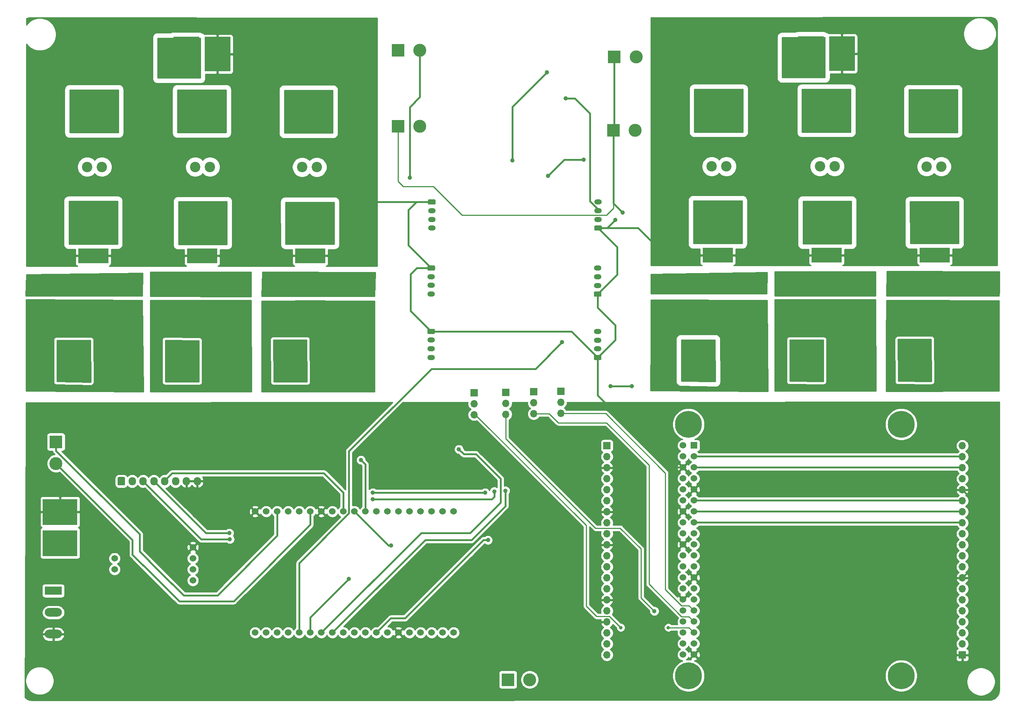
<source format=gbr>
G04 #@! TF.GenerationSoftware,KiCad,Pcbnew,(5.1.10)-1*
G04 #@! TF.CreationDate,2022-12-17T23:06:12+05:30*
G04 #@! TF.ProjectId,2023 control pcb,32303233-2063-46f6-9e74-726f6c207063,rev?*
G04 #@! TF.SameCoordinates,Original*
G04 #@! TF.FileFunction,Copper,L2,Bot*
G04 #@! TF.FilePolarity,Positive*
%FSLAX46Y46*%
G04 Gerber Fmt 4.6, Leading zero omitted, Abs format (unit mm)*
G04 Created by KiCad (PCBNEW (5.1.10)-1) date 2022-12-17 23:06:12*
%MOMM*%
%LPD*%
G01*
G04 APERTURE LIST*
G04 #@! TA.AperFunction,ComponentPad*
%ADD10C,3.000000*%
G04 #@! TD*
G04 #@! TA.AperFunction,ComponentPad*
%ADD11R,3.000000X3.000000*%
G04 #@! TD*
G04 #@! TA.AperFunction,ComponentPad*
%ADD12O,3.960000X1.980000*%
G04 #@! TD*
G04 #@! TA.AperFunction,ComponentPad*
%ADD13R,3.960000X1.980000*%
G04 #@! TD*
G04 #@! TA.AperFunction,ComponentPad*
%ADD14C,1.524000*%
G04 #@! TD*
G04 #@! TA.AperFunction,ComponentPad*
%ADD15O,1.700000X1.950000*%
G04 #@! TD*
G04 #@! TA.AperFunction,ComponentPad*
%ADD16C,6.200000*%
G04 #@! TD*
G04 #@! TA.AperFunction,ComponentPad*
%ADD17R,1.524000X1.524000*%
G04 #@! TD*
G04 #@! TA.AperFunction,ComponentPad*
%ADD18O,1.700000X1.700000*%
G04 #@! TD*
G04 #@! TA.AperFunction,ComponentPad*
%ADD19R,1.700000X1.700000*%
G04 #@! TD*
G04 #@! TA.AperFunction,ComponentPad*
%ADD20R,7.000000X3.500000*%
G04 #@! TD*
G04 #@! TA.AperFunction,ComponentPad*
%ADD21R,6.000000X8.000000*%
G04 #@! TD*
G04 #@! TA.AperFunction,ComponentPad*
%ADD22C,2.400000*%
G04 #@! TD*
G04 #@! TA.AperFunction,ComponentPad*
%ADD23O,1.750000X1.200000*%
G04 #@! TD*
G04 #@! TA.AperFunction,ComponentPad*
%ADD24R,3.500000X7.000000*%
G04 #@! TD*
G04 #@! TA.AperFunction,ComponentPad*
%ADD25R,8.000000X6.000000*%
G04 #@! TD*
G04 #@! TA.AperFunction,ViaPad*
%ADD26C,1.000000*%
G04 #@! TD*
G04 #@! TA.AperFunction,ViaPad*
%ADD27C,0.800000*%
G04 #@! TD*
G04 #@! TA.AperFunction,Conductor*
%ADD28C,0.400000*%
G04 #@! TD*
G04 #@! TA.AperFunction,Conductor*
%ADD29C,0.250000*%
G04 #@! TD*
G04 #@! TA.AperFunction,Conductor*
%ADD30C,0.254000*%
G04 #@! TD*
G04 #@! TA.AperFunction,Conductor*
%ADD31C,0.100000*%
G04 #@! TD*
G04 APERTURE END LIST*
D10*
G04 #@! TO.P,J49,2*
G04 #@! TO.N,SDA*
X96940000Y-169570000D03*
D11*
G04 #@! TO.P,J49,1*
G04 #@! TO.N,SCL*
X96940000Y-164570000D03*
G04 #@! TD*
D12*
G04 #@! TO.P,J47,3*
G04 #@! TO.N,GND*
X96320000Y-208920000D03*
G04 #@! TO.P,J47,2*
G04 #@! TO.N,/_P*
X96320000Y-203920000D03*
D13*
G04 #@! TO.P,J47,1*
G04 #@! TO.N,/_N*
X96320000Y-198920000D03*
G04 #@! TD*
D14*
G04 #@! TO.P,U1,6*
G04 #@! TO.N,/_P*
X110439200Y-193984880D03*
G04 #@! TO.P,U1,5*
G04 #@! TO.N,/_N*
X110439200Y-191444880D03*
G04 #@! TO.P,U1,3*
G04 #@! TO.N,CANRX*
X128473200Y-191444880D03*
G04 #@! TO.P,U1,4*
G04 #@! TO.N,GND*
X128473200Y-188904880D03*
G04 #@! TO.P,U1,2*
G04 #@! TO.N,CANTX*
X128473200Y-193984880D03*
G04 #@! TO.P,U1,1*
G04 #@! TO.N,5v*
X128473200Y-196524880D03*
G04 #@! TD*
D15*
G04 #@! TO.P,J48,8*
G04 #@! TO.N,GND*
X129478440Y-173659800D03*
G04 #@! TO.P,J48,7*
X126978440Y-173659800D03*
G04 #@! TO.P,J48,6*
G04 #@! TO.N,SWIVEL_DIR*
X124478440Y-173659800D03*
G04 #@! TO.P,J48,5*
G04 #@! TO.N,SWIVEL_PWM*
X121978440Y-173659800D03*
G04 #@! TO.P,J48,4*
G04 #@! TO.N,L1_DIR*
X119478440Y-173659800D03*
G04 #@! TO.P,J48,3*
G04 #@! TO.N,L1_PWM*
X116978440Y-173659800D03*
G04 #@! TO.P,J48,2*
G04 #@! TO.N,L2_DIR*
X114478440Y-173659800D03*
G04 #@! TO.P,J48,1*
G04 #@! TO.N,L2_PWM*
G04 #@! TA.AperFunction,ComponentPad*
G36*
G01*
X111128440Y-174384800D02*
X111128440Y-172934800D01*
G75*
G02*
X111378440Y-172684800I250000J0D01*
G01*
X112578440Y-172684800D01*
G75*
G02*
X112828440Y-172934800I0J-250000D01*
G01*
X112828440Y-174384800D01*
G75*
G02*
X112578440Y-174634800I-250000J0D01*
G01*
X111378440Y-174634800D01*
G75*
G02*
X111128440Y-174384800I0J250000D01*
G01*
G37*
G04 #@! TD.AperFunction*
G04 #@! TD*
D10*
G04 #@! TO.P,J40,2*
G04 #@! TO.N,STOW*
X206041000Y-219425520D03*
D11*
G04 #@! TO.P,J40,1*
G04 #@! TO.N,5v*
X201041000Y-219425520D03*
G04 #@! TD*
D10*
G04 #@! TO.P,J46,2*
G04 #@! TO.N,L4*
X230552000Y-75788520D03*
D11*
G04 #@! TO.P,J46,1*
G04 #@! TO.N,5v*
X225552000Y-75788520D03*
G04 #@! TD*
D10*
G04 #@! TO.P,J45,2*
G04 #@! TO.N,L3*
X180712120Y-91821000D03*
D11*
G04 #@! TO.P,J45,1*
G04 #@! TO.N,5v*
X175712120Y-91821000D03*
G04 #@! TD*
D10*
G04 #@! TO.P,J44,2*
G04 #@! TO.N,L2*
X180727360Y-74264520D03*
D11*
G04 #@! TO.P,J44,1*
G04 #@! TO.N,5v*
X175727360Y-74264520D03*
G04 #@! TD*
D10*
G04 #@! TO.P,J43,2*
G04 #@! TO.N,L1*
X230369120Y-92735400D03*
D11*
G04 #@! TO.P,J43,1*
G04 #@! TO.N,5v*
X225369120Y-92735400D03*
G04 #@! TD*
D14*
G04 #@! TO.P,J39,38*
G04 #@! TO.N,GND*
X142814040Y-180624480D03*
G04 #@! TO.P,J39,37*
G04 #@! TO.N,DIRR''*
X145354040Y-180624480D03*
G04 #@! TO.P,J39,36*
G04 #@! TO.N,SCL*
X147894040Y-180624480D03*
G04 #@! TO.P,J39,35*
G04 #@! TO.N,Net-(J39-Pad35)*
X150434040Y-180624480D03*
G04 #@! TO.P,J39,34*
G04 #@! TO.N,Net-(J39-Pad34)*
X152974040Y-180624480D03*
G04 #@! TO.P,J39,33*
G04 #@! TO.N,SDA*
X155514040Y-180624480D03*
G04 #@! TO.P,J39,32*
G04 #@! TO.N,GND*
X158054040Y-180624480D03*
G04 #@! TO.P,J39,31*
G04 #@! TO.N,PWMR''*
X160594040Y-180624480D03*
G04 #@! TO.P,J39,30*
G04 #@! TO.N,SWIVEL_PWM*
X163134040Y-180624480D03*
G04 #@! TO.P,J39,29*
G04 #@! TO.N,STOW*
X165674040Y-180624480D03*
G04 #@! TO.P,J39,28*
G04 #@! TO.N,L2_PWM*
X168214040Y-180624480D03*
G04 #@! TO.P,J39,27*
G04 #@! TO.N,L2_DIR*
X170754040Y-180624480D03*
G04 #@! TO.P,J39,26*
G04 #@! TO.N,SWIVEL_DIR*
X173294040Y-180624480D03*
G04 #@! TO.P,J39,25*
G04 #@! TO.N,Net-(J39-Pad25)*
X175834040Y-180624480D03*
G04 #@! TO.P,J39,24*
G04 #@! TO.N,Net-(J39-Pad24)*
X178374040Y-180624480D03*
G04 #@! TO.P,J39,23*
G04 #@! TO.N,L3*
X180914040Y-180624480D03*
G04 #@! TO.P,J39,22*
G04 #@! TO.N,Net-(J39-Pad22)*
X183454040Y-180624480D03*
G04 #@! TO.P,J39,21*
G04 #@! TO.N,Net-(J39-Pad21)*
X185994040Y-180624480D03*
G04 #@! TO.P,J39,20*
G04 #@! TO.N,Net-(J39-Pad20)*
X188534040Y-180624480D03*
G04 #@! TO.P,J39,19*
G04 #@! TO.N,5v*
X188534040Y-208564480D03*
G04 #@! TO.P,J39,18*
G04 #@! TO.N,Net-(J39-Pad18)*
X185994040Y-208564480D03*
G04 #@! TO.P,J39,17*
G04 #@! TO.N,Net-(J39-Pad17)*
X183454040Y-208564480D03*
G04 #@! TO.P,J39,16*
G04 #@! TO.N,Net-(J39-Pad16)*
X180914040Y-208564480D03*
G04 #@! TO.P,J39,2*
G04 #@! TO.N,Net-(J39-Pad2)*
X145354040Y-208564480D03*
G04 #@! TO.P,J39,15*
G04 #@! TO.N,Net-(J39-Pad15)*
X178374040Y-208564480D03*
G04 #@! TO.P,J39,14*
G04 #@! TO.N,GND*
X175834040Y-208564480D03*
G04 #@! TO.P,J39,13*
G04 #@! TO.N,L1_DIR*
X173294040Y-208564480D03*
G04 #@! TO.P,J39,12*
G04 #@! TO.N,L4*
X170754040Y-208564480D03*
G04 #@! TO.P,J39,11*
G04 #@! TO.N,L1_PWM*
X168214040Y-208564480D03*
G04 #@! TO.P,J39,10*
G04 #@! TO.N,CANRX*
X165674040Y-208564480D03*
G04 #@! TO.P,J39,9*
G04 #@! TO.N,CANTX*
X163134040Y-208564480D03*
G04 #@! TO.P,J39,8*
G04 #@! TO.N,PWML''*
X160594040Y-208564480D03*
G04 #@! TO.P,J39,7*
G04 #@! TO.N,DIRL''*
X158054040Y-208564480D03*
G04 #@! TO.P,J39,6*
G04 #@! TO.N,L2*
X155514040Y-208564480D03*
G04 #@! TO.P,J39,5*
G04 #@! TO.N,L1*
X152974040Y-208564480D03*
G04 #@! TO.P,J39,4*
G04 #@! TO.N,Net-(J39-Pad4)*
X150434040Y-208564480D03*
G04 #@! TO.P,J39,3*
G04 #@! TO.N,Net-(J39-Pad3)*
X147894040Y-208564480D03*
G04 #@! TO.P,J39,1*
G04 #@! TO.N,Net-(J39-Pad1)*
X142814040Y-208564480D03*
G04 #@! TD*
D16*
G04 #@! TO.P,J38,S4*
G04 #@! TO.N,N/C*
X291630120Y-160525800D03*
G04 #@! TO.P,J38,S3*
X291630120Y-218525800D03*
G04 #@! TO.P,J38,S2*
X242630120Y-218525800D03*
G04 #@! TO.P,J38,S1*
X242630120Y-160525800D03*
D17*
G04 #@! TO.P,J38,1*
G04 #@! TO.N,Net-(J38-Pad1)*
X243900120Y-165395800D03*
D14*
G04 #@! TO.P,J38,3*
G04 #@! TO.N,Net-(J38-Pad3)*
X243900120Y-167935800D03*
G04 #@! TO.P,J38,5*
G04 #@! TO.N,Net-(J38-Pad5)*
X243900120Y-170475800D03*
G04 #@! TO.P,J38,7*
G04 #@! TO.N,Net-(J38-Pad1)*
X243900120Y-173015800D03*
G04 #@! TO.P,J38,9*
G04 #@! TO.N,GND*
X243900120Y-175555800D03*
G04 #@! TO.P,J38,11*
G04 #@! TO.N,Net-(J38-Pad11)*
X243900120Y-178095800D03*
G04 #@! TO.P,J38,2*
G04 #@! TO.N,5v*
X241360120Y-165395800D03*
G04 #@! TO.P,J38,4*
X241360120Y-167935800D03*
G04 #@! TO.P,J38,6*
G04 #@! TO.N,GND*
X241360120Y-170475800D03*
G04 #@! TO.P,J38,8*
G04 #@! TO.N,8*
X241360120Y-173015800D03*
G04 #@! TO.P,J38,10*
G04 #@! TO.N,10*
X241360120Y-175555800D03*
G04 #@! TO.P,J38,12*
G04 #@! TO.N,12*
X241360120Y-178095800D03*
G04 #@! TO.P,J38,13*
G04 #@! TO.N,Net-(J38-Pad13)*
X243900120Y-180635800D03*
G04 #@! TO.P,J38,14*
G04 #@! TO.N,GND*
X241360120Y-180635800D03*
G04 #@! TO.P,J38,15*
G04 #@! TO.N,Net-(J38-Pad15)*
X243900120Y-183175800D03*
G04 #@! TO.P,J38,17*
G04 #@! TO.N,Net-(J38-Pad1)*
X243900120Y-185715800D03*
G04 #@! TO.P,J38,19*
G04 #@! TO.N,Net-(J38-Pad19)*
X243900120Y-188255800D03*
G04 #@! TO.P,J38,21*
G04 #@! TO.N,Net-(J38-Pad21)*
X243900120Y-190795800D03*
G04 #@! TO.P,J38,23*
G04 #@! TO.N,Net-(J38-Pad23)*
X243900120Y-193335800D03*
G04 #@! TO.P,J38,25*
G04 #@! TO.N,GND*
X243900120Y-195875800D03*
G04 #@! TO.P,J38,16*
G04 #@! TO.N,16*
X241360120Y-183175800D03*
G04 #@! TO.P,J38,18*
G04 #@! TO.N,18*
X241360120Y-185715800D03*
G04 #@! TO.P,J38,20*
G04 #@! TO.N,GND*
X241360120Y-188255800D03*
G04 #@! TO.P,J38,22*
G04 #@! TO.N,22*
X241360120Y-190795800D03*
G04 #@! TO.P,J38,24*
G04 #@! TO.N,24*
X241360120Y-193335800D03*
G04 #@! TO.P,J38,26*
G04 #@! TO.N,26*
X241360120Y-195875800D03*
G04 #@! TO.P,J38,27*
G04 #@! TO.N,Net-(J38-Pad27)*
X243900120Y-198415800D03*
G04 #@! TO.P,J38,28*
G04 #@! TO.N,28*
X241360120Y-198415800D03*
G04 #@! TO.P,J38,29*
G04 #@! TO.N,Net-(J38-Pad29)*
X243900120Y-200955800D03*
G04 #@! TO.P,J38,31*
G04 #@! TO.N,DIRR*
X243900120Y-203495800D03*
G04 #@! TO.P,J38,33*
G04 #@! TO.N,PWML*
X243900120Y-206035800D03*
G04 #@! TO.P,J38,35*
G04 #@! TO.N,DIRL*
X243900120Y-208575800D03*
G04 #@! TO.P,J38,37*
G04 #@! TO.N,Net-(J38-Pad37)*
X243900120Y-211115800D03*
G04 #@! TO.P,J38,39*
G04 #@! TO.N,GND*
X243900120Y-213655800D03*
G04 #@! TO.P,J38,30*
X241360120Y-200955800D03*
G04 #@! TO.P,J38,32*
G04 #@! TO.N,PWMR*
X241360120Y-203495800D03*
G04 #@! TO.P,J38,34*
G04 #@! TO.N,GND*
X241360120Y-206035800D03*
G04 #@! TO.P,J38,36*
G04 #@! TO.N,36*
X241360120Y-208575800D03*
G04 #@! TO.P,J38,38*
G04 #@! TO.N,38*
X241360120Y-211115800D03*
G04 #@! TO.P,J38,40*
G04 #@! TO.N,40*
X241360120Y-213655800D03*
G04 #@! TD*
D18*
G04 #@! TO.P,J42,20*
G04 #@! TO.N,Net-(J38-Pad1)*
X305714400Y-165475920D03*
G04 #@! TO.P,J42,19*
G04 #@! TO.N,Net-(J38-Pad3)*
X305714400Y-168015920D03*
G04 #@! TO.P,J42,18*
G04 #@! TO.N,Net-(J38-Pad5)*
X305714400Y-170555920D03*
G04 #@! TO.P,J42,17*
G04 #@! TO.N,Net-(J38-Pad1)*
X305714400Y-173095920D03*
G04 #@! TO.P,J42,16*
G04 #@! TO.N,GND*
X305714400Y-175635920D03*
G04 #@! TO.P,J42,15*
G04 #@! TO.N,Net-(J38-Pad11)*
X305714400Y-178175920D03*
G04 #@! TO.P,J42,14*
G04 #@! TO.N,Net-(J38-Pad13)*
X305714400Y-180715920D03*
G04 #@! TO.P,J42,13*
G04 #@! TO.N,Net-(J38-Pad15)*
X305714400Y-183255920D03*
G04 #@! TO.P,J42,12*
G04 #@! TO.N,Net-(J38-Pad1)*
X305714400Y-185795920D03*
G04 #@! TO.P,J42,11*
G04 #@! TO.N,Net-(J38-Pad19)*
X305714400Y-188335920D03*
G04 #@! TO.P,J42,10*
G04 #@! TO.N,Net-(J38-Pad21)*
X305714400Y-190875920D03*
G04 #@! TO.P,J42,9*
G04 #@! TO.N,Net-(J38-Pad23)*
X305714400Y-193415920D03*
G04 #@! TO.P,J42,8*
G04 #@! TO.N,GND*
X305714400Y-195955920D03*
G04 #@! TO.P,J42,7*
G04 #@! TO.N,Net-(J38-Pad27)*
X305714400Y-198495920D03*
G04 #@! TO.P,J42,6*
G04 #@! TO.N,Net-(J38-Pad29)*
X305714400Y-201035920D03*
G04 #@! TO.P,J42,5*
G04 #@! TO.N,DIRR*
X305714400Y-203575920D03*
G04 #@! TO.P,J42,4*
G04 #@! TO.N,PWML*
X305714400Y-206115920D03*
G04 #@! TO.P,J42,3*
G04 #@! TO.N,DIRL*
X305714400Y-208655920D03*
G04 #@! TO.P,J42,2*
G04 #@! TO.N,Net-(J38-Pad37)*
X305714400Y-211195920D03*
D19*
G04 #@! TO.P,J42,1*
G04 #@! TO.N,GND*
X305714400Y-213735920D03*
G04 #@! TD*
D18*
G04 #@! TO.P,J41,20*
G04 #@! TO.N,40*
X223829880Y-213710520D03*
G04 #@! TO.P,J41,19*
G04 #@! TO.N,38*
X223829880Y-211170520D03*
G04 #@! TO.P,J41,18*
G04 #@! TO.N,36*
X223829880Y-208630520D03*
G04 #@! TO.P,J41,17*
G04 #@! TO.N,GND*
X223829880Y-206090520D03*
G04 #@! TO.P,J41,16*
G04 #@! TO.N,32*
X223829880Y-203550520D03*
G04 #@! TO.P,J41,15*
G04 #@! TO.N,GND*
X223829880Y-201010520D03*
G04 #@! TO.P,J41,14*
G04 #@! TO.N,28*
X223829880Y-198470520D03*
G04 #@! TO.P,J41,13*
G04 #@! TO.N,26*
X223829880Y-195930520D03*
G04 #@! TO.P,J41,12*
G04 #@! TO.N,24*
X223829880Y-193390520D03*
G04 #@! TO.P,J41,11*
G04 #@! TO.N,22*
X223829880Y-190850520D03*
G04 #@! TO.P,J41,10*
G04 #@! TO.N,GND*
X223829880Y-188310520D03*
G04 #@! TO.P,J41,9*
G04 #@! TO.N,18*
X223829880Y-185770520D03*
G04 #@! TO.P,J41,8*
G04 #@! TO.N,16*
X223829880Y-183230520D03*
G04 #@! TO.P,J41,7*
G04 #@! TO.N,GND*
X223829880Y-180690520D03*
G04 #@! TO.P,J41,6*
G04 #@! TO.N,12*
X223829880Y-178150520D03*
G04 #@! TO.P,J41,5*
G04 #@! TO.N,10*
X223829880Y-175610520D03*
G04 #@! TO.P,J41,4*
G04 #@! TO.N,8*
X223829880Y-173070520D03*
G04 #@! TO.P,J41,3*
G04 #@! TO.N,GND*
X223829880Y-170530520D03*
G04 #@! TO.P,J41,2*
G04 #@! TO.N,5v*
X223829880Y-167990520D03*
D19*
G04 #@! TO.P,J41,1*
X223829880Y-165450520D03*
G04 #@! TD*
D20*
G04 #@! TO.P,J27,1*
G04 #@! TO.N,Net-(J27-Pad1)*
X299368000Y-116533000D03*
G04 #@! TO.P,J27,2*
G04 #@! TO.N,GND*
X299368000Y-121533000D03*
G04 #@! TD*
D21*
G04 #@! TO.P,J1,2*
G04 #@! TO.N,GND*
X134128000Y-75143000D03*
G04 #@! TO.P,J1,1*
G04 #@! TO.N,+24V*
X126928000Y-75143000D03*
G04 #@! TD*
G04 #@! TO.P,J2,2*
G04 #@! TO.N,GND*
X277978000Y-75033000D03*
G04 #@! TO.P,J2,1*
G04 #@! TO.N,+24V*
X270778000Y-75033000D03*
G04 #@! TD*
D20*
G04 #@! TO.P,J3,1*
G04 #@! TO.N,Net-(J3-Pad1)*
X105518000Y-116653000D03*
G04 #@! TO.P,J3,2*
G04 #@! TO.N,GND*
X105518000Y-121653000D03*
G04 #@! TD*
G04 #@! TO.P,J4,1*
G04 #@! TO.N,Net-(J12-Pad2)*
X105518000Y-133653000D03*
G04 #@! TO.P,J4,2*
G04 #@! TO.N,Net-(J12-Pad1)*
X105518000Y-128653000D03*
G04 #@! TD*
G04 #@! TO.P,J5,1*
G04 #@! TO.N,Net-(J5-Pad1)*
X249378000Y-116533000D03*
G04 #@! TO.P,J5,2*
G04 #@! TO.N,GND*
X249378000Y-121533000D03*
G04 #@! TD*
G04 #@! TO.P,J6,2*
G04 #@! TO.N,Net-(J13-Pad1)*
X249378000Y-133513000D03*
G04 #@! TO.P,J6,1*
G04 #@! TO.N,Net-(J13-Pad2)*
X249378000Y-128513000D03*
G04 #@! TD*
D22*
G04 #@! TO.P,J7,4*
G04 #@! TO.N,Net-(J3-Pad1)*
X107518000Y-101153000D03*
G04 #@! TO.P,J7,3*
X104118000Y-101153000D03*
G04 #@! TO.P,J7,2*
G04 #@! TO.N,+24V*
X104118000Y-87683000D03*
G04 #@! TO.P,J7,1*
X107518000Y-87683000D03*
G04 #@! TD*
G04 #@! TO.P,J8,4*
G04 #@! TO.N,Net-(J5-Pad1)*
X251378000Y-101053000D03*
G04 #@! TO.P,J8,3*
X247978000Y-101053000D03*
G04 #@! TO.P,J8,2*
G04 #@! TO.N,+24V*
X247978000Y-87583000D03*
G04 #@! TO.P,J8,1*
X251378000Y-87583000D03*
G04 #@! TD*
G04 #@! TO.P,J9,1*
G04 #@! TO.N,GND*
G04 #@! TA.AperFunction,ComponentPad*
G36*
G01*
X182862999Y-108653000D02*
X184113001Y-108653000D01*
G75*
G02*
X184363000Y-108902999I0J-249999D01*
G01*
X184363000Y-109603001D01*
G75*
G02*
X184113001Y-109853000I-249999J0D01*
G01*
X182862999Y-109853000D01*
G75*
G02*
X182613000Y-109603001I0J249999D01*
G01*
X182613000Y-108902999D01*
G75*
G02*
X182862999Y-108653000I249999J0D01*
G01*
G37*
G04 #@! TD.AperFunction*
D23*
G04 #@! TO.P,J9,2*
G04 #@! TO.N,Net-(J9-Pad2)*
X183488000Y-111253000D03*
G04 #@! TO.P,J9,3*
G04 #@! TO.N,PWML'*
X183488000Y-113253000D03*
G04 #@! TO.P,J9,4*
G04 #@! TO.N,DIRL'*
X183488000Y-115253000D03*
G04 #@! TD*
G04 #@! TO.P,J10,4*
G04 #@! TO.N,DIRL'*
X183368000Y-130483000D03*
G04 #@! TO.P,J10,3*
G04 #@! TO.N,PWML'*
X183368000Y-128483000D03*
G04 #@! TO.P,J10,2*
G04 #@! TO.N,Net-(J10-Pad2)*
X183368000Y-126483000D03*
G04 #@! TO.P,J10,1*
G04 #@! TO.N,GND*
G04 #@! TA.AperFunction,ComponentPad*
G36*
G01*
X182742999Y-123883000D02*
X183993001Y-123883000D01*
G75*
G02*
X184243000Y-124132999I0J-249999D01*
G01*
X184243000Y-124833001D01*
G75*
G02*
X183993001Y-125083000I-249999J0D01*
G01*
X182742999Y-125083000D01*
G75*
G02*
X182493000Y-124833001I0J249999D01*
G01*
X182493000Y-124132999D01*
G75*
G02*
X182742999Y-123883000I249999J0D01*
G01*
G37*
G04 #@! TD.AperFunction*
G04 #@! TD*
G04 #@! TO.P,J11,1*
G04 #@! TO.N,GND*
G04 #@! TA.AperFunction,ComponentPad*
G36*
G01*
X182732999Y-138503000D02*
X183983001Y-138503000D01*
G75*
G02*
X184233000Y-138752999I0J-249999D01*
G01*
X184233000Y-139453001D01*
G75*
G02*
X183983001Y-139703000I-249999J0D01*
G01*
X182732999Y-139703000D01*
G75*
G02*
X182483000Y-139453001I0J249999D01*
G01*
X182483000Y-138752999D01*
G75*
G02*
X182732999Y-138503000I249999J0D01*
G01*
G37*
G04 #@! TD.AperFunction*
G04 #@! TO.P,J11,2*
G04 #@! TO.N,Net-(J11-Pad2)*
X183358000Y-141103000D03*
G04 #@! TO.P,J11,3*
G04 #@! TO.N,PWML'*
X183358000Y-143103000D03*
G04 #@! TO.P,J11,4*
G04 #@! TO.N,DIRL'*
X183358000Y-145103000D03*
G04 #@! TD*
D24*
G04 #@! TO.P,J12,2*
G04 #@! TO.N,Net-(J12-Pad2)*
X108018000Y-145673000D03*
G04 #@! TO.P,J12,1*
G04 #@! TO.N,Net-(J12-Pad1)*
X103018000Y-145673000D03*
G04 #@! TD*
G04 #@! TO.P,J13,1*
G04 #@! TO.N,Net-(J13-Pad1)*
X251878000Y-145443000D03*
G04 #@! TO.P,J13,2*
G04 #@! TO.N,Net-(J13-Pad2)*
X246878000Y-145443000D03*
G04 #@! TD*
D20*
G04 #@! TO.P,J14,2*
G04 #@! TO.N,GND*
X130618000Y-121653000D03*
G04 #@! TO.P,J14,1*
G04 #@! TO.N,Net-(J14-Pad1)*
X130618000Y-116653000D03*
G04 #@! TD*
G04 #@! TO.P,J15,1*
G04 #@! TO.N,Net-(J15-Pad1)*
X130508000Y-128643000D03*
G04 #@! TO.P,J15,2*
G04 #@! TO.N,Net-(J15-Pad2)*
X130508000Y-133643000D03*
G04 #@! TD*
G04 #@! TO.P,J16,2*
G04 #@! TO.N,GND*
X274458000Y-121533000D03*
G04 #@! TO.P,J16,1*
G04 #@! TO.N,Net-(J16-Pad1)*
X274458000Y-116533000D03*
G04 #@! TD*
G04 #@! TO.P,J17,2*
G04 #@! TO.N,Net-(J17-Pad2)*
X274378000Y-133543000D03*
G04 #@! TO.P,J17,1*
G04 #@! TO.N,Net-(J17-Pad1)*
X274378000Y-128543000D03*
G04 #@! TD*
D22*
G04 #@! TO.P,J18,4*
G04 #@! TO.N,Net-(J14-Pad1)*
X132408000Y-101153000D03*
G04 #@! TO.P,J18,3*
X129008000Y-101153000D03*
G04 #@! TO.P,J18,2*
G04 #@! TO.N,+24V*
X129008000Y-87683000D03*
G04 #@! TO.P,J18,1*
X132408000Y-87683000D03*
G04 #@! TD*
G04 #@! TO.P,J19,1*
G04 #@! TO.N,+24V*
X276288000Y-87563000D03*
G04 #@! TO.P,J19,2*
X272888000Y-87563000D03*
G04 #@! TO.P,J19,3*
G04 #@! TO.N,Net-(J16-Pad1)*
X272888000Y-101033000D03*
G04 #@! TO.P,J19,4*
X276288000Y-101033000D03*
G04 #@! TD*
D24*
G04 #@! TO.P,J20,1*
G04 #@! TO.N,Net-(J15-Pad2)*
X133018000Y-145653000D03*
G04 #@! TO.P,J20,2*
G04 #@! TO.N,Net-(J15-Pad1)*
X128018000Y-145653000D03*
G04 #@! TD*
G04 #@! TO.P,J21,2*
G04 #@! TO.N,Net-(J17-Pad1)*
X271868000Y-145523000D03*
G04 #@! TO.P,J21,1*
G04 #@! TO.N,Net-(J17-Pad2)*
X276868000Y-145523000D03*
G04 #@! TD*
D23*
G04 #@! TO.P,J22,4*
G04 #@! TO.N,DIRR'*
X221818000Y-109273000D03*
G04 #@! TO.P,J22,3*
G04 #@! TO.N,PWMR'*
X221818000Y-111273000D03*
G04 #@! TO.P,J22,2*
G04 #@! TO.N,Net-(J22-Pad2)*
X221818000Y-113273000D03*
G04 #@! TO.P,J22,1*
G04 #@! TO.N,GND*
G04 #@! TA.AperFunction,ComponentPad*
G36*
G01*
X222443001Y-115873000D02*
X221192999Y-115873000D01*
G75*
G02*
X220943000Y-115623001I0J249999D01*
G01*
X220943000Y-114922999D01*
G75*
G02*
X221192999Y-114673000I249999J0D01*
G01*
X222443001Y-114673000D01*
G75*
G02*
X222693000Y-114922999I0J-249999D01*
G01*
X222693000Y-115623001D01*
G75*
G02*
X222443001Y-115873000I-249999J0D01*
G01*
G37*
G04 #@! TD.AperFunction*
G04 #@! TD*
G04 #@! TO.P,J23,1*
G04 #@! TO.N,GND*
G04 #@! TA.AperFunction,ComponentPad*
G36*
G01*
X222323001Y-131113000D02*
X221072999Y-131113000D01*
G75*
G02*
X220823000Y-130863001I0J249999D01*
G01*
X220823000Y-130162999D01*
G75*
G02*
X221072999Y-129913000I249999J0D01*
G01*
X222323001Y-129913000D01*
G75*
G02*
X222573000Y-130162999I0J-249999D01*
G01*
X222573000Y-130863001D01*
G75*
G02*
X222323001Y-131113000I-249999J0D01*
G01*
G37*
G04 #@! TD.AperFunction*
G04 #@! TO.P,J23,2*
G04 #@! TO.N,Net-(J23-Pad2)*
X221698000Y-128513000D03*
G04 #@! TO.P,J23,3*
G04 #@! TO.N,PWMR'*
X221698000Y-126513000D03*
G04 #@! TO.P,J23,4*
G04 #@! TO.N,DIRR'*
X221698000Y-124513000D03*
G04 #@! TD*
G04 #@! TO.P,J24,4*
G04 #@! TO.N,DIRR'*
X221698000Y-139113000D03*
G04 #@! TO.P,J24,3*
G04 #@! TO.N,PWMR'*
X221698000Y-141113000D03*
G04 #@! TO.P,J24,2*
G04 #@! TO.N,Net-(J24-Pad2)*
X221698000Y-143113000D03*
G04 #@! TO.P,J24,1*
G04 #@! TO.N,GND*
G04 #@! TA.AperFunction,ComponentPad*
G36*
G01*
X222323001Y-145713000D02*
X221072999Y-145713000D01*
G75*
G02*
X220823000Y-145463001I0J249999D01*
G01*
X220823000Y-144762999D01*
G75*
G02*
X221072999Y-144513000I249999J0D01*
G01*
X222323001Y-144513000D01*
G75*
G02*
X222573000Y-144762999I0J-249999D01*
G01*
X222573000Y-145463001D01*
G75*
G02*
X222323001Y-145713000I-249999J0D01*
G01*
G37*
G04 #@! TD.AperFunction*
G04 #@! TD*
D20*
G04 #@! TO.P,J25,2*
G04 #@! TO.N,GND*
X155518000Y-121653000D03*
G04 #@! TO.P,J25,1*
G04 #@! TO.N,Net-(J25-Pad1)*
X155518000Y-116653000D03*
G04 #@! TD*
G04 #@! TO.P,J26,1*
G04 #@! TO.N,Net-(J26-Pad1)*
X155518000Y-133653000D03*
G04 #@! TO.P,J26,2*
G04 #@! TO.N,Net-(J26-Pad2)*
X155518000Y-128653000D03*
G04 #@! TD*
G04 #@! TO.P,J28,2*
G04 #@! TO.N,Net-(J28-Pad2)*
X299378000Y-128533000D03*
G04 #@! TO.P,J28,1*
G04 #@! TO.N,Net-(J28-Pad1)*
X299378000Y-133533000D03*
G04 #@! TD*
D22*
G04 #@! TO.P,J29,1*
G04 #@! TO.N,+24V*
X157028000Y-87733000D03*
G04 #@! TO.P,J29,2*
X153628000Y-87733000D03*
G04 #@! TO.P,J29,3*
G04 #@! TO.N,Net-(J25-Pad1)*
X153628000Y-101203000D03*
G04 #@! TO.P,J29,4*
X157028000Y-101203000D03*
G04 #@! TD*
G04 #@! TO.P,J30,1*
G04 #@! TO.N,+24V*
X300878000Y-87613000D03*
G04 #@! TO.P,J30,2*
X297478000Y-87613000D03*
G04 #@! TO.P,J30,3*
G04 #@! TO.N,Net-(J27-Pad1)*
X297478000Y-101083000D03*
G04 #@! TO.P,J30,4*
X300878000Y-101083000D03*
G04 #@! TD*
D24*
G04 #@! TO.P,J31,2*
G04 #@! TO.N,Net-(J26-Pad1)*
X158018000Y-145653000D03*
G04 #@! TO.P,J31,1*
G04 #@! TO.N,Net-(J26-Pad2)*
X153018000Y-145653000D03*
G04 #@! TD*
G04 #@! TO.P,J32,1*
G04 #@! TO.N,Net-(J28-Pad2)*
X296868000Y-145533000D03*
G04 #@! TO.P,J32,2*
G04 #@! TO.N,Net-(J28-Pad1)*
X301868000Y-145533000D03*
G04 #@! TD*
D18*
G04 #@! TO.P,J34,3*
G04 #@! TO.N,PWML*
X206978000Y-158113000D03*
G04 #@! TO.P,J34,2*
G04 #@! TO.N,Net-(J34-Pad2)*
X206978000Y-155573000D03*
D19*
G04 #@! TO.P,J34,1*
G04 #@! TO.N,PWML''*
X206978000Y-153033000D03*
G04 #@! TD*
G04 #@! TO.P,J35,1*
G04 #@! TO.N,PWMR''*
X200578000Y-153133000D03*
D18*
G04 #@! TO.P,J35,2*
G04 #@! TO.N,Net-(J35-Pad2)*
X200578000Y-155673000D03*
G04 #@! TO.P,J35,3*
G04 #@! TO.N,PWMR*
X200578000Y-158213000D03*
G04 #@! TD*
D19*
G04 #@! TO.P,J36,1*
G04 #@! TO.N,DIRL''*
X193228000Y-153233000D03*
D18*
G04 #@! TO.P,J36,2*
G04 #@! TO.N,Net-(J36-Pad2)*
X193228000Y-155773000D03*
G04 #@! TO.P,J36,3*
G04 #@! TO.N,DIRL*
X193228000Y-158313000D03*
G04 #@! TD*
G04 #@! TO.P,J37,3*
G04 #@! TO.N,DIRR*
X213218000Y-158003000D03*
G04 #@! TO.P,J37,2*
G04 #@! TO.N,Net-(J37-Pad2)*
X213218000Y-155463000D03*
D19*
G04 #@! TO.P,J37,1*
G04 #@! TO.N,DIRR''*
X213218000Y-152923000D03*
G04 #@! TD*
D25*
G04 #@! TO.P,J33,1*
G04 #@! TO.N,5v*
X97870000Y-187950000D03*
G04 #@! TO.P,J33,2*
G04 #@! TO.N,GND*
X97870000Y-180750000D03*
G04 #@! TD*
D26*
G04 #@! TO.N,+24V*
X121128000Y-72203000D03*
X121078000Y-73643000D03*
X121008000Y-75013000D03*
X121008000Y-76543000D03*
X120928000Y-78093000D03*
X122698000Y-72153000D03*
X122658000Y-73623000D03*
X122498000Y-75013000D03*
X122498000Y-76463000D03*
X122468000Y-77983000D03*
X120978000Y-79733000D03*
X122498000Y-79693000D03*
X101148000Y-84293000D03*
X102628000Y-84313000D03*
X104268000Y-84383000D03*
X105948000Y-84423000D03*
X107658000Y-84493000D03*
X109368000Y-84563000D03*
X100988000Y-90913000D03*
X102608000Y-90913000D03*
X104128000Y-90943000D03*
X105678000Y-90943000D03*
X107268000Y-90983000D03*
X109028000Y-91053000D03*
X126118000Y-84693000D03*
X127848000Y-84713000D03*
X129388000Y-84753000D03*
X131068000Y-84723000D03*
X132728000Y-84753000D03*
X134348000Y-84723000D03*
X125958000Y-90953000D03*
X127368000Y-90923000D03*
X128988000Y-90953000D03*
X130558000Y-90993000D03*
X132338000Y-91023000D03*
X133948000Y-91023000D03*
X150618000Y-84453000D03*
X152618000Y-84453000D03*
X154468000Y-84453000D03*
X156438000Y-84493000D03*
X158438000Y-84493000D03*
X160138000Y-84493000D03*
X150658000Y-90513000D03*
X152538000Y-90593000D03*
X154468000Y-90673000D03*
X156788000Y-90633000D03*
X158798000Y-90673000D03*
X160208000Y-90713000D03*
X265148000Y-72063000D03*
X266778000Y-72023000D03*
X265378000Y-73953000D03*
X266728000Y-73833000D03*
X265008000Y-76023000D03*
X266528000Y-76023000D03*
X264988000Y-78403000D03*
X266548000Y-78363000D03*
X245248000Y-84383000D03*
X246948000Y-84413000D03*
X248408000Y-84373000D03*
X250158000Y-84403000D03*
X252208000Y-84403000D03*
X254128000Y-84403000D03*
X244938000Y-90563000D03*
X246718000Y-90423000D03*
X248538000Y-90483000D03*
X250498000Y-90423000D03*
X252588000Y-90313000D03*
X254298000Y-90253000D03*
X269738000Y-84453000D03*
X271308000Y-84363000D03*
X273038000Y-84483000D03*
X274938000Y-84533000D03*
X277118000Y-84483000D03*
X278848000Y-84483000D03*
X269878000Y-91023000D03*
X271418000Y-90883000D03*
X273758000Y-90903000D03*
X275548000Y-90993000D03*
X277508000Y-90993000D03*
X279348000Y-90743000D03*
X293968000Y-84563000D03*
X295418000Y-84503000D03*
X297148000Y-84393000D03*
X299138000Y-84333000D03*
X301238000Y-84303000D03*
X303158000Y-84283000D03*
X294078000Y-91383000D03*
X295838000Y-91213000D03*
X298238000Y-91123000D03*
X299918000Y-91123000D03*
X302298000Y-91183000D03*
X303858000Y-91013000D03*
G04 #@! TO.N,GND*
X197987920Y-207512920D03*
X225800000Y-113350000D03*
G04 #@! TO.N,Net-(J12-Pad1)*
X92288000Y-127223000D03*
X92128000Y-129653000D03*
X94798000Y-126993000D03*
X94718000Y-129893000D03*
X97498000Y-127223000D03*
X97618000Y-129453000D03*
X111028000Y-127183000D03*
X111108000Y-129453000D03*
X113338000Y-126913000D03*
X113818000Y-129613000D03*
X115728000Y-128223000D03*
X100168000Y-128303000D03*
X97678000Y-142293000D03*
X99718000Y-142213000D03*
X98018000Y-144503000D03*
X99808000Y-144473000D03*
X97988000Y-147273000D03*
X99918000Y-147323000D03*
X98098000Y-149413000D03*
X100198000Y-149433000D03*
G04 #@! TO.N,PWMR'*
X214331940Y-85316940D03*
G04 #@! TO.N,Net-(D2-Pad2)*
X202058000Y-99668600D03*
X210042760Y-79339440D03*
G04 #@! TO.N,Net-(J3-Pad1)*
X100888000Y-110153000D03*
X102688000Y-110153000D03*
X104858000Y-110153000D03*
X107148000Y-110153000D03*
X109178000Y-110223000D03*
X109278000Y-112353000D03*
X107018000Y-112223000D03*
X104828000Y-112353000D03*
X102528000Y-112323000D03*
X100688000Y-112253000D03*
X103418000Y-113963000D03*
X106298000Y-113993000D03*
G04 #@! TO.N,Net-(J5-Pad1)*
X244728000Y-110163000D03*
X246418000Y-110123000D03*
X248438000Y-110163000D03*
X249918000Y-110083000D03*
X251898000Y-109963000D03*
X254348000Y-109923000D03*
X244808000Y-112903000D03*
X246418000Y-112663000D03*
X248678000Y-112703000D03*
X250568000Y-112663000D03*
X252338000Y-112613000D03*
X254238000Y-112623000D03*
G04 #@! TO.N,Net-(J13-Pad2)*
X242108000Y-142073000D03*
X243738000Y-142033000D03*
X242068000Y-143993000D03*
X243758000Y-144133000D03*
X241948000Y-146023000D03*
X243978000Y-146043000D03*
X241928000Y-148263000D03*
X243908000Y-148213000D03*
X235118000Y-126723000D03*
X235398000Y-129543000D03*
X237448000Y-126513000D03*
X237638000Y-129443000D03*
X240078000Y-126603000D03*
X240408000Y-129283000D03*
X242618000Y-127883000D03*
X254348000Y-126823000D03*
X254408000Y-129273000D03*
X256588000Y-126653000D03*
X256658000Y-129143000D03*
X259108000Y-127833000D03*
G04 #@! TO.N,Net-(J14-Pad1)*
X126468000Y-110273000D03*
X127968000Y-110193000D03*
X130168000Y-110153000D03*
X132448000Y-110233000D03*
X134808000Y-110193000D03*
X126778000Y-112163000D03*
X128678000Y-112113000D03*
X130848000Y-112053000D03*
X132848000Y-112063000D03*
X134868000Y-112113000D03*
X129648000Y-113763000D03*
X131958000Y-113653000D03*
G04 #@! TO.N,Net-(J15-Pad1)*
X119628000Y-126933000D03*
X119828000Y-129183000D03*
X121498000Y-126843000D03*
X121688000Y-129273000D03*
X123978000Y-126893000D03*
X124118000Y-129043000D03*
X125508000Y-127893000D03*
X135818000Y-126503000D03*
X136008000Y-129233000D03*
X138108000Y-126843000D03*
X138258000Y-129133000D03*
X140448000Y-127793000D03*
X122988000Y-142663000D03*
X124798000Y-142723000D03*
X123008000Y-144953000D03*
X124918000Y-144763000D03*
X122898000Y-147133000D03*
X125168000Y-147243000D03*
X123038000Y-149313000D03*
X125078000Y-149373000D03*
G04 #@! TO.N,Net-(J16-Pad1)*
X269938000Y-110153000D03*
X271628000Y-110073000D03*
X273548000Y-110073000D03*
X275698000Y-110103000D03*
X277818000Y-110043000D03*
X279458000Y-110073000D03*
X269958000Y-112023000D03*
X271718000Y-111963000D03*
X273668000Y-112053000D03*
X275728000Y-111933000D03*
X277768000Y-111963000D03*
X279488000Y-112103000D03*
G04 #@! TO.N,Net-(J17-Pad1)*
X266768000Y-142293000D03*
X268608000Y-142293000D03*
X266768000Y-144223000D03*
X268838000Y-144313000D03*
X266788000Y-146323000D03*
X268978000Y-146363000D03*
X266768000Y-148513000D03*
X269008000Y-148563000D03*
X263858000Y-127093000D03*
X263758000Y-129303000D03*
X265838000Y-126963000D03*
X265698000Y-129403000D03*
X267848000Y-127263000D03*
X268148000Y-129343000D03*
X269758000Y-127933000D03*
X279348000Y-126553000D03*
X279318000Y-128873000D03*
X281198000Y-126593000D03*
X281298000Y-129103000D03*
X283918000Y-128063000D03*
G04 #@! TO.N,Net-(J25-Pad1)*
X151088000Y-110423000D03*
X152938000Y-110453000D03*
X155768000Y-110493000D03*
X158488000Y-110183000D03*
X160608000Y-110453000D03*
X151008000Y-112323000D03*
X152608000Y-112303000D03*
X154398000Y-112333000D03*
X156988000Y-112193000D03*
X159548000Y-112293000D03*
X154748000Y-113753000D03*
X156478000Y-113723000D03*
G04 #@! TO.N,Net-(J26-Pad2)*
X145318000Y-127033000D03*
X145318000Y-129313000D03*
X147508000Y-127173000D03*
X147558000Y-129623000D03*
X149648000Y-126913000D03*
X149748000Y-129763000D03*
X161208000Y-127013000D03*
X161408000Y-129453000D03*
X163978000Y-126663000D03*
X164628000Y-129483000D03*
X166998000Y-127013000D03*
X167348000Y-129553000D03*
X147908000Y-142083000D03*
X149638000Y-142053000D03*
X147788000Y-144123000D03*
X149638000Y-144213000D03*
X147678000Y-146333000D03*
X149778000Y-146533000D03*
X147768000Y-148933000D03*
X149888000Y-148903000D03*
G04 #@! TO.N,Net-(J27-Pad1)*
X294908000Y-110343000D03*
X296488000Y-110343000D03*
X298528000Y-110143000D03*
X300528000Y-110313000D03*
X302488000Y-110313000D03*
X304288000Y-110313000D03*
X294508000Y-112293000D03*
X296598000Y-112293000D03*
X298608000Y-112323000D03*
X300758000Y-112433000D03*
X302458000Y-112323000D03*
X304038000Y-112123000D03*
G04 #@! TO.N,Net-(J28-Pad2)*
X291528000Y-142253000D03*
X293408000Y-142183000D03*
X291728000Y-144023000D03*
X293608000Y-144163000D03*
X291558000Y-146043000D03*
X293838000Y-146003000D03*
X291758000Y-148453000D03*
X293978000Y-148483000D03*
X289168000Y-126883000D03*
X289218000Y-129293000D03*
X290818000Y-126843000D03*
X290938000Y-129213000D03*
X292798000Y-126803000D03*
X292948000Y-129263000D03*
X294468000Y-128013000D03*
X304858000Y-126633000D03*
X304958000Y-129773000D03*
X307328000Y-126883000D03*
X307728000Y-129953000D03*
X310388000Y-126653000D03*
X310668000Y-129873000D03*
G04 #@! TO.N,PWML''*
X200421240Y-175839120D03*
G04 #@! TO.N,PWMR''*
X169865040Y-177769520D03*
X197896480Y-176011840D03*
G04 #@! TO.N,PWMR*
X234751880Y-203621640D03*
G04 #@! TO.N,DIRL''*
X189738000Y-166288720D03*
D27*
G04 #@! TO.N,DIRL*
X237985361Y-207413799D03*
X227032881Y-207413799D03*
D26*
G04 #@! TO.N,DIRR''*
X195798440Y-176291240D03*
X169910760Y-176291240D03*
G04 #@! TO.N,5v*
X227472240Y-111678720D03*
G04 #@! TO.N,STOW*
X174096680Y-188513720D03*
G04 #@! TO.N,L2_PWM*
X167175000Y-168750000D03*
G04 #@! TO.N,L1_DIR*
X136839960Y-185602880D03*
G04 #@! TO.N,L4*
X229550000Y-151700000D03*
X224650000Y-151700000D03*
X196432022Y-187225000D03*
G04 #@! TO.N,L1_PWM*
X136961880Y-187040520D03*
G04 #@! TO.N,L1*
X213525000Y-141575000D03*
X210265198Y-103209802D03*
X218450000Y-99500000D03*
G04 #@! TO.N,L2*
X178400000Y-103650000D03*
X164400000Y-196150000D03*
G04 #@! TD*
D28*
G04 #@! TO.N,GND*
X183488000Y-109253000D02*
X170758000Y-109253000D01*
X170758000Y-109253000D02*
X165228000Y-114783000D01*
X165228000Y-114783000D02*
X165228000Y-120033000D01*
X163608000Y-121653000D02*
X155518000Y-121653000D01*
X165228000Y-120033000D02*
X163608000Y-121653000D01*
X183488000Y-109253000D02*
X179958000Y-109253000D01*
X179958000Y-109253000D02*
X178078000Y-111133000D01*
X178078000Y-119193000D02*
X183368000Y-124483000D01*
X178078000Y-111133000D02*
X178078000Y-119193000D01*
X183368000Y-124483000D02*
X180078000Y-124483000D01*
X180078000Y-124483000D02*
X178628000Y-125933000D01*
X178628000Y-134373000D02*
X183358000Y-139103000D01*
X178628000Y-125933000D02*
X178628000Y-134373000D01*
X226178000Y-126033000D02*
X221698000Y-130513000D01*
X226178000Y-119633000D02*
X226178000Y-126033000D01*
X221698000Y-130513000D02*
X221698000Y-133603000D01*
X221698000Y-133603000D02*
X225778000Y-137683000D01*
X225778000Y-141033000D02*
X221698000Y-145113000D01*
X225778000Y-137683000D02*
X225778000Y-141033000D01*
X221818000Y-115273000D02*
X226178000Y-119633000D01*
X249378000Y-121533000D02*
X237278000Y-121533000D01*
X231018000Y-115273000D02*
X221818000Y-115273000D01*
X237278000Y-121533000D02*
X231018000Y-115273000D01*
X305714400Y-195955920D02*
X308071520Y-193598800D01*
X308071520Y-177993040D02*
X305714400Y-175635920D01*
X308071520Y-193598800D02*
X308071520Y-177993040D01*
X241360120Y-170475800D02*
X238334440Y-170475800D01*
X221698000Y-153839360D02*
X221698000Y-151207920D01*
X238334440Y-170475800D02*
X221698000Y-153839360D01*
X221698000Y-145113000D02*
X221698000Y-151207920D01*
X223877000Y-115273000D02*
X225800000Y-113350000D01*
X221818000Y-115273000D02*
X223877000Y-115273000D01*
X215688000Y-139103000D02*
X221698000Y-145113000D01*
X183358000Y-139103000D02*
X215688000Y-139103000D01*
G04 #@! TO.N,PWMR'*
X221818000Y-110962227D02*
X221818000Y-111273000D01*
X214331940Y-85316940D02*
X216466940Y-85316940D01*
X219952887Y-88802887D02*
X219952887Y-109097113D01*
X216466940Y-85316940D02*
X219952887Y-88802887D01*
X219952887Y-109097113D02*
X221818000Y-110962227D01*
G04 #@! TO.N,Net-(D2-Pad2)*
X202058000Y-87324200D02*
X210042760Y-79339440D01*
X202058000Y-99668600D02*
X202058000Y-87324200D01*
D29*
G04 #@! TO.N,PWML*
X206978000Y-158113000D02*
X210558920Y-158113000D01*
X223763840Y-160162240D02*
X233522520Y-169920920D01*
X233522520Y-169920920D02*
X233522520Y-197377962D01*
X233522520Y-197377962D02*
X241018357Y-204873799D01*
X241018357Y-204873799D02*
X242738119Y-204873799D01*
X242738119Y-204873799D02*
X243900120Y-206035800D01*
X210558920Y-158113000D02*
X212608160Y-160162240D01*
X212608160Y-160162240D02*
X223763840Y-160162240D01*
D28*
G04 #@! TO.N,PWML''*
X160594040Y-208564480D02*
X181955440Y-187203080D01*
X181955440Y-187203080D02*
X192648840Y-187203080D01*
X192648840Y-187203080D02*
X200421240Y-179430680D01*
X200421240Y-179430680D02*
X200421240Y-175839120D01*
X200421240Y-175839120D02*
X200421240Y-175839120D01*
G04 #@! TO.N,PWMR''*
X169865040Y-177769520D02*
X197322440Y-177769520D01*
X197322440Y-177769520D02*
X197896480Y-177195480D01*
X197896480Y-177195480D02*
X197896480Y-176011840D01*
X197896480Y-176011840D02*
X197896480Y-176011840D01*
G04 #@! TO.N,PWMR*
X234751880Y-203621640D02*
X234751880Y-203621640D01*
D29*
X200578000Y-163849600D02*
X200578000Y-158213000D01*
X234751880Y-203621640D02*
X231683560Y-200553320D01*
X231683560Y-200553320D02*
X231683560Y-189255400D01*
X231683560Y-189255400D02*
X226908681Y-184480521D01*
X226908681Y-184480521D02*
X221208921Y-184480521D01*
X221208921Y-184480521D02*
X200578000Y-163849600D01*
D28*
G04 #@! TO.N,DIRL''*
X158054040Y-208564480D02*
X181020720Y-185597800D01*
X181020720Y-185597800D02*
X192313560Y-185597800D01*
X199349929Y-178561431D02*
X199349929Y-175915889D01*
X192313560Y-185597800D02*
X199349929Y-178561431D01*
X199349929Y-173751809D02*
X199349929Y-173751809D01*
X190860680Y-167411400D02*
X189738000Y-166288720D01*
X199349929Y-173081249D02*
X193680080Y-167411400D01*
X193680080Y-167411400D02*
X190860680Y-167411400D01*
X199349929Y-178561431D02*
X199349929Y-173081249D01*
D29*
G04 #@! TO.N,DIRL*
X242738119Y-207413799D02*
X239870041Y-207413799D01*
X227032881Y-207413799D02*
X227003161Y-207413799D01*
X219075000Y-202438000D02*
X219075000Y-183855360D01*
X227003161Y-207413799D02*
X224389883Y-204800521D01*
X224389883Y-204800521D02*
X221437521Y-204800521D01*
X221437521Y-204800521D02*
X219075000Y-202438000D01*
X219075000Y-183855360D02*
X193532640Y-158313000D01*
X193532640Y-158313000D02*
X193228000Y-158313000D01*
X239870041Y-207413799D02*
X237985361Y-207413799D01*
X243900120Y-208575800D02*
X242738119Y-207413799D01*
G04 #@! TO.N,DIRR*
X213218000Y-158003000D02*
X223560400Y-158003000D01*
X237317280Y-171759880D02*
X237317280Y-198632722D01*
X237317280Y-198632722D02*
X241018357Y-202333799D01*
X241018357Y-202333799D02*
X242738119Y-202333799D01*
X242738119Y-202333799D02*
X243900120Y-203495800D01*
X223560400Y-158003000D02*
X237317280Y-171759880D01*
D28*
G04 #@! TO.N,DIRR''*
X169910760Y-176291240D02*
X195798440Y-176291240D01*
G04 #@! TO.N,Net-(J38-Pad3)*
X305634280Y-167935800D02*
X305714400Y-168015920D01*
X243900120Y-167935800D02*
X305634280Y-167935800D01*
G04 #@! TO.N,Net-(J38-Pad5)*
X305634280Y-170475800D02*
X305714400Y-170555920D01*
X243900120Y-170475800D02*
X305634280Y-170475800D01*
G04 #@! TO.N,Net-(J38-Pad11)*
X305634280Y-178095800D02*
X305714400Y-178175920D01*
X243900120Y-178095800D02*
X305634280Y-178095800D01*
G04 #@! TO.N,Net-(J38-Pad13)*
X305634280Y-180635800D02*
X305714400Y-180715920D01*
X243900120Y-180635800D02*
X305634280Y-180635800D01*
G04 #@! TO.N,Net-(J38-Pad15)*
X305634280Y-183175800D02*
X305714400Y-183255920D01*
X243900120Y-183175800D02*
X305634280Y-183175800D01*
G04 #@! TO.N,5v*
X225552000Y-92552520D02*
X225369120Y-92735400D01*
X225552000Y-75788520D02*
X225552000Y-92552520D01*
X225369120Y-92735400D02*
X225369120Y-109575600D01*
X225369120Y-109575600D02*
X227472240Y-111678720D01*
X227472240Y-111678720D02*
X227472240Y-111678720D01*
D29*
X223727000Y-112273000D02*
X190473000Y-112273000D01*
X225369120Y-110630880D02*
X223727000Y-112273000D01*
X225369120Y-92735400D02*
X225369120Y-110630880D01*
X190473000Y-112273000D02*
X183850000Y-105650000D01*
X183850000Y-105650000D02*
X176900000Y-105650000D01*
X175712120Y-104462120D02*
X175712120Y-91821000D01*
X176900000Y-105650000D02*
X175712120Y-104462120D01*
D28*
G04 #@! TO.N,SCL*
X147894040Y-186230960D02*
X147894040Y-180624480D01*
X134337500Y-199787500D02*
X147894040Y-186230960D01*
X126350000Y-200000000D02*
X134125000Y-200000000D01*
X134125000Y-200000000D02*
X134337500Y-199787500D01*
X96940000Y-164570000D02*
X96940000Y-166600442D01*
X116224779Y-189874779D02*
X120730000Y-194380000D01*
X116224779Y-185885221D02*
X116224779Y-189874779D01*
X120730000Y-194380000D02*
X126350000Y-200000000D01*
X96940000Y-166600442D02*
X116224779Y-185885221D01*
G04 #@! TO.N,SDA*
X155514040Y-180624480D02*
X155514040Y-183689040D01*
X96940000Y-169570000D02*
X114550000Y-187180000D01*
X119430000Y-195440000D02*
X125240000Y-201250000D01*
X114550000Y-187180000D02*
X114550000Y-190560000D01*
X114550000Y-190560000D02*
X119430000Y-195440000D01*
X155514040Y-183689040D02*
X137881540Y-201321540D01*
X137881540Y-201321540D02*
X125311540Y-201321540D01*
X125311540Y-201321540D02*
X125240000Y-201250000D01*
G04 #@! TO.N,SWIVEL_PWM*
X121978440Y-173659800D02*
X121978440Y-173530240D01*
X121978440Y-173530240D02*
X123698000Y-171810680D01*
X123698000Y-171810680D02*
X158648400Y-171810680D01*
X163134040Y-176296320D02*
X163134040Y-180624480D01*
X158648400Y-171810680D02*
X163134040Y-176296320D01*
G04 #@! TO.N,STOW*
X165674040Y-180624480D02*
X173563280Y-188513720D01*
X173563280Y-188513720D02*
X174096680Y-188513720D01*
X174096680Y-188513720D02*
X174096680Y-188513720D01*
G04 #@! TO.N,L2_PWM*
X168214040Y-173715680D02*
X168214040Y-180624480D01*
X168214040Y-173715680D02*
X168214040Y-169789040D01*
X168214040Y-169789040D02*
X167175000Y-168750000D01*
X167175000Y-168750000D02*
X167175000Y-168750000D01*
G04 #@! TO.N,L1_DIR*
X131421520Y-185602880D02*
X136839960Y-185602880D01*
X119478440Y-173659800D02*
X131421520Y-185602880D01*
G04 #@! TO.N,L4*
X229550000Y-151700000D02*
X224650000Y-151700000D01*
X224650000Y-151700000D02*
X224650000Y-151700000D01*
X195375000Y-187225000D02*
X192387500Y-190212500D01*
X192387500Y-190212500D02*
X192700000Y-189900000D01*
X196432022Y-187225000D02*
X195375000Y-187225000D01*
X191987500Y-190612500D02*
X192387500Y-190212500D01*
X174056020Y-205262500D02*
X177337500Y-205262500D01*
X170754040Y-208564480D02*
X174056020Y-205262500D01*
X177337500Y-205262500D02*
X191987500Y-190612500D01*
G04 #@! TO.N,L1_PWM*
X130359160Y-187040520D02*
X136961880Y-187040520D01*
X116978440Y-173659800D02*
X130359160Y-187040520D01*
G04 #@! TO.N,L1*
X152974040Y-192504242D02*
X164425000Y-181053282D01*
X152974040Y-208564480D02*
X152974040Y-192504242D01*
X164425000Y-181053282D02*
X164425000Y-172550000D01*
X164425000Y-172550000D02*
X164425000Y-166700000D01*
X164425000Y-166700000D02*
X183400000Y-147725000D01*
X183400000Y-147725000D02*
X207375000Y-147725000D01*
X207375000Y-147725000D02*
X213525000Y-141575000D01*
X213525000Y-141575000D02*
X213525000Y-141575000D01*
X213975000Y-99500000D02*
X210265198Y-103209802D01*
X218450000Y-99500000D02*
X213975000Y-99500000D01*
G04 #@! TO.N,L2*
X180727360Y-74264520D02*
X180727360Y-85022640D01*
X180727360Y-85022640D02*
X178400000Y-87350000D01*
X178400000Y-87350000D02*
X178400000Y-103650000D01*
X178400000Y-103650000D02*
X178400000Y-103650000D01*
X155514040Y-205035960D02*
X164400000Y-196150000D01*
X155514040Y-208564480D02*
X155514040Y-205035960D01*
G04 #@! TD*
D30*
G04 #@! TO.N,Net-(J28-Pad1)*
X314180838Y-131989710D02*
X314154162Y-152846172D01*
X288138299Y-152885826D01*
X288182252Y-140804356D01*
X290152217Y-140804356D01*
X290176638Y-150696776D01*
X290188470Y-150817229D01*
X290224249Y-150936458D01*
X290282601Y-151046416D01*
X290361284Y-151142878D01*
X290457273Y-151222135D01*
X290566881Y-151281143D01*
X290685894Y-151317634D01*
X290809739Y-151330205D01*
X298705016Y-151353790D01*
X298833816Y-151340983D01*
X298952760Y-151304271D01*
X299062258Y-151245058D01*
X299158099Y-151165622D01*
X299236602Y-151069014D01*
X299294749Y-150958948D01*
X299330305Y-150839652D01*
X299341906Y-150715712D01*
X299293778Y-140796131D01*
X299281527Y-140675047D01*
X299245338Y-140555942D01*
X299186608Y-140446185D01*
X299107594Y-140349995D01*
X299011332Y-140271069D01*
X298901522Y-140212438D01*
X298782384Y-140176357D01*
X298658497Y-140164212D01*
X290786927Y-140167788D01*
X290661796Y-140180297D01*
X290542763Y-140216726D01*
X290433126Y-140275677D01*
X290337095Y-140354885D01*
X290258362Y-140451305D01*
X290199953Y-140561233D01*
X290164112Y-140680443D01*
X290152217Y-140804356D01*
X288182252Y-140804356D01*
X288214538Y-131930290D01*
X314180838Y-131989710D01*
G04 #@! TA.AperFunction,Conductor*
D31*
G36*
X314180838Y-131989710D02*
G01*
X314154162Y-152846172D01*
X288138299Y-152885826D01*
X288182252Y-140804356D01*
X290152217Y-140804356D01*
X290176638Y-150696776D01*
X290188470Y-150817229D01*
X290224249Y-150936458D01*
X290282601Y-151046416D01*
X290361284Y-151142878D01*
X290457273Y-151222135D01*
X290566881Y-151281143D01*
X290685894Y-151317634D01*
X290809739Y-151330205D01*
X298705016Y-151353790D01*
X298833816Y-151340983D01*
X298952760Y-151304271D01*
X299062258Y-151245058D01*
X299158099Y-151165622D01*
X299236602Y-151069014D01*
X299294749Y-150958948D01*
X299330305Y-150839652D01*
X299341906Y-150715712D01*
X299293778Y-140796131D01*
X299281527Y-140675047D01*
X299245338Y-140555942D01*
X299186608Y-140446185D01*
X299107594Y-140349995D01*
X299011332Y-140271069D01*
X298901522Y-140212438D01*
X298782384Y-140176357D01*
X298658497Y-140164212D01*
X290786927Y-140167788D01*
X290661796Y-140180297D01*
X290542763Y-140216726D01*
X290433126Y-140275677D01*
X290337095Y-140354885D01*
X290258362Y-140451305D01*
X290199953Y-140561233D01*
X290164112Y-140680443D01*
X290152217Y-140804356D01*
X288182252Y-140804356D01*
X288214538Y-131930290D01*
X314180838Y-131989710D01*
G37*
G04 #@! TD.AperFunction*
G04 #@! TD*
D30*
G04 #@! TO.N,Net-(J17-Pad2)*
X285801028Y-152866000D02*
X262496722Y-152866000D01*
X262497569Y-150692289D01*
X265213185Y-150692289D01*
X265224978Y-150815658D01*
X265260719Y-150934898D01*
X265319037Y-151044875D01*
X265397688Y-151141361D01*
X265493653Y-151220649D01*
X265603241Y-151279692D01*
X265722243Y-151316221D01*
X265846084Y-151328832D01*
X273811719Y-151355163D01*
X273938709Y-151342763D01*
X274057772Y-151306435D01*
X274167460Y-151247577D01*
X274263558Y-151168451D01*
X274342372Y-151072097D01*
X274400875Y-150962219D01*
X274436817Y-150843039D01*
X274448817Y-150719137D01*
X274432982Y-140947614D01*
X274421418Y-140828006D01*
X274385904Y-140708698D01*
X274327797Y-140598611D01*
X274249329Y-140501975D01*
X274153515Y-140422505D01*
X274044039Y-140363253D01*
X273925108Y-140326498D01*
X273801291Y-140313652D01*
X265875317Y-140272367D01*
X265749643Y-140284260D01*
X265630434Y-140320105D01*
X265520508Y-140378517D01*
X265424091Y-140457253D01*
X265344886Y-140553287D01*
X265285939Y-140662926D01*
X265249514Y-140781960D01*
X265237011Y-140905812D01*
X265213185Y-150692289D01*
X262497569Y-150692289D01*
X262504951Y-131760000D01*
X285751299Y-131760000D01*
X285801028Y-152866000D01*
G04 #@! TA.AperFunction,Conductor*
D31*
G36*
X285801028Y-152866000D02*
G01*
X262496722Y-152866000D01*
X262497569Y-150692289D01*
X265213185Y-150692289D01*
X265224978Y-150815658D01*
X265260719Y-150934898D01*
X265319037Y-151044875D01*
X265397688Y-151141361D01*
X265493653Y-151220649D01*
X265603241Y-151279692D01*
X265722243Y-151316221D01*
X265846084Y-151328832D01*
X273811719Y-151355163D01*
X273938709Y-151342763D01*
X274057772Y-151306435D01*
X274167460Y-151247577D01*
X274263558Y-151168451D01*
X274342372Y-151072097D01*
X274400875Y-150962219D01*
X274436817Y-150843039D01*
X274448817Y-150719137D01*
X274432982Y-140947614D01*
X274421418Y-140828006D01*
X274385904Y-140708698D01*
X274327797Y-140598611D01*
X274249329Y-140501975D01*
X274153515Y-140422505D01*
X274044039Y-140363253D01*
X273925108Y-140326498D01*
X273801291Y-140313652D01*
X265875317Y-140272367D01*
X265749643Y-140284260D01*
X265630434Y-140320105D01*
X265520508Y-140378517D01*
X265424091Y-140457253D01*
X265344886Y-140553287D01*
X265285939Y-140662926D01*
X265249514Y-140781960D01*
X265237011Y-140905812D01*
X265213185Y-150692289D01*
X262497569Y-150692289D01*
X262504951Y-131760000D01*
X285751299Y-131760000D01*
X285801028Y-152866000D01*
G37*
G04 #@! TD.AperFunction*
G04 #@! TD*
D30*
G04 #@! TO.N,Net-(J13-Pad1)*
X260775304Y-131952805D02*
X260912244Y-152920129D01*
X233886531Y-152723341D01*
X233939950Y-140923000D01*
X239731000Y-140923000D01*
X239731000Y-150632462D01*
X239748769Y-150831799D01*
X239808971Y-151044369D01*
X239909487Y-151241110D01*
X240046454Y-151414461D01*
X240214608Y-151557760D01*
X240407487Y-151665500D01*
X240617679Y-151733541D01*
X240837107Y-151759268D01*
X248877077Y-151908344D01*
X249120078Y-151886435D01*
X249331365Y-151821874D01*
X249525996Y-151717333D01*
X249696494Y-151576830D01*
X249836304Y-151405764D01*
X249940055Y-151210710D01*
X250003759Y-150999163D01*
X250024968Y-150779253D01*
X250004998Y-140930715D01*
X249983618Y-140714512D01*
X249919749Y-140503014D01*
X249815846Y-140308041D01*
X249675902Y-140137085D01*
X249505296Y-139996715D01*
X249310582Y-139892326D01*
X249099245Y-139827930D01*
X248879405Y-139806001D01*
X240859405Y-139796001D01*
X240638133Y-139817655D01*
X240426716Y-139881788D01*
X240231872Y-139985934D01*
X240061091Y-140126091D01*
X239920934Y-140296872D01*
X239816788Y-140491716D01*
X239752655Y-140703133D01*
X239731000Y-140923000D01*
X233939950Y-140923000D01*
X233980946Y-131867197D01*
X260775304Y-131952805D01*
G04 #@! TA.AperFunction,Conductor*
D31*
G36*
X260775304Y-131952805D02*
G01*
X260912244Y-152920129D01*
X233886531Y-152723341D01*
X233939950Y-140923000D01*
X239731000Y-140923000D01*
X239731000Y-150632462D01*
X239748769Y-150831799D01*
X239808971Y-151044369D01*
X239909487Y-151241110D01*
X240046454Y-151414461D01*
X240214608Y-151557760D01*
X240407487Y-151665500D01*
X240617679Y-151733541D01*
X240837107Y-151759268D01*
X248877077Y-151908344D01*
X249120078Y-151886435D01*
X249331365Y-151821874D01*
X249525996Y-151717333D01*
X249696494Y-151576830D01*
X249836304Y-151405764D01*
X249940055Y-151210710D01*
X250003759Y-150999163D01*
X250024968Y-150779253D01*
X250004998Y-140930715D01*
X249983618Y-140714512D01*
X249919749Y-140503014D01*
X249815846Y-140308041D01*
X249675902Y-140137085D01*
X249505296Y-139996715D01*
X249310582Y-139892326D01*
X249099245Y-139827930D01*
X248879405Y-139806001D01*
X240859405Y-139796001D01*
X240638133Y-139817655D01*
X240426716Y-139881788D01*
X240231872Y-139985934D01*
X240061091Y-140126091D01*
X239920934Y-140296872D01*
X239816788Y-140491716D01*
X239752655Y-140703133D01*
X239731000Y-140923000D01*
X233939950Y-140923000D01*
X233980946Y-131867197D01*
X260775304Y-131952805D01*
G37*
G04 #@! TD.AperFunction*
G04 #@! TD*
D30*
G04 #@! TO.N,+24V*
X279951000Y-93106000D02*
X268805000Y-93106000D01*
X268805000Y-83260000D01*
X279951000Y-83260000D01*
X279951000Y-93106000D01*
G04 #@! TA.AperFunction,Conductor*
D31*
G36*
X279951000Y-93106000D02*
G01*
X268805000Y-93106000D01*
X268805000Y-83260000D01*
X279951000Y-83260000D01*
X279951000Y-93106000D01*
G37*
G04 #@! TD.AperFunction*
G04 #@! TD*
D30*
G04 #@! TO.N,Net-(J13-Pad2)*
X248751257Y-141059842D02*
X248770707Y-150652157D01*
X240985000Y-150507795D01*
X240985000Y-141050159D01*
X248751257Y-141059842D01*
G04 #@! TA.AperFunction,Conductor*
D31*
G36*
X248751257Y-141059842D02*
G01*
X248770707Y-150652157D01*
X240985000Y-150507795D01*
X240985000Y-141050159D01*
X248751257Y-141059842D01*
G37*
G04 #@! TD.AperFunction*
G04 #@! TD*
D30*
G04 #@! TO.N,Net-(J16-Pad1)*
X280151000Y-118906000D02*
X269005000Y-118906000D01*
X269005000Y-109060000D01*
X280151000Y-109060000D01*
X280151000Y-118906000D01*
G04 #@! TA.AperFunction,Conductor*
D31*
G36*
X280151000Y-118906000D02*
G01*
X269005000Y-118906000D01*
X269005000Y-109060000D01*
X280151000Y-109060000D01*
X280151000Y-118906000D01*
G37*
G04 #@! TD.AperFunction*
G04 #@! TD*
D30*
G04 #@! TO.N,+24V*
X274011000Y-80536000D02*
X264245000Y-80536000D01*
X264245000Y-71320000D01*
X274011000Y-71320000D01*
X274011000Y-80536000D01*
G04 #@! TA.AperFunction,Conductor*
D31*
G36*
X274011000Y-80536000D02*
G01*
X264245000Y-80536000D01*
X264245000Y-71320000D01*
X274011000Y-71320000D01*
X274011000Y-80536000D01*
G37*
G04 #@! TD.AperFunction*
G04 #@! TD*
D30*
G04 #@! TO.N,Net-(J13-Pad2)*
X260651788Y-130411944D02*
X233955908Y-130400057D01*
X233988111Y-125881191D01*
X260713376Y-125494873D01*
X260651788Y-130411944D01*
G04 #@! TA.AperFunction,Conductor*
D31*
G36*
X260651788Y-130411944D02*
G01*
X233955908Y-130400057D01*
X233988111Y-125881191D01*
X260713376Y-125494873D01*
X260651788Y-130411944D01*
G37*
G04 #@! TD.AperFunction*
G04 #@! TD*
D30*
G04 #@! TO.N,+24V*
X304551000Y-93206000D02*
X293405000Y-93206000D01*
X293405000Y-83360000D01*
X304551000Y-83360000D01*
X304551000Y-93206000D01*
G04 #@! TA.AperFunction,Conductor*
D31*
G36*
X304551000Y-93206000D02*
G01*
X293405000Y-93206000D01*
X293405000Y-83360000D01*
X304551000Y-83360000D01*
X304551000Y-93206000D01*
G37*
G04 #@! TD.AperFunction*
G04 #@! TD*
D30*
G04 #@! TO.N,Net-(J28-Pad2)*
X314218001Y-125341429D02*
X314218001Y-129720653D01*
X314195427Y-130890047D01*
X288210104Y-130899950D01*
X288345963Y-125272332D01*
X314218001Y-125341429D01*
G04 #@! TA.AperFunction,Conductor*
D31*
G36*
X314218001Y-125341429D02*
G01*
X314218001Y-129720653D01*
X314195427Y-130890047D01*
X288210104Y-130899950D01*
X288345963Y-125272332D01*
X314218001Y-125341429D01*
G37*
G04 #@! TD.AperFunction*
G04 #@! TD*
D30*
G04 #@! TO.N,Net-(J5-Pad1)*
X254951000Y-118806000D02*
X243805000Y-118806000D01*
X243805000Y-108960000D01*
X254951000Y-108960000D01*
X254951000Y-118806000D01*
G04 #@! TA.AperFunction,Conductor*
D31*
G36*
X254951000Y-118806000D02*
G01*
X243805000Y-118806000D01*
X243805000Y-108960000D01*
X254951000Y-108960000D01*
X254951000Y-118806000D01*
G37*
G04 #@! TD.AperFunction*
G04 #@! TD*
D30*
G04 #@! TO.N,+24V*
X255151000Y-93106000D02*
X244005000Y-93106000D01*
X244005000Y-83260000D01*
X255151000Y-83260000D01*
X255151000Y-93106000D01*
G04 #@! TA.AperFunction,Conductor*
D31*
G36*
X255151000Y-93106000D02*
G01*
X244005000Y-93106000D01*
X244005000Y-83260000D01*
X255151000Y-83260000D01*
X255151000Y-93106000D01*
G37*
G04 #@! TD.AperFunction*
G04 #@! TD*
D30*
G04 #@! TO.N,Net-(J28-Pad2)*
X298579293Y-150591412D02*
X290938324Y-150568586D01*
X290914529Y-140929730D01*
X298532399Y-140926269D01*
X298579293Y-150591412D01*
G04 #@! TA.AperFunction,Conductor*
D31*
G36*
X298579293Y-150591412D02*
G01*
X290938324Y-150568586D01*
X290914529Y-140929730D01*
X298532399Y-140926269D01*
X298579293Y-150591412D01*
G37*
G04 #@! TD.AperFunction*
G04 #@! TD*
D30*
G04 #@! TO.N,Net-(J17-Pad1)*
X285725987Y-130919677D02*
X262504725Y-130870324D01*
X262504994Y-125307000D01*
X285750445Y-125307000D01*
X285725987Y-130919677D01*
G04 #@! TA.AperFunction,Conductor*
D31*
G36*
X285725987Y-130919677D02*
G01*
X262504725Y-130870324D01*
X262504994Y-125307000D01*
X285750445Y-125307000D01*
X285725987Y-130919677D01*
G37*
G04 #@! TD.AperFunction*
G04 #@! TD*
D30*
G04 #@! TO.N,Net-(J27-Pad1)*
X304867782Y-118830000D02*
X293721783Y-118830000D01*
X293705218Y-109160000D01*
X304851217Y-109160000D01*
X304867782Y-118830000D01*
G04 #@! TA.AperFunction,Conductor*
D31*
G36*
X304867782Y-118830000D02*
G01*
X293721783Y-118830000D01*
X293705218Y-109160000D01*
X304851217Y-109160000D01*
X304867782Y-118830000D01*
G37*
G04 #@! TD.AperFunction*
G04 #@! TD*
D30*
G04 #@! TO.N,GND*
X312637698Y-66715883D02*
X312888584Y-66791411D01*
X313120018Y-66914229D01*
X313323192Y-67079662D01*
X313490361Y-67281406D01*
X313615162Y-67511780D01*
X313692839Y-67762004D01*
X313726000Y-68075104D01*
X313726001Y-123906000D01*
X303001752Y-123906000D01*
X303112180Y-123872502D01*
X303222494Y-123813537D01*
X303319185Y-123734185D01*
X303398537Y-123637494D01*
X303457502Y-123527180D01*
X303493812Y-123407482D01*
X303506072Y-123283000D01*
X303503000Y-121818750D01*
X303344250Y-121660000D01*
X299495000Y-121660000D01*
X299495000Y-121680000D01*
X299241000Y-121680000D01*
X299241000Y-121660000D01*
X295391750Y-121660000D01*
X295233000Y-121818750D01*
X295229928Y-123283000D01*
X295242188Y-123407482D01*
X295278498Y-123527180D01*
X295337463Y-123637494D01*
X295416815Y-123734185D01*
X295513506Y-123813537D01*
X295623820Y-123872502D01*
X295734248Y-123906000D01*
X278091752Y-123906000D01*
X278202180Y-123872502D01*
X278312494Y-123813537D01*
X278409185Y-123734185D01*
X278488537Y-123637494D01*
X278547502Y-123527180D01*
X278583812Y-123407482D01*
X278596072Y-123283000D01*
X278593000Y-121818750D01*
X278434250Y-121660000D01*
X274585000Y-121660000D01*
X274585000Y-121680000D01*
X274331000Y-121680000D01*
X274331000Y-121660000D01*
X270481750Y-121660000D01*
X270323000Y-121818750D01*
X270319928Y-123283000D01*
X270332188Y-123407482D01*
X270368498Y-123527180D01*
X270427463Y-123637494D01*
X270506815Y-123734185D01*
X270603506Y-123813537D01*
X270713820Y-123872502D01*
X270824248Y-123906000D01*
X253011752Y-123906000D01*
X253122180Y-123872502D01*
X253232494Y-123813537D01*
X253329185Y-123734185D01*
X253408537Y-123637494D01*
X253467502Y-123527180D01*
X253503812Y-123407482D01*
X253516072Y-123283000D01*
X253513000Y-121818750D01*
X253354250Y-121660000D01*
X249505000Y-121660000D01*
X249505000Y-121680000D01*
X249251000Y-121680000D01*
X249251000Y-121660000D01*
X245401750Y-121660000D01*
X245243000Y-121818750D01*
X245239928Y-123283000D01*
X245252188Y-123407482D01*
X245288498Y-123527180D01*
X245347463Y-123637494D01*
X245426815Y-123734185D01*
X245523506Y-123813537D01*
X245633820Y-123872502D01*
X245744248Y-123906000D01*
X234005000Y-123906000D01*
X234005000Y-108833000D01*
X242551000Y-108833000D01*
X242551000Y-118933000D01*
X242572655Y-119152867D01*
X242636788Y-119364284D01*
X242740934Y-119559128D01*
X242881091Y-119729909D01*
X243051872Y-119870066D01*
X243246716Y-119974212D01*
X243458133Y-120038345D01*
X243678000Y-120060000D01*
X245240509Y-120060000D01*
X245243000Y-121247250D01*
X245401750Y-121406000D01*
X249251000Y-121406000D01*
X249251000Y-121386000D01*
X249505000Y-121386000D01*
X249505000Y-121406000D01*
X253354250Y-121406000D01*
X253513000Y-121247250D01*
X253515491Y-120060000D01*
X255078000Y-120060000D01*
X255297867Y-120038345D01*
X255509284Y-119974212D01*
X255704128Y-119870066D01*
X255874909Y-119729909D01*
X256015066Y-119559128D01*
X256119212Y-119364284D01*
X256183345Y-119152867D01*
X256205000Y-118933000D01*
X256205000Y-108933000D01*
X267751000Y-108933000D01*
X267751000Y-119033000D01*
X267772655Y-119252867D01*
X267836788Y-119464284D01*
X267940934Y-119659128D01*
X268081091Y-119829909D01*
X268251872Y-119970066D01*
X268446716Y-120074212D01*
X268658133Y-120138345D01*
X268878000Y-120160000D01*
X270320719Y-120160000D01*
X270323000Y-121247250D01*
X270481750Y-121406000D01*
X274331000Y-121406000D01*
X274331000Y-121386000D01*
X274585000Y-121386000D01*
X274585000Y-121406000D01*
X278434250Y-121406000D01*
X278593000Y-121247250D01*
X278595281Y-120160000D01*
X280278000Y-120160000D01*
X280497867Y-120138345D01*
X280709284Y-120074212D01*
X280904128Y-119970066D01*
X281074909Y-119829909D01*
X281215066Y-119659128D01*
X281319212Y-119464284D01*
X281383345Y-119252867D01*
X281405000Y-119033000D01*
X281405000Y-109034931D01*
X292451002Y-109034931D01*
X292468002Y-118958931D01*
X292489655Y-119176867D01*
X292553788Y-119388284D01*
X292657934Y-119583128D01*
X292798091Y-119753909D01*
X292968872Y-119894066D01*
X293163716Y-119998212D01*
X293375133Y-120062345D01*
X293595000Y-120084000D01*
X295230559Y-120084000D01*
X295233000Y-121247250D01*
X295391750Y-121406000D01*
X299241000Y-121406000D01*
X299241000Y-121386000D01*
X299495000Y-121386000D01*
X299495000Y-121406000D01*
X303344250Y-121406000D01*
X303503000Y-121247250D01*
X303505441Y-120084000D01*
X304995000Y-120084000D01*
X305216760Y-120061967D01*
X305428067Y-119997472D01*
X305622732Y-119892992D01*
X305793273Y-119752543D01*
X305933137Y-119581522D01*
X306036950Y-119386500D01*
X306100720Y-119174973D01*
X306121998Y-118955069D01*
X306104998Y-109031069D01*
X306083345Y-108813133D01*
X306019212Y-108601716D01*
X305915066Y-108406872D01*
X305774909Y-108236091D01*
X305604128Y-108095934D01*
X305409284Y-107991788D01*
X305197867Y-107927655D01*
X304978000Y-107906000D01*
X293578000Y-107906000D01*
X293356240Y-107928033D01*
X293144933Y-107992528D01*
X292950268Y-108097008D01*
X292779727Y-108237457D01*
X292639863Y-108408478D01*
X292536050Y-108603500D01*
X292472280Y-108815027D01*
X292451002Y-109034931D01*
X281405000Y-109034931D01*
X281405000Y-108933000D01*
X281383345Y-108713133D01*
X281319212Y-108501716D01*
X281215066Y-108306872D01*
X281074909Y-108136091D01*
X280904128Y-107995934D01*
X280709284Y-107891788D01*
X280497867Y-107827655D01*
X280278000Y-107806000D01*
X268878000Y-107806000D01*
X268658133Y-107827655D01*
X268446716Y-107891788D01*
X268251872Y-107995934D01*
X268081091Y-108136091D01*
X267940934Y-108306872D01*
X267836788Y-108501716D01*
X267772655Y-108713133D01*
X267751000Y-108933000D01*
X256205000Y-108933000D01*
X256205000Y-108833000D01*
X256183345Y-108613133D01*
X256119212Y-108401716D01*
X256015066Y-108206872D01*
X255874909Y-108036091D01*
X255704128Y-107895934D01*
X255509284Y-107791788D01*
X255297867Y-107727655D01*
X255078000Y-107706000D01*
X243678000Y-107706000D01*
X243458133Y-107727655D01*
X243246716Y-107791788D01*
X243051872Y-107895934D01*
X242881091Y-108036091D01*
X242740934Y-108206872D01*
X242636788Y-108401716D01*
X242572655Y-108613133D01*
X242551000Y-108833000D01*
X234005000Y-108833000D01*
X234005000Y-100823811D01*
X245651000Y-100823811D01*
X245651000Y-101282189D01*
X245740426Y-101731761D01*
X245915840Y-102155248D01*
X246170501Y-102536376D01*
X246494624Y-102860499D01*
X246875752Y-103115160D01*
X247299239Y-103290574D01*
X247748811Y-103380000D01*
X248207189Y-103380000D01*
X248656761Y-103290574D01*
X249080248Y-103115160D01*
X249461376Y-102860499D01*
X249678000Y-102643875D01*
X249894624Y-102860499D01*
X250275752Y-103115160D01*
X250699239Y-103290574D01*
X251148811Y-103380000D01*
X251607189Y-103380000D01*
X252056761Y-103290574D01*
X252480248Y-103115160D01*
X252861376Y-102860499D01*
X253185499Y-102536376D01*
X253440160Y-102155248D01*
X253615574Y-101731761D01*
X253705000Y-101282189D01*
X253705000Y-100823811D01*
X253701022Y-100803811D01*
X270561000Y-100803811D01*
X270561000Y-101262189D01*
X270650426Y-101711761D01*
X270825840Y-102135248D01*
X271080501Y-102516376D01*
X271404624Y-102840499D01*
X271785752Y-103095160D01*
X272209239Y-103270574D01*
X272658811Y-103360000D01*
X273117189Y-103360000D01*
X273566761Y-103270574D01*
X273990248Y-103095160D01*
X274371376Y-102840499D01*
X274588000Y-102623875D01*
X274804624Y-102840499D01*
X275185752Y-103095160D01*
X275609239Y-103270574D01*
X276058811Y-103360000D01*
X276517189Y-103360000D01*
X276966761Y-103270574D01*
X277390248Y-103095160D01*
X277771376Y-102840499D01*
X278095499Y-102516376D01*
X278350160Y-102135248D01*
X278525574Y-101711761D01*
X278615000Y-101262189D01*
X278615000Y-100853811D01*
X295151000Y-100853811D01*
X295151000Y-101312189D01*
X295240426Y-101761761D01*
X295415840Y-102185248D01*
X295670501Y-102566376D01*
X295994624Y-102890499D01*
X296375752Y-103145160D01*
X296799239Y-103320574D01*
X297248811Y-103410000D01*
X297707189Y-103410000D01*
X298156761Y-103320574D01*
X298580248Y-103145160D01*
X298961376Y-102890499D01*
X299178000Y-102673875D01*
X299394624Y-102890499D01*
X299775752Y-103145160D01*
X300199239Y-103320574D01*
X300648811Y-103410000D01*
X301107189Y-103410000D01*
X301556761Y-103320574D01*
X301980248Y-103145160D01*
X302361376Y-102890499D01*
X302685499Y-102566376D01*
X302940160Y-102185248D01*
X303115574Y-101761761D01*
X303205000Y-101312189D01*
X303205000Y-100853811D01*
X303115574Y-100404239D01*
X302940160Y-99980752D01*
X302685499Y-99599624D01*
X302361376Y-99275501D01*
X301980248Y-99020840D01*
X301556761Y-98845426D01*
X301107189Y-98756000D01*
X300648811Y-98756000D01*
X300199239Y-98845426D01*
X299775752Y-99020840D01*
X299394624Y-99275501D01*
X299178000Y-99492125D01*
X298961376Y-99275501D01*
X298580248Y-99020840D01*
X298156761Y-98845426D01*
X297707189Y-98756000D01*
X297248811Y-98756000D01*
X296799239Y-98845426D01*
X296375752Y-99020840D01*
X295994624Y-99275501D01*
X295670501Y-99599624D01*
X295415840Y-99980752D01*
X295240426Y-100404239D01*
X295151000Y-100853811D01*
X278615000Y-100853811D01*
X278615000Y-100803811D01*
X278525574Y-100354239D01*
X278350160Y-99930752D01*
X278095499Y-99549624D01*
X277771376Y-99225501D01*
X277390248Y-98970840D01*
X276966761Y-98795426D01*
X276517189Y-98706000D01*
X276058811Y-98706000D01*
X275609239Y-98795426D01*
X275185752Y-98970840D01*
X274804624Y-99225501D01*
X274588000Y-99442125D01*
X274371376Y-99225501D01*
X273990248Y-98970840D01*
X273566761Y-98795426D01*
X273117189Y-98706000D01*
X272658811Y-98706000D01*
X272209239Y-98795426D01*
X271785752Y-98970840D01*
X271404624Y-99225501D01*
X271080501Y-99549624D01*
X270825840Y-99930752D01*
X270650426Y-100354239D01*
X270561000Y-100803811D01*
X253701022Y-100803811D01*
X253615574Y-100374239D01*
X253440160Y-99950752D01*
X253185499Y-99569624D01*
X252861376Y-99245501D01*
X252480248Y-98990840D01*
X252056761Y-98815426D01*
X251607189Y-98726000D01*
X251148811Y-98726000D01*
X250699239Y-98815426D01*
X250275752Y-98990840D01*
X249894624Y-99245501D01*
X249678000Y-99462125D01*
X249461376Y-99245501D01*
X249080248Y-98990840D01*
X248656761Y-98815426D01*
X248207189Y-98726000D01*
X247748811Y-98726000D01*
X247299239Y-98815426D01*
X246875752Y-98990840D01*
X246494624Y-99245501D01*
X246170501Y-99569624D01*
X245915840Y-99950752D01*
X245740426Y-100374239D01*
X245651000Y-100823811D01*
X234005000Y-100823811D01*
X234005000Y-83133000D01*
X242751000Y-83133000D01*
X242751000Y-93233000D01*
X242772655Y-93452867D01*
X242836788Y-93664284D01*
X242940934Y-93859128D01*
X243081091Y-94029909D01*
X243251872Y-94170066D01*
X243446716Y-94274212D01*
X243658133Y-94338345D01*
X243878000Y-94360000D01*
X255278000Y-94360000D01*
X255497867Y-94338345D01*
X255709284Y-94274212D01*
X255904128Y-94170066D01*
X256074909Y-94029909D01*
X256215066Y-93859128D01*
X256319212Y-93664284D01*
X256383345Y-93452867D01*
X256405000Y-93233000D01*
X256405000Y-83133000D01*
X267551000Y-83133000D01*
X267551000Y-93233000D01*
X267572655Y-93452867D01*
X267636788Y-93664284D01*
X267740934Y-93859128D01*
X267881091Y-94029909D01*
X268051872Y-94170066D01*
X268246716Y-94274212D01*
X268458133Y-94338345D01*
X268678000Y-94360000D01*
X280078000Y-94360000D01*
X280297867Y-94338345D01*
X280509284Y-94274212D01*
X280704128Y-94170066D01*
X280874909Y-94029909D01*
X281015066Y-93859128D01*
X281119212Y-93664284D01*
X281183345Y-93452867D01*
X281205000Y-93233000D01*
X281205000Y-83233000D01*
X292151000Y-83233000D01*
X292151000Y-93333000D01*
X292172655Y-93552867D01*
X292236788Y-93764284D01*
X292340934Y-93959128D01*
X292481091Y-94129909D01*
X292651872Y-94270066D01*
X292846716Y-94374212D01*
X293058133Y-94438345D01*
X293278000Y-94460000D01*
X304678000Y-94460000D01*
X304897867Y-94438345D01*
X305109284Y-94374212D01*
X305304128Y-94270066D01*
X305474909Y-94129909D01*
X305615066Y-93959128D01*
X305719212Y-93764284D01*
X305783345Y-93552867D01*
X305805000Y-93333000D01*
X305805000Y-83233000D01*
X305783345Y-83013133D01*
X305719212Y-82801716D01*
X305615066Y-82606872D01*
X305474909Y-82436091D01*
X305304128Y-82295934D01*
X305109284Y-82191788D01*
X304897867Y-82127655D01*
X304678000Y-82106000D01*
X293278000Y-82106000D01*
X293058133Y-82127655D01*
X292846716Y-82191788D01*
X292651872Y-82295934D01*
X292481091Y-82436091D01*
X292340934Y-82606872D01*
X292236788Y-82801716D01*
X292172655Y-83013133D01*
X292151000Y-83233000D01*
X281205000Y-83233000D01*
X281205000Y-83133000D01*
X281183345Y-82913133D01*
X281119212Y-82701716D01*
X281015066Y-82506872D01*
X280874909Y-82336091D01*
X280704128Y-82195934D01*
X280509284Y-82091788D01*
X280297867Y-82027655D01*
X280078000Y-82006000D01*
X268678000Y-82006000D01*
X268458133Y-82027655D01*
X268246716Y-82091788D01*
X268051872Y-82195934D01*
X267881091Y-82336091D01*
X267740934Y-82506872D01*
X267636788Y-82701716D01*
X267572655Y-82913133D01*
X267551000Y-83133000D01*
X256405000Y-83133000D01*
X256383345Y-82913133D01*
X256319212Y-82701716D01*
X256215066Y-82506872D01*
X256074909Y-82336091D01*
X255904128Y-82195934D01*
X255709284Y-82091788D01*
X255497867Y-82027655D01*
X255278000Y-82006000D01*
X243878000Y-82006000D01*
X243658133Y-82027655D01*
X243446716Y-82091788D01*
X243251872Y-82195934D01*
X243081091Y-82336091D01*
X242940934Y-82506872D01*
X242836788Y-82701716D01*
X242772655Y-82913133D01*
X242751000Y-83133000D01*
X234005000Y-83133000D01*
X234005000Y-71193000D01*
X262991000Y-71193000D01*
X262991000Y-80663000D01*
X263012655Y-80882867D01*
X263076788Y-81094284D01*
X263180934Y-81289128D01*
X263321091Y-81459909D01*
X263491872Y-81600066D01*
X263686716Y-81704212D01*
X263898133Y-81768345D01*
X264118000Y-81790000D01*
X274138000Y-81790000D01*
X274357867Y-81768345D01*
X274569284Y-81704212D01*
X274764128Y-81600066D01*
X274934909Y-81459909D01*
X275075066Y-81289128D01*
X275179212Y-81094284D01*
X275243345Y-80882867D01*
X275265000Y-80663000D01*
X275265000Y-79670747D01*
X277692250Y-79668000D01*
X277851000Y-79509250D01*
X277851000Y-75160000D01*
X278105000Y-75160000D01*
X278105000Y-79509250D01*
X278263750Y-79668000D01*
X280978000Y-79671072D01*
X281102482Y-79658812D01*
X281222180Y-79622502D01*
X281332494Y-79563537D01*
X281429185Y-79484185D01*
X281508537Y-79387494D01*
X281567502Y-79277180D01*
X281603812Y-79157482D01*
X281616072Y-79033000D01*
X281613000Y-75318750D01*
X281454250Y-75160000D01*
X278105000Y-75160000D01*
X277851000Y-75160000D01*
X277831000Y-75160000D01*
X277831000Y-74906000D01*
X277851000Y-74906000D01*
X277851000Y-70556750D01*
X278105000Y-70556750D01*
X278105000Y-74906000D01*
X281454250Y-74906000D01*
X281613000Y-74747250D01*
X281616072Y-71033000D01*
X281603812Y-70908518D01*
X281567502Y-70788820D01*
X281508537Y-70678506D01*
X281429185Y-70581815D01*
X281332494Y-70502463D01*
X281222180Y-70443498D01*
X281102482Y-70407188D01*
X280978000Y-70394928D01*
X278263750Y-70398000D01*
X278105000Y-70556750D01*
X277851000Y-70556750D01*
X277692250Y-70398000D01*
X274978000Y-70394928D01*
X274937248Y-70398942D01*
X274934909Y-70396091D01*
X274764128Y-70255934D01*
X274569284Y-70151788D01*
X274441410Y-70112998D01*
X305976000Y-70112998D01*
X305976000Y-70857002D01*
X306121148Y-71586710D01*
X306405866Y-72274080D01*
X306819213Y-72892697D01*
X307345303Y-73418787D01*
X307963920Y-73832134D01*
X308651290Y-74116852D01*
X309380998Y-74262000D01*
X310125002Y-74262000D01*
X310854710Y-74116852D01*
X311542080Y-73832134D01*
X312160697Y-73418787D01*
X312686787Y-72892697D01*
X313100134Y-72274080D01*
X313384852Y-71586710D01*
X313530000Y-70857002D01*
X313530000Y-70112998D01*
X313384852Y-69383290D01*
X313100134Y-68695920D01*
X312686787Y-68077303D01*
X312160697Y-67551213D01*
X311542080Y-67137866D01*
X310854710Y-66853148D01*
X310125002Y-66708000D01*
X309380998Y-66708000D01*
X308651290Y-66853148D01*
X307963920Y-67137866D01*
X307345303Y-67551213D01*
X306819213Y-68077303D01*
X306405866Y-68695920D01*
X306121148Y-69383290D01*
X305976000Y-70112998D01*
X274441410Y-70112998D01*
X274428820Y-70109179D01*
X274407157Y-70091400D01*
X274211371Y-69986750D01*
X273998931Y-69922307D01*
X273778000Y-69900547D01*
X267778000Y-69900547D01*
X267557069Y-69922307D01*
X267344629Y-69986750D01*
X267196363Y-70066000D01*
X264118000Y-70066000D01*
X263898133Y-70087655D01*
X263686716Y-70151788D01*
X263491872Y-70255934D01*
X263321091Y-70396091D01*
X263180934Y-70566872D01*
X263076788Y-70761716D01*
X263012655Y-70973133D01*
X262991000Y-71193000D01*
X234005000Y-71193000D01*
X234005000Y-66750369D01*
X312320599Y-66685047D01*
X312637698Y-66715883D01*
G04 #@! TA.AperFunction,Conductor*
D31*
G36*
X312637698Y-66715883D02*
G01*
X312888584Y-66791411D01*
X313120018Y-66914229D01*
X313323192Y-67079662D01*
X313490361Y-67281406D01*
X313615162Y-67511780D01*
X313692839Y-67762004D01*
X313726000Y-68075104D01*
X313726001Y-123906000D01*
X303001752Y-123906000D01*
X303112180Y-123872502D01*
X303222494Y-123813537D01*
X303319185Y-123734185D01*
X303398537Y-123637494D01*
X303457502Y-123527180D01*
X303493812Y-123407482D01*
X303506072Y-123283000D01*
X303503000Y-121818750D01*
X303344250Y-121660000D01*
X299495000Y-121660000D01*
X299495000Y-121680000D01*
X299241000Y-121680000D01*
X299241000Y-121660000D01*
X295391750Y-121660000D01*
X295233000Y-121818750D01*
X295229928Y-123283000D01*
X295242188Y-123407482D01*
X295278498Y-123527180D01*
X295337463Y-123637494D01*
X295416815Y-123734185D01*
X295513506Y-123813537D01*
X295623820Y-123872502D01*
X295734248Y-123906000D01*
X278091752Y-123906000D01*
X278202180Y-123872502D01*
X278312494Y-123813537D01*
X278409185Y-123734185D01*
X278488537Y-123637494D01*
X278547502Y-123527180D01*
X278583812Y-123407482D01*
X278596072Y-123283000D01*
X278593000Y-121818750D01*
X278434250Y-121660000D01*
X274585000Y-121660000D01*
X274585000Y-121680000D01*
X274331000Y-121680000D01*
X274331000Y-121660000D01*
X270481750Y-121660000D01*
X270323000Y-121818750D01*
X270319928Y-123283000D01*
X270332188Y-123407482D01*
X270368498Y-123527180D01*
X270427463Y-123637494D01*
X270506815Y-123734185D01*
X270603506Y-123813537D01*
X270713820Y-123872502D01*
X270824248Y-123906000D01*
X253011752Y-123906000D01*
X253122180Y-123872502D01*
X253232494Y-123813537D01*
X253329185Y-123734185D01*
X253408537Y-123637494D01*
X253467502Y-123527180D01*
X253503812Y-123407482D01*
X253516072Y-123283000D01*
X253513000Y-121818750D01*
X253354250Y-121660000D01*
X249505000Y-121660000D01*
X249505000Y-121680000D01*
X249251000Y-121680000D01*
X249251000Y-121660000D01*
X245401750Y-121660000D01*
X245243000Y-121818750D01*
X245239928Y-123283000D01*
X245252188Y-123407482D01*
X245288498Y-123527180D01*
X245347463Y-123637494D01*
X245426815Y-123734185D01*
X245523506Y-123813537D01*
X245633820Y-123872502D01*
X245744248Y-123906000D01*
X234005000Y-123906000D01*
X234005000Y-108833000D01*
X242551000Y-108833000D01*
X242551000Y-118933000D01*
X242572655Y-119152867D01*
X242636788Y-119364284D01*
X242740934Y-119559128D01*
X242881091Y-119729909D01*
X243051872Y-119870066D01*
X243246716Y-119974212D01*
X243458133Y-120038345D01*
X243678000Y-120060000D01*
X245240509Y-120060000D01*
X245243000Y-121247250D01*
X245401750Y-121406000D01*
X249251000Y-121406000D01*
X249251000Y-121386000D01*
X249505000Y-121386000D01*
X249505000Y-121406000D01*
X253354250Y-121406000D01*
X253513000Y-121247250D01*
X253515491Y-120060000D01*
X255078000Y-120060000D01*
X255297867Y-120038345D01*
X255509284Y-119974212D01*
X255704128Y-119870066D01*
X255874909Y-119729909D01*
X256015066Y-119559128D01*
X256119212Y-119364284D01*
X256183345Y-119152867D01*
X256205000Y-118933000D01*
X256205000Y-108933000D01*
X267751000Y-108933000D01*
X267751000Y-119033000D01*
X267772655Y-119252867D01*
X267836788Y-119464284D01*
X267940934Y-119659128D01*
X268081091Y-119829909D01*
X268251872Y-119970066D01*
X268446716Y-120074212D01*
X268658133Y-120138345D01*
X268878000Y-120160000D01*
X270320719Y-120160000D01*
X270323000Y-121247250D01*
X270481750Y-121406000D01*
X274331000Y-121406000D01*
X274331000Y-121386000D01*
X274585000Y-121386000D01*
X274585000Y-121406000D01*
X278434250Y-121406000D01*
X278593000Y-121247250D01*
X278595281Y-120160000D01*
X280278000Y-120160000D01*
X280497867Y-120138345D01*
X280709284Y-120074212D01*
X280904128Y-119970066D01*
X281074909Y-119829909D01*
X281215066Y-119659128D01*
X281319212Y-119464284D01*
X281383345Y-119252867D01*
X281405000Y-119033000D01*
X281405000Y-109034931D01*
X292451002Y-109034931D01*
X292468002Y-118958931D01*
X292489655Y-119176867D01*
X292553788Y-119388284D01*
X292657934Y-119583128D01*
X292798091Y-119753909D01*
X292968872Y-119894066D01*
X293163716Y-119998212D01*
X293375133Y-120062345D01*
X293595000Y-120084000D01*
X295230559Y-120084000D01*
X295233000Y-121247250D01*
X295391750Y-121406000D01*
X299241000Y-121406000D01*
X299241000Y-121386000D01*
X299495000Y-121386000D01*
X299495000Y-121406000D01*
X303344250Y-121406000D01*
X303503000Y-121247250D01*
X303505441Y-120084000D01*
X304995000Y-120084000D01*
X305216760Y-120061967D01*
X305428067Y-119997472D01*
X305622732Y-119892992D01*
X305793273Y-119752543D01*
X305933137Y-119581522D01*
X306036950Y-119386500D01*
X306100720Y-119174973D01*
X306121998Y-118955069D01*
X306104998Y-109031069D01*
X306083345Y-108813133D01*
X306019212Y-108601716D01*
X305915066Y-108406872D01*
X305774909Y-108236091D01*
X305604128Y-108095934D01*
X305409284Y-107991788D01*
X305197867Y-107927655D01*
X304978000Y-107906000D01*
X293578000Y-107906000D01*
X293356240Y-107928033D01*
X293144933Y-107992528D01*
X292950268Y-108097008D01*
X292779727Y-108237457D01*
X292639863Y-108408478D01*
X292536050Y-108603500D01*
X292472280Y-108815027D01*
X292451002Y-109034931D01*
X281405000Y-109034931D01*
X281405000Y-108933000D01*
X281383345Y-108713133D01*
X281319212Y-108501716D01*
X281215066Y-108306872D01*
X281074909Y-108136091D01*
X280904128Y-107995934D01*
X280709284Y-107891788D01*
X280497867Y-107827655D01*
X280278000Y-107806000D01*
X268878000Y-107806000D01*
X268658133Y-107827655D01*
X268446716Y-107891788D01*
X268251872Y-107995934D01*
X268081091Y-108136091D01*
X267940934Y-108306872D01*
X267836788Y-108501716D01*
X267772655Y-108713133D01*
X267751000Y-108933000D01*
X256205000Y-108933000D01*
X256205000Y-108833000D01*
X256183345Y-108613133D01*
X256119212Y-108401716D01*
X256015066Y-108206872D01*
X255874909Y-108036091D01*
X255704128Y-107895934D01*
X255509284Y-107791788D01*
X255297867Y-107727655D01*
X255078000Y-107706000D01*
X243678000Y-107706000D01*
X243458133Y-107727655D01*
X243246716Y-107791788D01*
X243051872Y-107895934D01*
X242881091Y-108036091D01*
X242740934Y-108206872D01*
X242636788Y-108401716D01*
X242572655Y-108613133D01*
X242551000Y-108833000D01*
X234005000Y-108833000D01*
X234005000Y-100823811D01*
X245651000Y-100823811D01*
X245651000Y-101282189D01*
X245740426Y-101731761D01*
X245915840Y-102155248D01*
X246170501Y-102536376D01*
X246494624Y-102860499D01*
X246875752Y-103115160D01*
X247299239Y-103290574D01*
X247748811Y-103380000D01*
X248207189Y-103380000D01*
X248656761Y-103290574D01*
X249080248Y-103115160D01*
X249461376Y-102860499D01*
X249678000Y-102643875D01*
X249894624Y-102860499D01*
X250275752Y-103115160D01*
X250699239Y-103290574D01*
X251148811Y-103380000D01*
X251607189Y-103380000D01*
X252056761Y-103290574D01*
X252480248Y-103115160D01*
X252861376Y-102860499D01*
X253185499Y-102536376D01*
X253440160Y-102155248D01*
X253615574Y-101731761D01*
X253705000Y-101282189D01*
X253705000Y-100823811D01*
X253701022Y-100803811D01*
X270561000Y-100803811D01*
X270561000Y-101262189D01*
X270650426Y-101711761D01*
X270825840Y-102135248D01*
X271080501Y-102516376D01*
X271404624Y-102840499D01*
X271785752Y-103095160D01*
X272209239Y-103270574D01*
X272658811Y-103360000D01*
X273117189Y-103360000D01*
X273566761Y-103270574D01*
X273990248Y-103095160D01*
X274371376Y-102840499D01*
X274588000Y-102623875D01*
X274804624Y-102840499D01*
X275185752Y-103095160D01*
X275609239Y-103270574D01*
X276058811Y-103360000D01*
X276517189Y-103360000D01*
X276966761Y-103270574D01*
X277390248Y-103095160D01*
X277771376Y-102840499D01*
X278095499Y-102516376D01*
X278350160Y-102135248D01*
X278525574Y-101711761D01*
X278615000Y-101262189D01*
X278615000Y-100853811D01*
X295151000Y-100853811D01*
X295151000Y-101312189D01*
X295240426Y-101761761D01*
X295415840Y-102185248D01*
X295670501Y-102566376D01*
X295994624Y-102890499D01*
X296375752Y-103145160D01*
X296799239Y-103320574D01*
X297248811Y-103410000D01*
X297707189Y-103410000D01*
X298156761Y-103320574D01*
X298580248Y-103145160D01*
X298961376Y-102890499D01*
X299178000Y-102673875D01*
X299394624Y-102890499D01*
X299775752Y-103145160D01*
X300199239Y-103320574D01*
X300648811Y-103410000D01*
X301107189Y-103410000D01*
X301556761Y-103320574D01*
X301980248Y-103145160D01*
X302361376Y-102890499D01*
X302685499Y-102566376D01*
X302940160Y-102185248D01*
X303115574Y-101761761D01*
X303205000Y-101312189D01*
X303205000Y-100853811D01*
X303115574Y-100404239D01*
X302940160Y-99980752D01*
X302685499Y-99599624D01*
X302361376Y-99275501D01*
X301980248Y-99020840D01*
X301556761Y-98845426D01*
X301107189Y-98756000D01*
X300648811Y-98756000D01*
X300199239Y-98845426D01*
X299775752Y-99020840D01*
X299394624Y-99275501D01*
X299178000Y-99492125D01*
X298961376Y-99275501D01*
X298580248Y-99020840D01*
X298156761Y-98845426D01*
X297707189Y-98756000D01*
X297248811Y-98756000D01*
X296799239Y-98845426D01*
X296375752Y-99020840D01*
X295994624Y-99275501D01*
X295670501Y-99599624D01*
X295415840Y-99980752D01*
X295240426Y-100404239D01*
X295151000Y-100853811D01*
X278615000Y-100853811D01*
X278615000Y-100803811D01*
X278525574Y-100354239D01*
X278350160Y-99930752D01*
X278095499Y-99549624D01*
X277771376Y-99225501D01*
X277390248Y-98970840D01*
X276966761Y-98795426D01*
X276517189Y-98706000D01*
X276058811Y-98706000D01*
X275609239Y-98795426D01*
X275185752Y-98970840D01*
X274804624Y-99225501D01*
X274588000Y-99442125D01*
X274371376Y-99225501D01*
X273990248Y-98970840D01*
X273566761Y-98795426D01*
X273117189Y-98706000D01*
X272658811Y-98706000D01*
X272209239Y-98795426D01*
X271785752Y-98970840D01*
X271404624Y-99225501D01*
X271080501Y-99549624D01*
X270825840Y-99930752D01*
X270650426Y-100354239D01*
X270561000Y-100803811D01*
X253701022Y-100803811D01*
X253615574Y-100374239D01*
X253440160Y-99950752D01*
X253185499Y-99569624D01*
X252861376Y-99245501D01*
X252480248Y-98990840D01*
X252056761Y-98815426D01*
X251607189Y-98726000D01*
X251148811Y-98726000D01*
X250699239Y-98815426D01*
X250275752Y-98990840D01*
X249894624Y-99245501D01*
X249678000Y-99462125D01*
X249461376Y-99245501D01*
X249080248Y-98990840D01*
X248656761Y-98815426D01*
X248207189Y-98726000D01*
X247748811Y-98726000D01*
X247299239Y-98815426D01*
X246875752Y-98990840D01*
X246494624Y-99245501D01*
X246170501Y-99569624D01*
X245915840Y-99950752D01*
X245740426Y-100374239D01*
X245651000Y-100823811D01*
X234005000Y-100823811D01*
X234005000Y-83133000D01*
X242751000Y-83133000D01*
X242751000Y-93233000D01*
X242772655Y-93452867D01*
X242836788Y-93664284D01*
X242940934Y-93859128D01*
X243081091Y-94029909D01*
X243251872Y-94170066D01*
X243446716Y-94274212D01*
X243658133Y-94338345D01*
X243878000Y-94360000D01*
X255278000Y-94360000D01*
X255497867Y-94338345D01*
X255709284Y-94274212D01*
X255904128Y-94170066D01*
X256074909Y-94029909D01*
X256215066Y-93859128D01*
X256319212Y-93664284D01*
X256383345Y-93452867D01*
X256405000Y-93233000D01*
X256405000Y-83133000D01*
X267551000Y-83133000D01*
X267551000Y-93233000D01*
X267572655Y-93452867D01*
X267636788Y-93664284D01*
X267740934Y-93859128D01*
X267881091Y-94029909D01*
X268051872Y-94170066D01*
X268246716Y-94274212D01*
X268458133Y-94338345D01*
X268678000Y-94360000D01*
X280078000Y-94360000D01*
X280297867Y-94338345D01*
X280509284Y-94274212D01*
X280704128Y-94170066D01*
X280874909Y-94029909D01*
X281015066Y-93859128D01*
X281119212Y-93664284D01*
X281183345Y-93452867D01*
X281205000Y-93233000D01*
X281205000Y-83233000D01*
X292151000Y-83233000D01*
X292151000Y-93333000D01*
X292172655Y-93552867D01*
X292236788Y-93764284D01*
X292340934Y-93959128D01*
X292481091Y-94129909D01*
X292651872Y-94270066D01*
X292846716Y-94374212D01*
X293058133Y-94438345D01*
X293278000Y-94460000D01*
X304678000Y-94460000D01*
X304897867Y-94438345D01*
X305109284Y-94374212D01*
X305304128Y-94270066D01*
X305474909Y-94129909D01*
X305615066Y-93959128D01*
X305719212Y-93764284D01*
X305783345Y-93552867D01*
X305805000Y-93333000D01*
X305805000Y-83233000D01*
X305783345Y-83013133D01*
X305719212Y-82801716D01*
X305615066Y-82606872D01*
X305474909Y-82436091D01*
X305304128Y-82295934D01*
X305109284Y-82191788D01*
X304897867Y-82127655D01*
X304678000Y-82106000D01*
X293278000Y-82106000D01*
X293058133Y-82127655D01*
X292846716Y-82191788D01*
X292651872Y-82295934D01*
X292481091Y-82436091D01*
X292340934Y-82606872D01*
X292236788Y-82801716D01*
X292172655Y-83013133D01*
X292151000Y-83233000D01*
X281205000Y-83233000D01*
X281205000Y-83133000D01*
X281183345Y-82913133D01*
X281119212Y-82701716D01*
X281015066Y-82506872D01*
X280874909Y-82336091D01*
X280704128Y-82195934D01*
X280509284Y-82091788D01*
X280297867Y-82027655D01*
X280078000Y-82006000D01*
X268678000Y-82006000D01*
X268458133Y-82027655D01*
X268246716Y-82091788D01*
X268051872Y-82195934D01*
X267881091Y-82336091D01*
X267740934Y-82506872D01*
X267636788Y-82701716D01*
X267572655Y-82913133D01*
X267551000Y-83133000D01*
X256405000Y-83133000D01*
X256383345Y-82913133D01*
X256319212Y-82701716D01*
X256215066Y-82506872D01*
X256074909Y-82336091D01*
X255904128Y-82195934D01*
X255709284Y-82091788D01*
X255497867Y-82027655D01*
X255278000Y-82006000D01*
X243878000Y-82006000D01*
X243658133Y-82027655D01*
X243446716Y-82091788D01*
X243251872Y-82195934D01*
X243081091Y-82336091D01*
X242940934Y-82506872D01*
X242836788Y-82701716D01*
X242772655Y-82913133D01*
X242751000Y-83133000D01*
X234005000Y-83133000D01*
X234005000Y-71193000D01*
X262991000Y-71193000D01*
X262991000Y-80663000D01*
X263012655Y-80882867D01*
X263076788Y-81094284D01*
X263180934Y-81289128D01*
X263321091Y-81459909D01*
X263491872Y-81600066D01*
X263686716Y-81704212D01*
X263898133Y-81768345D01*
X264118000Y-81790000D01*
X274138000Y-81790000D01*
X274357867Y-81768345D01*
X274569284Y-81704212D01*
X274764128Y-81600066D01*
X274934909Y-81459909D01*
X275075066Y-81289128D01*
X275179212Y-81094284D01*
X275243345Y-80882867D01*
X275265000Y-80663000D01*
X275265000Y-79670747D01*
X277692250Y-79668000D01*
X277851000Y-79509250D01*
X277851000Y-75160000D01*
X278105000Y-75160000D01*
X278105000Y-79509250D01*
X278263750Y-79668000D01*
X280978000Y-79671072D01*
X281102482Y-79658812D01*
X281222180Y-79622502D01*
X281332494Y-79563537D01*
X281429185Y-79484185D01*
X281508537Y-79387494D01*
X281567502Y-79277180D01*
X281603812Y-79157482D01*
X281616072Y-79033000D01*
X281613000Y-75318750D01*
X281454250Y-75160000D01*
X278105000Y-75160000D01*
X277851000Y-75160000D01*
X277831000Y-75160000D01*
X277831000Y-74906000D01*
X277851000Y-74906000D01*
X277851000Y-70556750D01*
X278105000Y-70556750D01*
X278105000Y-74906000D01*
X281454250Y-74906000D01*
X281613000Y-74747250D01*
X281616072Y-71033000D01*
X281603812Y-70908518D01*
X281567502Y-70788820D01*
X281508537Y-70678506D01*
X281429185Y-70581815D01*
X281332494Y-70502463D01*
X281222180Y-70443498D01*
X281102482Y-70407188D01*
X280978000Y-70394928D01*
X278263750Y-70398000D01*
X278105000Y-70556750D01*
X277851000Y-70556750D01*
X277692250Y-70398000D01*
X274978000Y-70394928D01*
X274937248Y-70398942D01*
X274934909Y-70396091D01*
X274764128Y-70255934D01*
X274569284Y-70151788D01*
X274441410Y-70112998D01*
X305976000Y-70112998D01*
X305976000Y-70857002D01*
X306121148Y-71586710D01*
X306405866Y-72274080D01*
X306819213Y-72892697D01*
X307345303Y-73418787D01*
X307963920Y-73832134D01*
X308651290Y-74116852D01*
X309380998Y-74262000D01*
X310125002Y-74262000D01*
X310854710Y-74116852D01*
X311542080Y-73832134D01*
X312160697Y-73418787D01*
X312686787Y-72892697D01*
X313100134Y-72274080D01*
X313384852Y-71586710D01*
X313530000Y-70857002D01*
X313530000Y-70112998D01*
X313384852Y-69383290D01*
X313100134Y-68695920D01*
X312686787Y-68077303D01*
X312160697Y-67551213D01*
X311542080Y-67137866D01*
X310854710Y-66853148D01*
X310125002Y-66708000D01*
X309380998Y-66708000D01*
X308651290Y-66853148D01*
X307963920Y-67137866D01*
X307345303Y-67551213D01*
X306819213Y-68077303D01*
X306405866Y-68695920D01*
X306121148Y-69383290D01*
X305976000Y-70112998D01*
X274441410Y-70112998D01*
X274428820Y-70109179D01*
X274407157Y-70091400D01*
X274211371Y-69986750D01*
X273998931Y-69922307D01*
X273778000Y-69900547D01*
X267778000Y-69900547D01*
X267557069Y-69922307D01*
X267344629Y-69986750D01*
X267196363Y-70066000D01*
X264118000Y-70066000D01*
X263898133Y-70087655D01*
X263686716Y-70151788D01*
X263491872Y-70255934D01*
X263321091Y-70396091D01*
X263180934Y-70566872D01*
X263076788Y-70761716D01*
X263012655Y-70973133D01*
X262991000Y-71193000D01*
X234005000Y-71193000D01*
X234005000Y-66750369D01*
X312320599Y-66685047D01*
X312637698Y-66715883D01*
G37*
G04 #@! TD.AperFunction*
G04 #@! TD*
D30*
G04 #@! TO.N,Net-(J17-Pad1)*
X273671187Y-141074984D02*
X273686611Y-150592745D01*
X265975492Y-150567255D01*
X265998699Y-141035019D01*
X273671187Y-141074984D01*
G04 #@! TA.AperFunction,Conductor*
D31*
G36*
X273671187Y-141074984D02*
G01*
X273686611Y-150592745D01*
X265975492Y-150567255D01*
X265998699Y-141035019D01*
X273671187Y-141074984D01*
G37*
G04 #@! TD.AperFunction*
G04 #@! TD*
D30*
G04 #@! TO.N,Net-(J26-Pad1)*
X170320838Y-132109710D02*
X170294162Y-152966172D01*
X144278299Y-153005826D01*
X144322252Y-140924356D01*
X146292217Y-140924356D01*
X146316638Y-150816776D01*
X146328470Y-150937229D01*
X146364249Y-151056458D01*
X146422601Y-151166416D01*
X146501284Y-151262878D01*
X146597273Y-151342135D01*
X146706881Y-151401143D01*
X146825894Y-151437634D01*
X146949739Y-151450205D01*
X154845016Y-151473790D01*
X154973816Y-151460983D01*
X155092760Y-151424271D01*
X155202258Y-151365058D01*
X155298099Y-151285622D01*
X155376602Y-151189014D01*
X155434749Y-151078948D01*
X155470305Y-150959652D01*
X155481906Y-150835712D01*
X155433778Y-140916131D01*
X155421527Y-140795047D01*
X155385338Y-140675942D01*
X155326608Y-140566185D01*
X155247594Y-140469995D01*
X155151332Y-140391069D01*
X155041522Y-140332438D01*
X154922384Y-140296357D01*
X154798497Y-140284212D01*
X146926927Y-140287788D01*
X146801796Y-140300297D01*
X146682763Y-140336726D01*
X146573126Y-140395677D01*
X146477095Y-140474885D01*
X146398362Y-140571305D01*
X146339953Y-140681233D01*
X146304112Y-140800443D01*
X146292217Y-140924356D01*
X144322252Y-140924356D01*
X144354538Y-132050290D01*
X170320838Y-132109710D01*
G04 #@! TA.AperFunction,Conductor*
D31*
G36*
X170320838Y-132109710D02*
G01*
X170294162Y-152966172D01*
X144278299Y-153005826D01*
X144322252Y-140924356D01*
X146292217Y-140924356D01*
X146316638Y-150816776D01*
X146328470Y-150937229D01*
X146364249Y-151056458D01*
X146422601Y-151166416D01*
X146501284Y-151262878D01*
X146597273Y-151342135D01*
X146706881Y-151401143D01*
X146825894Y-151437634D01*
X146949739Y-151450205D01*
X154845016Y-151473790D01*
X154973816Y-151460983D01*
X155092760Y-151424271D01*
X155202258Y-151365058D01*
X155298099Y-151285622D01*
X155376602Y-151189014D01*
X155434749Y-151078948D01*
X155470305Y-150959652D01*
X155481906Y-150835712D01*
X155433778Y-140916131D01*
X155421527Y-140795047D01*
X155385338Y-140675942D01*
X155326608Y-140566185D01*
X155247594Y-140469995D01*
X155151332Y-140391069D01*
X155041522Y-140332438D01*
X154922384Y-140296357D01*
X154798497Y-140284212D01*
X146926927Y-140287788D01*
X146801796Y-140300297D01*
X146682763Y-140336726D01*
X146573126Y-140395677D01*
X146477095Y-140474885D01*
X146398362Y-140571305D01*
X146339953Y-140681233D01*
X146304112Y-140800443D01*
X146292217Y-140924356D01*
X144322252Y-140924356D01*
X144354538Y-132050290D01*
X170320838Y-132109710D01*
G37*
G04 #@! TD.AperFunction*
G04 #@! TD*
D30*
G04 #@! TO.N,Net-(J15-Pad2)*
X141941028Y-152986000D02*
X118636722Y-152986000D01*
X118637569Y-150812289D01*
X121353185Y-150812289D01*
X121364978Y-150935658D01*
X121400719Y-151054898D01*
X121459037Y-151164875D01*
X121537688Y-151261361D01*
X121633653Y-151340649D01*
X121743241Y-151399692D01*
X121862243Y-151436221D01*
X121986084Y-151448832D01*
X129951719Y-151475163D01*
X130078709Y-151462763D01*
X130197772Y-151426435D01*
X130307460Y-151367577D01*
X130403558Y-151288451D01*
X130482372Y-151192097D01*
X130540875Y-151082219D01*
X130576817Y-150963039D01*
X130588817Y-150839137D01*
X130572982Y-141067614D01*
X130561418Y-140948006D01*
X130525904Y-140828698D01*
X130467797Y-140718611D01*
X130389329Y-140621975D01*
X130293515Y-140542505D01*
X130184039Y-140483253D01*
X130065108Y-140446498D01*
X129941291Y-140433652D01*
X122015317Y-140392367D01*
X121889643Y-140404260D01*
X121770434Y-140440105D01*
X121660508Y-140498517D01*
X121564091Y-140577253D01*
X121484886Y-140673287D01*
X121425939Y-140782926D01*
X121389514Y-140901960D01*
X121377011Y-141025812D01*
X121353185Y-150812289D01*
X118637569Y-150812289D01*
X118644951Y-131880000D01*
X141891299Y-131880000D01*
X141941028Y-152986000D01*
G04 #@! TA.AperFunction,Conductor*
D31*
G36*
X141941028Y-152986000D02*
G01*
X118636722Y-152986000D01*
X118637569Y-150812289D01*
X121353185Y-150812289D01*
X121364978Y-150935658D01*
X121400719Y-151054898D01*
X121459037Y-151164875D01*
X121537688Y-151261361D01*
X121633653Y-151340649D01*
X121743241Y-151399692D01*
X121862243Y-151436221D01*
X121986084Y-151448832D01*
X129951719Y-151475163D01*
X130078709Y-151462763D01*
X130197772Y-151426435D01*
X130307460Y-151367577D01*
X130403558Y-151288451D01*
X130482372Y-151192097D01*
X130540875Y-151082219D01*
X130576817Y-150963039D01*
X130588817Y-150839137D01*
X130572982Y-141067614D01*
X130561418Y-140948006D01*
X130525904Y-140828698D01*
X130467797Y-140718611D01*
X130389329Y-140621975D01*
X130293515Y-140542505D01*
X130184039Y-140483253D01*
X130065108Y-140446498D01*
X129941291Y-140433652D01*
X122015317Y-140392367D01*
X121889643Y-140404260D01*
X121770434Y-140440105D01*
X121660508Y-140498517D01*
X121564091Y-140577253D01*
X121484886Y-140673287D01*
X121425939Y-140782926D01*
X121389514Y-140901960D01*
X121377011Y-141025812D01*
X121353185Y-150812289D01*
X118637569Y-150812289D01*
X118644951Y-131880000D01*
X141891299Y-131880000D01*
X141941028Y-152986000D01*
G37*
G04 #@! TD.AperFunction*
G04 #@! TD*
D30*
G04 #@! TO.N,Net-(J12-Pad2)*
X116828329Y-131879599D02*
X117051724Y-153040126D01*
X90026007Y-152843337D01*
X90030483Y-141043000D01*
X96363000Y-141043000D01*
X96363000Y-150752462D01*
X96373012Y-150864777D01*
X96406932Y-150984548D01*
X96463567Y-151095400D01*
X96540740Y-151193074D01*
X96635485Y-151273814D01*
X96744162Y-151334520D01*
X96862593Y-151372857D01*
X96986228Y-151387353D01*
X105026198Y-151536429D01*
X105163115Y-151524084D01*
X105282163Y-151487708D01*
X105391827Y-151428805D01*
X105487892Y-151349639D01*
X105566667Y-151253254D01*
X105625125Y-151143352D01*
X105661019Y-151024157D01*
X105672969Y-150900250D01*
X105652999Y-141051712D01*
X105640953Y-140929894D01*
X105604966Y-140810728D01*
X105546423Y-140700872D01*
X105467572Y-140604547D01*
X105371445Y-140525457D01*
X105261735Y-140466640D01*
X105142659Y-140430356D01*
X105018792Y-140418000D01*
X96998792Y-140408000D01*
X96874118Y-140420201D01*
X96754996Y-140456336D01*
X96645213Y-140515017D01*
X96548987Y-140593987D01*
X96470017Y-140690213D01*
X96411336Y-140799996D01*
X96375201Y-140919118D01*
X96363000Y-141043000D01*
X90030483Y-141043000D01*
X90033993Y-131793991D01*
X116828329Y-131879599D01*
G04 #@! TA.AperFunction,Conductor*
D31*
G36*
X116828329Y-131879599D02*
G01*
X117051724Y-153040126D01*
X90026007Y-152843337D01*
X90030483Y-141043000D01*
X96363000Y-141043000D01*
X96363000Y-150752462D01*
X96373012Y-150864777D01*
X96406932Y-150984548D01*
X96463567Y-151095400D01*
X96540740Y-151193074D01*
X96635485Y-151273814D01*
X96744162Y-151334520D01*
X96862593Y-151372857D01*
X96986228Y-151387353D01*
X105026198Y-151536429D01*
X105163115Y-151524084D01*
X105282163Y-151487708D01*
X105391827Y-151428805D01*
X105487892Y-151349639D01*
X105566667Y-151253254D01*
X105625125Y-151143352D01*
X105661019Y-151024157D01*
X105672969Y-150900250D01*
X105652999Y-141051712D01*
X105640953Y-140929894D01*
X105604966Y-140810728D01*
X105546423Y-140700872D01*
X105467572Y-140604547D01*
X105371445Y-140525457D01*
X105261735Y-140466640D01*
X105142659Y-140430356D01*
X105018792Y-140418000D01*
X96998792Y-140408000D01*
X96874118Y-140420201D01*
X96754996Y-140456336D01*
X96645213Y-140515017D01*
X96548987Y-140593987D01*
X96470017Y-140690213D01*
X96411336Y-140799996D01*
X96375201Y-140919118D01*
X96363000Y-141043000D01*
X90030483Y-141043000D01*
X90033993Y-131793991D01*
X116828329Y-131879599D01*
G37*
G04 #@! TD.AperFunction*
G04 #@! TD*
D30*
G04 #@! TO.N,+24V*
X136091000Y-93226000D02*
X124945000Y-93226000D01*
X124945000Y-83380000D01*
X136091000Y-83380000D01*
X136091000Y-93226000D01*
G04 #@! TA.AperFunction,Conductor*
D31*
G36*
X136091000Y-93226000D02*
G01*
X124945000Y-93226000D01*
X124945000Y-83380000D01*
X136091000Y-83380000D01*
X136091000Y-93226000D01*
G37*
G04 #@! TD.AperFunction*
G04 #@! TD*
D30*
G04 #@! TO.N,Net-(J12-Pad1)*
X104891257Y-141179842D02*
X104910707Y-150772157D01*
X97125000Y-150627795D01*
X97125000Y-141170159D01*
X104891257Y-141179842D01*
G04 #@! TA.AperFunction,Conductor*
D31*
G36*
X104891257Y-141179842D02*
G01*
X104910707Y-150772157D01*
X97125000Y-150627795D01*
X97125000Y-141170159D01*
X104891257Y-141179842D01*
G37*
G04 #@! TD.AperFunction*
G04 #@! TD*
D30*
G04 #@! TO.N,Net-(J14-Pad1)*
X136291000Y-119026000D02*
X125145000Y-119026000D01*
X125145000Y-109180000D01*
X136291000Y-109180000D01*
X136291000Y-119026000D01*
G04 #@! TA.AperFunction,Conductor*
D31*
G36*
X136291000Y-119026000D02*
G01*
X125145000Y-119026000D01*
X125145000Y-109180000D01*
X136291000Y-109180000D01*
X136291000Y-119026000D01*
G37*
G04 #@! TD.AperFunction*
G04 #@! TD*
D30*
G04 #@! TO.N,+24V*
X130151000Y-80656000D02*
X120385000Y-80656000D01*
X120385000Y-71440000D01*
X130151000Y-71440000D01*
X130151000Y-80656000D01*
G04 #@! TA.AperFunction,Conductor*
D31*
G36*
X130151000Y-80656000D02*
G01*
X120385000Y-80656000D01*
X120385000Y-71440000D01*
X130151000Y-71440000D01*
X130151000Y-80656000D01*
G37*
G04 #@! TD.AperFunction*
G04 #@! TD*
D30*
G04 #@! TO.N,Net-(J12-Pad1)*
X116791686Y-130888000D02*
X89999129Y-130888000D01*
X90125796Y-126001224D01*
X116853481Y-125614871D01*
X116791686Y-130888000D01*
G04 #@! TA.AperFunction,Conductor*
D31*
G36*
X116791686Y-130888000D02*
G01*
X89999129Y-130888000D01*
X90125796Y-126001224D01*
X116853481Y-125614871D01*
X116791686Y-130888000D01*
G37*
G04 #@! TD.AperFunction*
G04 #@! TD*
D30*
G04 #@! TO.N,+24V*
X160691000Y-93326000D02*
X149545000Y-93326000D01*
X149545000Y-83480000D01*
X160691000Y-83480000D01*
X160691000Y-93326000D01*
G04 #@! TA.AperFunction,Conductor*
D31*
G36*
X160691000Y-93326000D02*
G01*
X149545000Y-93326000D01*
X149545000Y-83480000D01*
X160691000Y-83480000D01*
X160691000Y-93326000D01*
G37*
G04 #@! TD.AperFunction*
G04 #@! TD*
D30*
G04 #@! TO.N,Net-(J26-Pad2)*
X170442532Y-125461655D02*
X170335427Y-131010047D01*
X144350104Y-131019950D01*
X144485963Y-125392332D01*
X170442532Y-125461655D01*
G04 #@! TA.AperFunction,Conductor*
D31*
G36*
X170442532Y-125461655D02*
G01*
X170335427Y-131010047D01*
X144350104Y-131019950D01*
X144485963Y-125392332D01*
X170442532Y-125461655D01*
G37*
G04 #@! TD.AperFunction*
G04 #@! TD*
D30*
G04 #@! TO.N,Net-(J3-Pad1)*
X111091000Y-118926000D02*
X99945000Y-118926000D01*
X99945000Y-109080000D01*
X111091000Y-109080000D01*
X111091000Y-118926000D01*
G04 #@! TA.AperFunction,Conductor*
D31*
G36*
X111091000Y-118926000D02*
G01*
X99945000Y-118926000D01*
X99945000Y-109080000D01*
X111091000Y-109080000D01*
X111091000Y-118926000D01*
G37*
G04 #@! TD.AperFunction*
G04 #@! TD*
D30*
G04 #@! TO.N,+24V*
X111291000Y-93226000D02*
X100145000Y-93226000D01*
X100145000Y-83380000D01*
X111291000Y-83380000D01*
X111291000Y-93226000D01*
G04 #@! TA.AperFunction,Conductor*
D31*
G36*
X111291000Y-93226000D02*
G01*
X100145000Y-93226000D01*
X100145000Y-83380000D01*
X111291000Y-83380000D01*
X111291000Y-93226000D01*
G37*
G04 #@! TD.AperFunction*
G04 #@! TD*
D30*
G04 #@! TO.N,Net-(J26-Pad2)*
X154719293Y-150711412D02*
X147078324Y-150688586D01*
X147054529Y-141049730D01*
X154672399Y-141046269D01*
X154719293Y-150711412D01*
G04 #@! TA.AperFunction,Conductor*
D31*
G36*
X154719293Y-150711412D02*
G01*
X147078324Y-150688586D01*
X147054529Y-141049730D01*
X154672399Y-141046269D01*
X154719293Y-150711412D01*
G37*
G04 #@! TD.AperFunction*
G04 #@! TD*
D30*
G04 #@! TO.N,Net-(J15-Pad1)*
X141865987Y-131039677D02*
X118644725Y-130990324D01*
X118644994Y-125427000D01*
X141890445Y-125427000D01*
X141865987Y-131039677D01*
G04 #@! TA.AperFunction,Conductor*
D31*
G36*
X141865987Y-131039677D02*
G01*
X118644725Y-130990324D01*
X118644994Y-125427000D01*
X141890445Y-125427000D01*
X141865987Y-131039677D01*
G37*
G04 #@! TD.AperFunction*
G04 #@! TD*
D30*
G04 #@! TO.N,Net-(J15-Pad1)*
X129811187Y-141194984D02*
X129826611Y-150712745D01*
X122115492Y-150687255D01*
X122138699Y-141155019D01*
X129811187Y-141194984D01*
G04 #@! TA.AperFunction,Conductor*
D31*
G36*
X129811187Y-141194984D02*
G01*
X129826611Y-150712745D01*
X122115492Y-150687255D01*
X122138699Y-141155019D01*
X129811187Y-141194984D01*
G37*
G04 #@! TD.AperFunction*
G04 #@! TD*
D30*
G04 #@! TO.N,Net-(J25-Pad1)*
X161007782Y-118950000D02*
X149861783Y-118950000D01*
X149845218Y-109280000D01*
X160991217Y-109280000D01*
X161007782Y-118950000D01*
G04 #@! TA.AperFunction,Conductor*
D31*
G36*
X161007782Y-118950000D02*
G01*
X149861783Y-118950000D01*
X149845218Y-109280000D01*
X160991217Y-109280000D01*
X161007782Y-118950000D01*
G37*
G04 #@! TD.AperFunction*
G04 #@! TD*
D30*
G04 #@! TO.N,GND*
X168451576Y-66804969D02*
X168452366Y-66805046D01*
X168507663Y-66805000D01*
X168563958Y-66805031D01*
X168564762Y-66804952D01*
X170891000Y-66803012D01*
X170891000Y-124026000D01*
X159151752Y-124026000D01*
X159262180Y-123992502D01*
X159372494Y-123933537D01*
X159469185Y-123854185D01*
X159548537Y-123757494D01*
X159607502Y-123647180D01*
X159643812Y-123527482D01*
X159656072Y-123403000D01*
X159653000Y-121938750D01*
X159494250Y-121780000D01*
X155645000Y-121780000D01*
X155645000Y-121800000D01*
X155391000Y-121800000D01*
X155391000Y-121780000D01*
X151541750Y-121780000D01*
X151383000Y-121938750D01*
X151379928Y-123403000D01*
X151392188Y-123527482D01*
X151428498Y-123647180D01*
X151487463Y-123757494D01*
X151566815Y-123854185D01*
X151663506Y-123933537D01*
X151773820Y-123992502D01*
X151884248Y-124026000D01*
X134251752Y-124026000D01*
X134362180Y-123992502D01*
X134472494Y-123933537D01*
X134569185Y-123854185D01*
X134648537Y-123757494D01*
X134707502Y-123647180D01*
X134743812Y-123527482D01*
X134756072Y-123403000D01*
X134753000Y-121938750D01*
X134594250Y-121780000D01*
X130745000Y-121780000D01*
X130745000Y-121800000D01*
X130491000Y-121800000D01*
X130491000Y-121780000D01*
X126641750Y-121780000D01*
X126483000Y-121938750D01*
X126479928Y-123403000D01*
X126492188Y-123527482D01*
X126528498Y-123647180D01*
X126587463Y-123757494D01*
X126666815Y-123854185D01*
X126763506Y-123933537D01*
X126873820Y-123992502D01*
X126984248Y-124026000D01*
X109151752Y-124026000D01*
X109262180Y-123992502D01*
X109372494Y-123933537D01*
X109469185Y-123854185D01*
X109548537Y-123757494D01*
X109607502Y-123647180D01*
X109643812Y-123527482D01*
X109656072Y-123403000D01*
X109653000Y-121938750D01*
X109494250Y-121780000D01*
X105645000Y-121780000D01*
X105645000Y-121800000D01*
X105391000Y-121800000D01*
X105391000Y-121780000D01*
X101541750Y-121780000D01*
X101383000Y-121938750D01*
X101379928Y-123403000D01*
X101392188Y-123527482D01*
X101428498Y-123647180D01*
X101487463Y-123757494D01*
X101566815Y-123854185D01*
X101663506Y-123933537D01*
X101773820Y-123992502D01*
X101884248Y-124026000D01*
X90145000Y-124026000D01*
X90145000Y-108953000D01*
X98691000Y-108953000D01*
X98691000Y-119053000D01*
X98712655Y-119272867D01*
X98776788Y-119484284D01*
X98880934Y-119679128D01*
X99021091Y-119849909D01*
X99191872Y-119990066D01*
X99386716Y-120094212D01*
X99598133Y-120158345D01*
X99818000Y-120180000D01*
X101380509Y-120180000D01*
X101383000Y-121367250D01*
X101541750Y-121526000D01*
X105391000Y-121526000D01*
X105391000Y-121506000D01*
X105645000Y-121506000D01*
X105645000Y-121526000D01*
X109494250Y-121526000D01*
X109653000Y-121367250D01*
X109655491Y-120180000D01*
X111218000Y-120180000D01*
X111437867Y-120158345D01*
X111649284Y-120094212D01*
X111844128Y-119990066D01*
X112014909Y-119849909D01*
X112155066Y-119679128D01*
X112259212Y-119484284D01*
X112323345Y-119272867D01*
X112345000Y-119053000D01*
X112345000Y-109053000D01*
X123891000Y-109053000D01*
X123891000Y-119153000D01*
X123912655Y-119372867D01*
X123976788Y-119584284D01*
X124080934Y-119779128D01*
X124221091Y-119949909D01*
X124391872Y-120090066D01*
X124586716Y-120194212D01*
X124798133Y-120258345D01*
X125018000Y-120280000D01*
X126480719Y-120280000D01*
X126483000Y-121367250D01*
X126641750Y-121526000D01*
X130491000Y-121526000D01*
X130491000Y-121506000D01*
X130745000Y-121506000D01*
X130745000Y-121526000D01*
X134594250Y-121526000D01*
X134753000Y-121367250D01*
X134755281Y-120280000D01*
X136418000Y-120280000D01*
X136637867Y-120258345D01*
X136849284Y-120194212D01*
X137044128Y-120090066D01*
X137214909Y-119949909D01*
X137355066Y-119779128D01*
X137459212Y-119584284D01*
X137523345Y-119372867D01*
X137545000Y-119153000D01*
X137545000Y-109154931D01*
X148591002Y-109154931D01*
X148608002Y-119078931D01*
X148629655Y-119296867D01*
X148693788Y-119508284D01*
X148797934Y-119703128D01*
X148938091Y-119873909D01*
X149108872Y-120014066D01*
X149303716Y-120118212D01*
X149515133Y-120182345D01*
X149735000Y-120204000D01*
X151380559Y-120204000D01*
X151383000Y-121367250D01*
X151541750Y-121526000D01*
X155391000Y-121526000D01*
X155391000Y-121506000D01*
X155645000Y-121506000D01*
X155645000Y-121526000D01*
X159494250Y-121526000D01*
X159653000Y-121367250D01*
X159655441Y-120204000D01*
X161135000Y-120204000D01*
X161356760Y-120181967D01*
X161568067Y-120117472D01*
X161762732Y-120012992D01*
X161933273Y-119872543D01*
X162073137Y-119701522D01*
X162176950Y-119506500D01*
X162240720Y-119294973D01*
X162261998Y-119075069D01*
X162244998Y-109151069D01*
X162223345Y-108933133D01*
X162159212Y-108721716D01*
X162055066Y-108526872D01*
X161914909Y-108356091D01*
X161744128Y-108215934D01*
X161549284Y-108111788D01*
X161337867Y-108047655D01*
X161118000Y-108026000D01*
X149718000Y-108026000D01*
X149496240Y-108048033D01*
X149284933Y-108112528D01*
X149090268Y-108217008D01*
X148919727Y-108357457D01*
X148779863Y-108528478D01*
X148676050Y-108723500D01*
X148612280Y-108935027D01*
X148591002Y-109154931D01*
X137545000Y-109154931D01*
X137545000Y-109053000D01*
X137523345Y-108833133D01*
X137459212Y-108621716D01*
X137355066Y-108426872D01*
X137214909Y-108256091D01*
X137044128Y-108115934D01*
X136849284Y-108011788D01*
X136637867Y-107947655D01*
X136418000Y-107926000D01*
X125018000Y-107926000D01*
X124798133Y-107947655D01*
X124586716Y-108011788D01*
X124391872Y-108115934D01*
X124221091Y-108256091D01*
X124080934Y-108426872D01*
X123976788Y-108621716D01*
X123912655Y-108833133D01*
X123891000Y-109053000D01*
X112345000Y-109053000D01*
X112345000Y-108953000D01*
X112323345Y-108733133D01*
X112259212Y-108521716D01*
X112155066Y-108326872D01*
X112014909Y-108156091D01*
X111844128Y-108015934D01*
X111649284Y-107911788D01*
X111437867Y-107847655D01*
X111218000Y-107826000D01*
X99818000Y-107826000D01*
X99598133Y-107847655D01*
X99386716Y-107911788D01*
X99191872Y-108015934D01*
X99021091Y-108156091D01*
X98880934Y-108326872D01*
X98776788Y-108521716D01*
X98712655Y-108733133D01*
X98691000Y-108953000D01*
X90145000Y-108953000D01*
X90145000Y-100923811D01*
X101791000Y-100923811D01*
X101791000Y-101382189D01*
X101880426Y-101831761D01*
X102055840Y-102255248D01*
X102310501Y-102636376D01*
X102634624Y-102960499D01*
X103015752Y-103215160D01*
X103439239Y-103390574D01*
X103888811Y-103480000D01*
X104347189Y-103480000D01*
X104796761Y-103390574D01*
X105220248Y-103215160D01*
X105601376Y-102960499D01*
X105818000Y-102743875D01*
X106034624Y-102960499D01*
X106415752Y-103215160D01*
X106839239Y-103390574D01*
X107288811Y-103480000D01*
X107747189Y-103480000D01*
X108196761Y-103390574D01*
X108620248Y-103215160D01*
X109001376Y-102960499D01*
X109325499Y-102636376D01*
X109580160Y-102255248D01*
X109755574Y-101831761D01*
X109845000Y-101382189D01*
X109845000Y-100923811D01*
X126681000Y-100923811D01*
X126681000Y-101382189D01*
X126770426Y-101831761D01*
X126945840Y-102255248D01*
X127200501Y-102636376D01*
X127524624Y-102960499D01*
X127905752Y-103215160D01*
X128329239Y-103390574D01*
X128778811Y-103480000D01*
X129237189Y-103480000D01*
X129686761Y-103390574D01*
X130110248Y-103215160D01*
X130491376Y-102960499D01*
X130708000Y-102743875D01*
X130924624Y-102960499D01*
X131305752Y-103215160D01*
X131729239Y-103390574D01*
X132178811Y-103480000D01*
X132637189Y-103480000D01*
X133086761Y-103390574D01*
X133510248Y-103215160D01*
X133891376Y-102960499D01*
X134215499Y-102636376D01*
X134470160Y-102255248D01*
X134645574Y-101831761D01*
X134735000Y-101382189D01*
X134735000Y-100973811D01*
X151301000Y-100973811D01*
X151301000Y-101432189D01*
X151390426Y-101881761D01*
X151565840Y-102305248D01*
X151820501Y-102686376D01*
X152144624Y-103010499D01*
X152525752Y-103265160D01*
X152949239Y-103440574D01*
X153398811Y-103530000D01*
X153857189Y-103530000D01*
X154306761Y-103440574D01*
X154730248Y-103265160D01*
X155111376Y-103010499D01*
X155328000Y-102793875D01*
X155544624Y-103010499D01*
X155925752Y-103265160D01*
X156349239Y-103440574D01*
X156798811Y-103530000D01*
X157257189Y-103530000D01*
X157706761Y-103440574D01*
X158130248Y-103265160D01*
X158511376Y-103010499D01*
X158835499Y-102686376D01*
X159090160Y-102305248D01*
X159265574Y-101881761D01*
X159355000Y-101432189D01*
X159355000Y-100973811D01*
X159265574Y-100524239D01*
X159090160Y-100100752D01*
X158835499Y-99719624D01*
X158511376Y-99395501D01*
X158130248Y-99140840D01*
X157706761Y-98965426D01*
X157257189Y-98876000D01*
X156798811Y-98876000D01*
X156349239Y-98965426D01*
X155925752Y-99140840D01*
X155544624Y-99395501D01*
X155328000Y-99612125D01*
X155111376Y-99395501D01*
X154730248Y-99140840D01*
X154306761Y-98965426D01*
X153857189Y-98876000D01*
X153398811Y-98876000D01*
X152949239Y-98965426D01*
X152525752Y-99140840D01*
X152144624Y-99395501D01*
X151820501Y-99719624D01*
X151565840Y-100100752D01*
X151390426Y-100524239D01*
X151301000Y-100973811D01*
X134735000Y-100973811D01*
X134735000Y-100923811D01*
X134645574Y-100474239D01*
X134470160Y-100050752D01*
X134215499Y-99669624D01*
X133891376Y-99345501D01*
X133510248Y-99090840D01*
X133086761Y-98915426D01*
X132637189Y-98826000D01*
X132178811Y-98826000D01*
X131729239Y-98915426D01*
X131305752Y-99090840D01*
X130924624Y-99345501D01*
X130708000Y-99562125D01*
X130491376Y-99345501D01*
X130110248Y-99090840D01*
X129686761Y-98915426D01*
X129237189Y-98826000D01*
X128778811Y-98826000D01*
X128329239Y-98915426D01*
X127905752Y-99090840D01*
X127524624Y-99345501D01*
X127200501Y-99669624D01*
X126945840Y-100050752D01*
X126770426Y-100474239D01*
X126681000Y-100923811D01*
X109845000Y-100923811D01*
X109755574Y-100474239D01*
X109580160Y-100050752D01*
X109325499Y-99669624D01*
X109001376Y-99345501D01*
X108620248Y-99090840D01*
X108196761Y-98915426D01*
X107747189Y-98826000D01*
X107288811Y-98826000D01*
X106839239Y-98915426D01*
X106415752Y-99090840D01*
X106034624Y-99345501D01*
X105818000Y-99562125D01*
X105601376Y-99345501D01*
X105220248Y-99090840D01*
X104796761Y-98915426D01*
X104347189Y-98826000D01*
X103888811Y-98826000D01*
X103439239Y-98915426D01*
X103015752Y-99090840D01*
X102634624Y-99345501D01*
X102310501Y-99669624D01*
X102055840Y-100050752D01*
X101880426Y-100474239D01*
X101791000Y-100923811D01*
X90145000Y-100923811D01*
X90145000Y-83253000D01*
X98891000Y-83253000D01*
X98891000Y-93353000D01*
X98912655Y-93572867D01*
X98976788Y-93784284D01*
X99080934Y-93979128D01*
X99221091Y-94149909D01*
X99391872Y-94290066D01*
X99586716Y-94394212D01*
X99798133Y-94458345D01*
X100018000Y-94480000D01*
X111418000Y-94480000D01*
X111637867Y-94458345D01*
X111849284Y-94394212D01*
X112044128Y-94290066D01*
X112214909Y-94149909D01*
X112355066Y-93979128D01*
X112459212Y-93784284D01*
X112523345Y-93572867D01*
X112545000Y-93353000D01*
X112545000Y-83253000D01*
X123691000Y-83253000D01*
X123691000Y-93353000D01*
X123712655Y-93572867D01*
X123776788Y-93784284D01*
X123880934Y-93979128D01*
X124021091Y-94149909D01*
X124191872Y-94290066D01*
X124386716Y-94394212D01*
X124598133Y-94458345D01*
X124818000Y-94480000D01*
X136218000Y-94480000D01*
X136437867Y-94458345D01*
X136649284Y-94394212D01*
X136844128Y-94290066D01*
X137014909Y-94149909D01*
X137155066Y-93979128D01*
X137259212Y-93784284D01*
X137323345Y-93572867D01*
X137345000Y-93353000D01*
X137345000Y-83353000D01*
X148291000Y-83353000D01*
X148291000Y-93453000D01*
X148312655Y-93672867D01*
X148376788Y-93884284D01*
X148480934Y-94079128D01*
X148621091Y-94249909D01*
X148791872Y-94390066D01*
X148986716Y-94494212D01*
X149198133Y-94558345D01*
X149418000Y-94580000D01*
X160818000Y-94580000D01*
X161037867Y-94558345D01*
X161249284Y-94494212D01*
X161444128Y-94390066D01*
X161614909Y-94249909D01*
X161755066Y-94079128D01*
X161859212Y-93884284D01*
X161923345Y-93672867D01*
X161945000Y-93453000D01*
X161945000Y-83353000D01*
X161923345Y-83133133D01*
X161859212Y-82921716D01*
X161755066Y-82726872D01*
X161614909Y-82556091D01*
X161444128Y-82415934D01*
X161249284Y-82311788D01*
X161037867Y-82247655D01*
X160818000Y-82226000D01*
X149418000Y-82226000D01*
X149198133Y-82247655D01*
X148986716Y-82311788D01*
X148791872Y-82415934D01*
X148621091Y-82556091D01*
X148480934Y-82726872D01*
X148376788Y-82921716D01*
X148312655Y-83133133D01*
X148291000Y-83353000D01*
X137345000Y-83353000D01*
X137345000Y-83253000D01*
X137323345Y-83033133D01*
X137259212Y-82821716D01*
X137155066Y-82626872D01*
X137014909Y-82456091D01*
X136844128Y-82315934D01*
X136649284Y-82211788D01*
X136437867Y-82147655D01*
X136218000Y-82126000D01*
X124818000Y-82126000D01*
X124598133Y-82147655D01*
X124386716Y-82211788D01*
X124191872Y-82315934D01*
X124021091Y-82456091D01*
X123880934Y-82626872D01*
X123776788Y-82821716D01*
X123712655Y-83033133D01*
X123691000Y-83253000D01*
X112545000Y-83253000D01*
X112523345Y-83033133D01*
X112459212Y-82821716D01*
X112355066Y-82626872D01*
X112214909Y-82456091D01*
X112044128Y-82315934D01*
X111849284Y-82211788D01*
X111637867Y-82147655D01*
X111418000Y-82126000D01*
X100018000Y-82126000D01*
X99798133Y-82147655D01*
X99586716Y-82211788D01*
X99391872Y-82315934D01*
X99221091Y-82456091D01*
X99080934Y-82626872D01*
X98976788Y-82821716D01*
X98912655Y-83033133D01*
X98891000Y-83253000D01*
X90145000Y-83253000D01*
X90145000Y-72811350D01*
X90284213Y-73019697D01*
X90810303Y-73545787D01*
X91428920Y-73959134D01*
X92116290Y-74243852D01*
X92845998Y-74389000D01*
X93590002Y-74389000D01*
X94319710Y-74243852D01*
X95007080Y-73959134D01*
X95625697Y-73545787D01*
X96151787Y-73019697D01*
X96565134Y-72401080D01*
X96849852Y-71713710D01*
X96929558Y-71313000D01*
X119131000Y-71313000D01*
X119131000Y-80783000D01*
X119152655Y-81002867D01*
X119216788Y-81214284D01*
X119320934Y-81409128D01*
X119461091Y-81579909D01*
X119631872Y-81720066D01*
X119826716Y-81824212D01*
X120038133Y-81888345D01*
X120258000Y-81910000D01*
X130278000Y-81910000D01*
X130497867Y-81888345D01*
X130709284Y-81824212D01*
X130904128Y-81720066D01*
X131074909Y-81579909D01*
X131215066Y-81409128D01*
X131319212Y-81214284D01*
X131383345Y-81002867D01*
X131405000Y-80783000D01*
X131405000Y-79780758D01*
X133842250Y-79778000D01*
X134001000Y-79619250D01*
X134001000Y-75270000D01*
X134255000Y-75270000D01*
X134255000Y-79619250D01*
X134413750Y-79778000D01*
X137128000Y-79781072D01*
X137252482Y-79768812D01*
X137372180Y-79732502D01*
X137482494Y-79673537D01*
X137579185Y-79594185D01*
X137658537Y-79497494D01*
X137717502Y-79387180D01*
X137753812Y-79267482D01*
X137766072Y-79143000D01*
X137763000Y-75428750D01*
X137604250Y-75270000D01*
X134255000Y-75270000D01*
X134001000Y-75270000D01*
X133981000Y-75270000D01*
X133981000Y-75016000D01*
X134001000Y-75016000D01*
X134001000Y-70666750D01*
X134255000Y-70666750D01*
X134255000Y-75016000D01*
X137604250Y-75016000D01*
X137763000Y-74857250D01*
X137766072Y-71143000D01*
X137753812Y-71018518D01*
X137717502Y-70898820D01*
X137658537Y-70788506D01*
X137579185Y-70691815D01*
X137482494Y-70612463D01*
X137372180Y-70553498D01*
X137252482Y-70517188D01*
X137128000Y-70504928D01*
X134413750Y-70508000D01*
X134255000Y-70666750D01*
X134001000Y-70666750D01*
X133842250Y-70508000D01*
X131128000Y-70504928D01*
X131068453Y-70510793D01*
X130904128Y-70375934D01*
X130709284Y-70271788D01*
X130604014Y-70239855D01*
X130557157Y-70201400D01*
X130361371Y-70096750D01*
X130148931Y-70032307D01*
X129928000Y-70010547D01*
X123928000Y-70010547D01*
X123707069Y-70032307D01*
X123494629Y-70096750D01*
X123327654Y-70186000D01*
X120258000Y-70186000D01*
X120038133Y-70207655D01*
X119826716Y-70271788D01*
X119631872Y-70375934D01*
X119461091Y-70516091D01*
X119320934Y-70686872D01*
X119216788Y-70881716D01*
X119152655Y-71093133D01*
X119131000Y-71313000D01*
X96929558Y-71313000D01*
X96995000Y-70984002D01*
X96995000Y-70239998D01*
X96849852Y-69510290D01*
X96565134Y-68822920D01*
X96151787Y-68204303D01*
X95625697Y-67678213D01*
X95007080Y-67264866D01*
X94319710Y-66980148D01*
X93590002Y-66835000D01*
X92845998Y-66835000D01*
X92116290Y-66980148D01*
X91428920Y-67264866D01*
X90810303Y-67678213D01*
X90284213Y-68204303D01*
X90145000Y-68412650D01*
X90145000Y-66906901D01*
X90208768Y-66872422D01*
X90459059Y-66794944D01*
X90772275Y-66762024D01*
X168451576Y-66804969D01*
G04 #@! TA.AperFunction,Conductor*
D31*
G36*
X168451576Y-66804969D02*
G01*
X168452366Y-66805046D01*
X168507663Y-66805000D01*
X168563958Y-66805031D01*
X168564762Y-66804952D01*
X170891000Y-66803012D01*
X170891000Y-124026000D01*
X159151752Y-124026000D01*
X159262180Y-123992502D01*
X159372494Y-123933537D01*
X159469185Y-123854185D01*
X159548537Y-123757494D01*
X159607502Y-123647180D01*
X159643812Y-123527482D01*
X159656072Y-123403000D01*
X159653000Y-121938750D01*
X159494250Y-121780000D01*
X155645000Y-121780000D01*
X155645000Y-121800000D01*
X155391000Y-121800000D01*
X155391000Y-121780000D01*
X151541750Y-121780000D01*
X151383000Y-121938750D01*
X151379928Y-123403000D01*
X151392188Y-123527482D01*
X151428498Y-123647180D01*
X151487463Y-123757494D01*
X151566815Y-123854185D01*
X151663506Y-123933537D01*
X151773820Y-123992502D01*
X151884248Y-124026000D01*
X134251752Y-124026000D01*
X134362180Y-123992502D01*
X134472494Y-123933537D01*
X134569185Y-123854185D01*
X134648537Y-123757494D01*
X134707502Y-123647180D01*
X134743812Y-123527482D01*
X134756072Y-123403000D01*
X134753000Y-121938750D01*
X134594250Y-121780000D01*
X130745000Y-121780000D01*
X130745000Y-121800000D01*
X130491000Y-121800000D01*
X130491000Y-121780000D01*
X126641750Y-121780000D01*
X126483000Y-121938750D01*
X126479928Y-123403000D01*
X126492188Y-123527482D01*
X126528498Y-123647180D01*
X126587463Y-123757494D01*
X126666815Y-123854185D01*
X126763506Y-123933537D01*
X126873820Y-123992502D01*
X126984248Y-124026000D01*
X109151752Y-124026000D01*
X109262180Y-123992502D01*
X109372494Y-123933537D01*
X109469185Y-123854185D01*
X109548537Y-123757494D01*
X109607502Y-123647180D01*
X109643812Y-123527482D01*
X109656072Y-123403000D01*
X109653000Y-121938750D01*
X109494250Y-121780000D01*
X105645000Y-121780000D01*
X105645000Y-121800000D01*
X105391000Y-121800000D01*
X105391000Y-121780000D01*
X101541750Y-121780000D01*
X101383000Y-121938750D01*
X101379928Y-123403000D01*
X101392188Y-123527482D01*
X101428498Y-123647180D01*
X101487463Y-123757494D01*
X101566815Y-123854185D01*
X101663506Y-123933537D01*
X101773820Y-123992502D01*
X101884248Y-124026000D01*
X90145000Y-124026000D01*
X90145000Y-108953000D01*
X98691000Y-108953000D01*
X98691000Y-119053000D01*
X98712655Y-119272867D01*
X98776788Y-119484284D01*
X98880934Y-119679128D01*
X99021091Y-119849909D01*
X99191872Y-119990066D01*
X99386716Y-120094212D01*
X99598133Y-120158345D01*
X99818000Y-120180000D01*
X101380509Y-120180000D01*
X101383000Y-121367250D01*
X101541750Y-121526000D01*
X105391000Y-121526000D01*
X105391000Y-121506000D01*
X105645000Y-121506000D01*
X105645000Y-121526000D01*
X109494250Y-121526000D01*
X109653000Y-121367250D01*
X109655491Y-120180000D01*
X111218000Y-120180000D01*
X111437867Y-120158345D01*
X111649284Y-120094212D01*
X111844128Y-119990066D01*
X112014909Y-119849909D01*
X112155066Y-119679128D01*
X112259212Y-119484284D01*
X112323345Y-119272867D01*
X112345000Y-119053000D01*
X112345000Y-109053000D01*
X123891000Y-109053000D01*
X123891000Y-119153000D01*
X123912655Y-119372867D01*
X123976788Y-119584284D01*
X124080934Y-119779128D01*
X124221091Y-119949909D01*
X124391872Y-120090066D01*
X124586716Y-120194212D01*
X124798133Y-120258345D01*
X125018000Y-120280000D01*
X126480719Y-120280000D01*
X126483000Y-121367250D01*
X126641750Y-121526000D01*
X130491000Y-121526000D01*
X130491000Y-121506000D01*
X130745000Y-121506000D01*
X130745000Y-121526000D01*
X134594250Y-121526000D01*
X134753000Y-121367250D01*
X134755281Y-120280000D01*
X136418000Y-120280000D01*
X136637867Y-120258345D01*
X136849284Y-120194212D01*
X137044128Y-120090066D01*
X137214909Y-119949909D01*
X137355066Y-119779128D01*
X137459212Y-119584284D01*
X137523345Y-119372867D01*
X137545000Y-119153000D01*
X137545000Y-109154931D01*
X148591002Y-109154931D01*
X148608002Y-119078931D01*
X148629655Y-119296867D01*
X148693788Y-119508284D01*
X148797934Y-119703128D01*
X148938091Y-119873909D01*
X149108872Y-120014066D01*
X149303716Y-120118212D01*
X149515133Y-120182345D01*
X149735000Y-120204000D01*
X151380559Y-120204000D01*
X151383000Y-121367250D01*
X151541750Y-121526000D01*
X155391000Y-121526000D01*
X155391000Y-121506000D01*
X155645000Y-121506000D01*
X155645000Y-121526000D01*
X159494250Y-121526000D01*
X159653000Y-121367250D01*
X159655441Y-120204000D01*
X161135000Y-120204000D01*
X161356760Y-120181967D01*
X161568067Y-120117472D01*
X161762732Y-120012992D01*
X161933273Y-119872543D01*
X162073137Y-119701522D01*
X162176950Y-119506500D01*
X162240720Y-119294973D01*
X162261998Y-119075069D01*
X162244998Y-109151069D01*
X162223345Y-108933133D01*
X162159212Y-108721716D01*
X162055066Y-108526872D01*
X161914909Y-108356091D01*
X161744128Y-108215934D01*
X161549284Y-108111788D01*
X161337867Y-108047655D01*
X161118000Y-108026000D01*
X149718000Y-108026000D01*
X149496240Y-108048033D01*
X149284933Y-108112528D01*
X149090268Y-108217008D01*
X148919727Y-108357457D01*
X148779863Y-108528478D01*
X148676050Y-108723500D01*
X148612280Y-108935027D01*
X148591002Y-109154931D01*
X137545000Y-109154931D01*
X137545000Y-109053000D01*
X137523345Y-108833133D01*
X137459212Y-108621716D01*
X137355066Y-108426872D01*
X137214909Y-108256091D01*
X137044128Y-108115934D01*
X136849284Y-108011788D01*
X136637867Y-107947655D01*
X136418000Y-107926000D01*
X125018000Y-107926000D01*
X124798133Y-107947655D01*
X124586716Y-108011788D01*
X124391872Y-108115934D01*
X124221091Y-108256091D01*
X124080934Y-108426872D01*
X123976788Y-108621716D01*
X123912655Y-108833133D01*
X123891000Y-109053000D01*
X112345000Y-109053000D01*
X112345000Y-108953000D01*
X112323345Y-108733133D01*
X112259212Y-108521716D01*
X112155066Y-108326872D01*
X112014909Y-108156091D01*
X111844128Y-108015934D01*
X111649284Y-107911788D01*
X111437867Y-107847655D01*
X111218000Y-107826000D01*
X99818000Y-107826000D01*
X99598133Y-107847655D01*
X99386716Y-107911788D01*
X99191872Y-108015934D01*
X99021091Y-108156091D01*
X98880934Y-108326872D01*
X98776788Y-108521716D01*
X98712655Y-108733133D01*
X98691000Y-108953000D01*
X90145000Y-108953000D01*
X90145000Y-100923811D01*
X101791000Y-100923811D01*
X101791000Y-101382189D01*
X101880426Y-101831761D01*
X102055840Y-102255248D01*
X102310501Y-102636376D01*
X102634624Y-102960499D01*
X103015752Y-103215160D01*
X103439239Y-103390574D01*
X103888811Y-103480000D01*
X104347189Y-103480000D01*
X104796761Y-103390574D01*
X105220248Y-103215160D01*
X105601376Y-102960499D01*
X105818000Y-102743875D01*
X106034624Y-102960499D01*
X106415752Y-103215160D01*
X106839239Y-103390574D01*
X107288811Y-103480000D01*
X107747189Y-103480000D01*
X108196761Y-103390574D01*
X108620248Y-103215160D01*
X109001376Y-102960499D01*
X109325499Y-102636376D01*
X109580160Y-102255248D01*
X109755574Y-101831761D01*
X109845000Y-101382189D01*
X109845000Y-100923811D01*
X126681000Y-100923811D01*
X126681000Y-101382189D01*
X126770426Y-101831761D01*
X126945840Y-102255248D01*
X127200501Y-102636376D01*
X127524624Y-102960499D01*
X127905752Y-103215160D01*
X128329239Y-103390574D01*
X128778811Y-103480000D01*
X129237189Y-103480000D01*
X129686761Y-103390574D01*
X130110248Y-103215160D01*
X130491376Y-102960499D01*
X130708000Y-102743875D01*
X130924624Y-102960499D01*
X131305752Y-103215160D01*
X131729239Y-103390574D01*
X132178811Y-103480000D01*
X132637189Y-103480000D01*
X133086761Y-103390574D01*
X133510248Y-103215160D01*
X133891376Y-102960499D01*
X134215499Y-102636376D01*
X134470160Y-102255248D01*
X134645574Y-101831761D01*
X134735000Y-101382189D01*
X134735000Y-100973811D01*
X151301000Y-100973811D01*
X151301000Y-101432189D01*
X151390426Y-101881761D01*
X151565840Y-102305248D01*
X151820501Y-102686376D01*
X152144624Y-103010499D01*
X152525752Y-103265160D01*
X152949239Y-103440574D01*
X153398811Y-103530000D01*
X153857189Y-103530000D01*
X154306761Y-103440574D01*
X154730248Y-103265160D01*
X155111376Y-103010499D01*
X155328000Y-102793875D01*
X155544624Y-103010499D01*
X155925752Y-103265160D01*
X156349239Y-103440574D01*
X156798811Y-103530000D01*
X157257189Y-103530000D01*
X157706761Y-103440574D01*
X158130248Y-103265160D01*
X158511376Y-103010499D01*
X158835499Y-102686376D01*
X159090160Y-102305248D01*
X159265574Y-101881761D01*
X159355000Y-101432189D01*
X159355000Y-100973811D01*
X159265574Y-100524239D01*
X159090160Y-100100752D01*
X158835499Y-99719624D01*
X158511376Y-99395501D01*
X158130248Y-99140840D01*
X157706761Y-98965426D01*
X157257189Y-98876000D01*
X156798811Y-98876000D01*
X156349239Y-98965426D01*
X155925752Y-99140840D01*
X155544624Y-99395501D01*
X155328000Y-99612125D01*
X155111376Y-99395501D01*
X154730248Y-99140840D01*
X154306761Y-98965426D01*
X153857189Y-98876000D01*
X153398811Y-98876000D01*
X152949239Y-98965426D01*
X152525752Y-99140840D01*
X152144624Y-99395501D01*
X151820501Y-99719624D01*
X151565840Y-100100752D01*
X151390426Y-100524239D01*
X151301000Y-100973811D01*
X134735000Y-100973811D01*
X134735000Y-100923811D01*
X134645574Y-100474239D01*
X134470160Y-100050752D01*
X134215499Y-99669624D01*
X133891376Y-99345501D01*
X133510248Y-99090840D01*
X133086761Y-98915426D01*
X132637189Y-98826000D01*
X132178811Y-98826000D01*
X131729239Y-98915426D01*
X131305752Y-99090840D01*
X130924624Y-99345501D01*
X130708000Y-99562125D01*
X130491376Y-99345501D01*
X130110248Y-99090840D01*
X129686761Y-98915426D01*
X129237189Y-98826000D01*
X128778811Y-98826000D01*
X128329239Y-98915426D01*
X127905752Y-99090840D01*
X127524624Y-99345501D01*
X127200501Y-99669624D01*
X126945840Y-100050752D01*
X126770426Y-100474239D01*
X126681000Y-100923811D01*
X109845000Y-100923811D01*
X109755574Y-100474239D01*
X109580160Y-100050752D01*
X109325499Y-99669624D01*
X109001376Y-99345501D01*
X108620248Y-99090840D01*
X108196761Y-98915426D01*
X107747189Y-98826000D01*
X107288811Y-98826000D01*
X106839239Y-98915426D01*
X106415752Y-99090840D01*
X106034624Y-99345501D01*
X105818000Y-99562125D01*
X105601376Y-99345501D01*
X105220248Y-99090840D01*
X104796761Y-98915426D01*
X104347189Y-98826000D01*
X103888811Y-98826000D01*
X103439239Y-98915426D01*
X103015752Y-99090840D01*
X102634624Y-99345501D01*
X102310501Y-99669624D01*
X102055840Y-100050752D01*
X101880426Y-100474239D01*
X101791000Y-100923811D01*
X90145000Y-100923811D01*
X90145000Y-83253000D01*
X98891000Y-83253000D01*
X98891000Y-93353000D01*
X98912655Y-93572867D01*
X98976788Y-93784284D01*
X99080934Y-93979128D01*
X99221091Y-94149909D01*
X99391872Y-94290066D01*
X99586716Y-94394212D01*
X99798133Y-94458345D01*
X100018000Y-94480000D01*
X111418000Y-94480000D01*
X111637867Y-94458345D01*
X111849284Y-94394212D01*
X112044128Y-94290066D01*
X112214909Y-94149909D01*
X112355066Y-93979128D01*
X112459212Y-93784284D01*
X112523345Y-93572867D01*
X112545000Y-93353000D01*
X112545000Y-83253000D01*
X123691000Y-83253000D01*
X123691000Y-93353000D01*
X123712655Y-93572867D01*
X123776788Y-93784284D01*
X123880934Y-93979128D01*
X124021091Y-94149909D01*
X124191872Y-94290066D01*
X124386716Y-94394212D01*
X124598133Y-94458345D01*
X124818000Y-94480000D01*
X136218000Y-94480000D01*
X136437867Y-94458345D01*
X136649284Y-94394212D01*
X136844128Y-94290066D01*
X137014909Y-94149909D01*
X137155066Y-93979128D01*
X137259212Y-93784284D01*
X137323345Y-93572867D01*
X137345000Y-93353000D01*
X137345000Y-83353000D01*
X148291000Y-83353000D01*
X148291000Y-93453000D01*
X148312655Y-93672867D01*
X148376788Y-93884284D01*
X148480934Y-94079128D01*
X148621091Y-94249909D01*
X148791872Y-94390066D01*
X148986716Y-94494212D01*
X149198133Y-94558345D01*
X149418000Y-94580000D01*
X160818000Y-94580000D01*
X161037867Y-94558345D01*
X161249284Y-94494212D01*
X161444128Y-94390066D01*
X161614909Y-94249909D01*
X161755066Y-94079128D01*
X161859212Y-93884284D01*
X161923345Y-93672867D01*
X161945000Y-93453000D01*
X161945000Y-83353000D01*
X161923345Y-83133133D01*
X161859212Y-82921716D01*
X161755066Y-82726872D01*
X161614909Y-82556091D01*
X161444128Y-82415934D01*
X161249284Y-82311788D01*
X161037867Y-82247655D01*
X160818000Y-82226000D01*
X149418000Y-82226000D01*
X149198133Y-82247655D01*
X148986716Y-82311788D01*
X148791872Y-82415934D01*
X148621091Y-82556091D01*
X148480934Y-82726872D01*
X148376788Y-82921716D01*
X148312655Y-83133133D01*
X148291000Y-83353000D01*
X137345000Y-83353000D01*
X137345000Y-83253000D01*
X137323345Y-83033133D01*
X137259212Y-82821716D01*
X137155066Y-82626872D01*
X137014909Y-82456091D01*
X136844128Y-82315934D01*
X136649284Y-82211788D01*
X136437867Y-82147655D01*
X136218000Y-82126000D01*
X124818000Y-82126000D01*
X124598133Y-82147655D01*
X124386716Y-82211788D01*
X124191872Y-82315934D01*
X124021091Y-82456091D01*
X123880934Y-82626872D01*
X123776788Y-82821716D01*
X123712655Y-83033133D01*
X123691000Y-83253000D01*
X112545000Y-83253000D01*
X112523345Y-83033133D01*
X112459212Y-82821716D01*
X112355066Y-82626872D01*
X112214909Y-82456091D01*
X112044128Y-82315934D01*
X111849284Y-82211788D01*
X111637867Y-82147655D01*
X111418000Y-82126000D01*
X100018000Y-82126000D01*
X99798133Y-82147655D01*
X99586716Y-82211788D01*
X99391872Y-82315934D01*
X99221091Y-82456091D01*
X99080934Y-82626872D01*
X98976788Y-82821716D01*
X98912655Y-83033133D01*
X98891000Y-83253000D01*
X90145000Y-83253000D01*
X90145000Y-72811350D01*
X90284213Y-73019697D01*
X90810303Y-73545787D01*
X91428920Y-73959134D01*
X92116290Y-74243852D01*
X92845998Y-74389000D01*
X93590002Y-74389000D01*
X94319710Y-74243852D01*
X95007080Y-73959134D01*
X95625697Y-73545787D01*
X96151787Y-73019697D01*
X96565134Y-72401080D01*
X96849852Y-71713710D01*
X96929558Y-71313000D01*
X119131000Y-71313000D01*
X119131000Y-80783000D01*
X119152655Y-81002867D01*
X119216788Y-81214284D01*
X119320934Y-81409128D01*
X119461091Y-81579909D01*
X119631872Y-81720066D01*
X119826716Y-81824212D01*
X120038133Y-81888345D01*
X120258000Y-81910000D01*
X130278000Y-81910000D01*
X130497867Y-81888345D01*
X130709284Y-81824212D01*
X130904128Y-81720066D01*
X131074909Y-81579909D01*
X131215066Y-81409128D01*
X131319212Y-81214284D01*
X131383345Y-81002867D01*
X131405000Y-80783000D01*
X131405000Y-79780758D01*
X133842250Y-79778000D01*
X134001000Y-79619250D01*
X134001000Y-75270000D01*
X134255000Y-75270000D01*
X134255000Y-79619250D01*
X134413750Y-79778000D01*
X137128000Y-79781072D01*
X137252482Y-79768812D01*
X137372180Y-79732502D01*
X137482494Y-79673537D01*
X137579185Y-79594185D01*
X137658537Y-79497494D01*
X137717502Y-79387180D01*
X137753812Y-79267482D01*
X137766072Y-79143000D01*
X137763000Y-75428750D01*
X137604250Y-75270000D01*
X134255000Y-75270000D01*
X134001000Y-75270000D01*
X133981000Y-75270000D01*
X133981000Y-75016000D01*
X134001000Y-75016000D01*
X134001000Y-70666750D01*
X134255000Y-70666750D01*
X134255000Y-75016000D01*
X137604250Y-75016000D01*
X137763000Y-74857250D01*
X137766072Y-71143000D01*
X137753812Y-71018518D01*
X137717502Y-70898820D01*
X137658537Y-70788506D01*
X137579185Y-70691815D01*
X137482494Y-70612463D01*
X137372180Y-70553498D01*
X137252482Y-70517188D01*
X137128000Y-70504928D01*
X134413750Y-70508000D01*
X134255000Y-70666750D01*
X134001000Y-70666750D01*
X133842250Y-70508000D01*
X131128000Y-70504928D01*
X131068453Y-70510793D01*
X130904128Y-70375934D01*
X130709284Y-70271788D01*
X130604014Y-70239855D01*
X130557157Y-70201400D01*
X130361371Y-70096750D01*
X130148931Y-70032307D01*
X129928000Y-70010547D01*
X123928000Y-70010547D01*
X123707069Y-70032307D01*
X123494629Y-70096750D01*
X123327654Y-70186000D01*
X120258000Y-70186000D01*
X120038133Y-70207655D01*
X119826716Y-70271788D01*
X119631872Y-70375934D01*
X119461091Y-70516091D01*
X119320934Y-70686872D01*
X119216788Y-70881716D01*
X119152655Y-71093133D01*
X119131000Y-71313000D01*
X96929558Y-71313000D01*
X96995000Y-70984002D01*
X96995000Y-70239998D01*
X96849852Y-69510290D01*
X96565134Y-68822920D01*
X96151787Y-68204303D01*
X95625697Y-67678213D01*
X95007080Y-67264866D01*
X94319710Y-66980148D01*
X93590002Y-66835000D01*
X92845998Y-66835000D01*
X92116290Y-66980148D01*
X91428920Y-67264866D01*
X90810303Y-67678213D01*
X90284213Y-68204303D01*
X90145000Y-68412650D01*
X90145000Y-66906901D01*
X90208768Y-66872422D01*
X90459059Y-66794944D01*
X90772275Y-66762024D01*
X168451576Y-66804969D01*
G37*
G04 #@! TD.AperFunction*
G04 #@! TD*
D30*
G04 #@! TO.N,GND*
X314217001Y-221738335D02*
X314168416Y-222233839D01*
X314033890Y-222679413D01*
X313815382Y-223090368D01*
X313521209Y-223451059D01*
X313162581Y-223747742D01*
X312753162Y-223969114D01*
X312308535Y-224106749D01*
X311814963Y-224158626D01*
X91448032Y-224200618D01*
X90950719Y-224153666D01*
X90504166Y-224020599D01*
X90091966Y-223803331D01*
X89779555Y-223550405D01*
X89797939Y-219359456D01*
X89893000Y-219359456D01*
X89893000Y-220006544D01*
X90019240Y-220641199D01*
X90266871Y-221239031D01*
X90626374Y-221777066D01*
X91083934Y-222234626D01*
X91621969Y-222594129D01*
X92219801Y-222841760D01*
X92854456Y-222968000D01*
X93501544Y-222968000D01*
X94136199Y-222841760D01*
X94734031Y-222594129D01*
X95272066Y-222234626D01*
X95729626Y-221777066D01*
X96089129Y-221239031D01*
X96336760Y-220641199D01*
X96463000Y-220006544D01*
X96463000Y-219359456D01*
X96336760Y-218724801D01*
X96089129Y-218126969D01*
X95954526Y-217925520D01*
X198902928Y-217925520D01*
X198902928Y-220925520D01*
X198915188Y-221050002D01*
X198951498Y-221169700D01*
X199010463Y-221280014D01*
X199089815Y-221376705D01*
X199186506Y-221456057D01*
X199296820Y-221515022D01*
X199416518Y-221551332D01*
X199541000Y-221563592D01*
X202541000Y-221563592D01*
X202665482Y-221551332D01*
X202785180Y-221515022D01*
X202895494Y-221456057D01*
X202992185Y-221376705D01*
X203071537Y-221280014D01*
X203130502Y-221169700D01*
X203166812Y-221050002D01*
X203179072Y-220925520D01*
X203179072Y-219215241D01*
X203906000Y-219215241D01*
X203906000Y-219635799D01*
X203988047Y-220048276D01*
X204148988Y-220436822D01*
X204382637Y-220786503D01*
X204680017Y-221083883D01*
X205029698Y-221317532D01*
X205418244Y-221478473D01*
X205830721Y-221560520D01*
X206251279Y-221560520D01*
X206663756Y-221478473D01*
X207052302Y-221317532D01*
X207401983Y-221083883D01*
X207699363Y-220786503D01*
X207933012Y-220436822D01*
X208093953Y-220048276D01*
X208176000Y-219635799D01*
X208176000Y-219215241D01*
X208093953Y-218802764D01*
X207933012Y-218414218D01*
X207699363Y-218064537D01*
X207401983Y-217767157D01*
X207052302Y-217533508D01*
X206663756Y-217372567D01*
X206251279Y-217290520D01*
X205830721Y-217290520D01*
X205418244Y-217372567D01*
X205029698Y-217533508D01*
X204680017Y-217767157D01*
X204382637Y-218064537D01*
X204148988Y-218414218D01*
X203988047Y-218802764D01*
X203906000Y-219215241D01*
X203179072Y-219215241D01*
X203179072Y-217925520D01*
X203166812Y-217801038D01*
X203130502Y-217681340D01*
X203071537Y-217571026D01*
X202992185Y-217474335D01*
X202895494Y-217394983D01*
X202785180Y-217336018D01*
X202665482Y-217299708D01*
X202541000Y-217287448D01*
X199541000Y-217287448D01*
X199416518Y-217299708D01*
X199296820Y-217336018D01*
X199186506Y-217394983D01*
X199089815Y-217474335D01*
X199010463Y-217571026D01*
X198951498Y-217681340D01*
X198915188Y-217801038D01*
X198902928Y-217925520D01*
X95954526Y-217925520D01*
X95729626Y-217588934D01*
X95272066Y-217131374D01*
X94734031Y-216771871D01*
X94136199Y-216524240D01*
X93501544Y-216398000D01*
X92854456Y-216398000D01*
X92219801Y-216524240D01*
X91621969Y-216771871D01*
X91083934Y-217131374D01*
X90626374Y-217588934D01*
X90266871Y-218126969D01*
X90019240Y-218724801D01*
X89893000Y-219359456D01*
X89797939Y-219359456D01*
X89842070Y-209298865D01*
X93749782Y-209298865D01*
X93780095Y-209424528D01*
X93908304Y-209717205D01*
X94091148Y-209979246D01*
X94321601Y-210200581D01*
X94590806Y-210372704D01*
X94888418Y-210489000D01*
X95203000Y-210545000D01*
X96193000Y-210545000D01*
X96193000Y-209047000D01*
X96447000Y-209047000D01*
X96447000Y-210545000D01*
X97437000Y-210545000D01*
X97751582Y-210489000D01*
X98049194Y-210372704D01*
X98318399Y-210200581D01*
X98548852Y-209979246D01*
X98731696Y-209717205D01*
X98859905Y-209424528D01*
X98890218Y-209298865D01*
X98770740Y-209047000D01*
X96447000Y-209047000D01*
X96193000Y-209047000D01*
X93869260Y-209047000D01*
X93749782Y-209298865D01*
X89842070Y-209298865D01*
X89845393Y-208541135D01*
X93749782Y-208541135D01*
X93869260Y-208793000D01*
X96193000Y-208793000D01*
X96193000Y-207295000D01*
X96447000Y-207295000D01*
X96447000Y-208793000D01*
X98770740Y-208793000D01*
X98890218Y-208541135D01*
X98859905Y-208415472D01*
X98731696Y-208122795D01*
X98548852Y-207860754D01*
X98318399Y-207639419D01*
X98049194Y-207467296D01*
X97751582Y-207351000D01*
X97437000Y-207295000D01*
X96447000Y-207295000D01*
X96193000Y-207295000D01*
X95203000Y-207295000D01*
X94888418Y-207351000D01*
X94590806Y-207467296D01*
X94321601Y-207639419D01*
X94091148Y-207860754D01*
X93908304Y-208122795D01*
X93780095Y-208415472D01*
X93749782Y-208541135D01*
X89845393Y-208541135D01*
X89865665Y-203920000D01*
X93697138Y-203920000D01*
X93728513Y-204238556D01*
X93821432Y-204544869D01*
X93972325Y-204827170D01*
X94175392Y-205074608D01*
X94422830Y-205277675D01*
X94705131Y-205428568D01*
X95011444Y-205521487D01*
X95250176Y-205545000D01*
X97389824Y-205545000D01*
X97628556Y-205521487D01*
X97934869Y-205428568D01*
X98217170Y-205277675D01*
X98464608Y-205074608D01*
X98667675Y-204827170D01*
X98818568Y-204544869D01*
X98911487Y-204238556D01*
X98942862Y-203920000D01*
X98911487Y-203601444D01*
X98818568Y-203295131D01*
X98667675Y-203012830D01*
X98464608Y-202765392D01*
X98217170Y-202562325D01*
X97934869Y-202411432D01*
X97628556Y-202318513D01*
X97389824Y-202295000D01*
X95250176Y-202295000D01*
X95011444Y-202318513D01*
X94705131Y-202411432D01*
X94422830Y-202562325D01*
X94175392Y-202765392D01*
X93972325Y-203012830D01*
X93821432Y-203295131D01*
X93728513Y-203601444D01*
X93697138Y-203920000D01*
X89865665Y-203920000D01*
X89891941Y-197930000D01*
X93701928Y-197930000D01*
X93701928Y-199910000D01*
X93714188Y-200034482D01*
X93750498Y-200154180D01*
X93809463Y-200264494D01*
X93888815Y-200361185D01*
X93985506Y-200440537D01*
X94095820Y-200499502D01*
X94215518Y-200535812D01*
X94340000Y-200548072D01*
X98300000Y-200548072D01*
X98424482Y-200535812D01*
X98544180Y-200499502D01*
X98654494Y-200440537D01*
X98751185Y-200361185D01*
X98830537Y-200264494D01*
X98889502Y-200154180D01*
X98925812Y-200034482D01*
X98938072Y-199910000D01*
X98938072Y-197930000D01*
X98925812Y-197805518D01*
X98889502Y-197685820D01*
X98830537Y-197575506D01*
X98751185Y-197478815D01*
X98654494Y-197399463D01*
X98544180Y-197340498D01*
X98424482Y-197304188D01*
X98300000Y-197291928D01*
X94340000Y-197291928D01*
X94215518Y-197304188D01*
X94095820Y-197340498D01*
X93985506Y-197399463D01*
X93888815Y-197478815D01*
X93809463Y-197575506D01*
X93750498Y-197685820D01*
X93714188Y-197805518D01*
X93701928Y-197930000D01*
X89891941Y-197930000D01*
X89954144Y-183750000D01*
X93231928Y-183750000D01*
X93244188Y-183874482D01*
X93280498Y-183994180D01*
X93339463Y-184104494D01*
X93418815Y-184201185D01*
X93515506Y-184280537D01*
X93625820Y-184339502D01*
X93660427Y-184350000D01*
X93625820Y-184360498D01*
X93515506Y-184419463D01*
X93418815Y-184498815D01*
X93339463Y-184595506D01*
X93280498Y-184705820D01*
X93244188Y-184825518D01*
X93231928Y-184950000D01*
X93231928Y-190950000D01*
X93244188Y-191074482D01*
X93280498Y-191194180D01*
X93339463Y-191304494D01*
X93418815Y-191401185D01*
X93515506Y-191480537D01*
X93625820Y-191539502D01*
X93745518Y-191575812D01*
X93870000Y-191588072D01*
X101870000Y-191588072D01*
X101994482Y-191575812D01*
X102114180Y-191539502D01*
X102224494Y-191480537D01*
X102321185Y-191401185D01*
X102398244Y-191307288D01*
X109042200Y-191307288D01*
X109042200Y-191582472D01*
X109095886Y-191852370D01*
X109201195Y-192106607D01*
X109354080Y-192335415D01*
X109548665Y-192530000D01*
X109777473Y-192682885D01*
X109854715Y-192714880D01*
X109777473Y-192746875D01*
X109548665Y-192899760D01*
X109354080Y-193094345D01*
X109201195Y-193323153D01*
X109095886Y-193577390D01*
X109042200Y-193847288D01*
X109042200Y-194122472D01*
X109095886Y-194392370D01*
X109201195Y-194646607D01*
X109354080Y-194875415D01*
X109548665Y-195070000D01*
X109777473Y-195222885D01*
X110031710Y-195328194D01*
X110301608Y-195381880D01*
X110576792Y-195381880D01*
X110846690Y-195328194D01*
X111100927Y-195222885D01*
X111329735Y-195070000D01*
X111524320Y-194875415D01*
X111677205Y-194646607D01*
X111782514Y-194392370D01*
X111836200Y-194122472D01*
X111836200Y-193847288D01*
X111782514Y-193577390D01*
X111677205Y-193323153D01*
X111524320Y-193094345D01*
X111329735Y-192899760D01*
X111100927Y-192746875D01*
X111023685Y-192714880D01*
X111100927Y-192682885D01*
X111329735Y-192530000D01*
X111524320Y-192335415D01*
X111677205Y-192106607D01*
X111782514Y-191852370D01*
X111836200Y-191582472D01*
X111836200Y-191307288D01*
X111782514Y-191037390D01*
X111677205Y-190783153D01*
X111524320Y-190554345D01*
X111329735Y-190359760D01*
X111100927Y-190206875D01*
X110846690Y-190101566D01*
X110576792Y-190047880D01*
X110301608Y-190047880D01*
X110031710Y-190101566D01*
X109777473Y-190206875D01*
X109548665Y-190359760D01*
X109354080Y-190554345D01*
X109201195Y-190783153D01*
X109095886Y-191037390D01*
X109042200Y-191307288D01*
X102398244Y-191307288D01*
X102400537Y-191304494D01*
X102459502Y-191194180D01*
X102495812Y-191074482D01*
X102508072Y-190950000D01*
X102508072Y-184950000D01*
X102495812Y-184825518D01*
X102459502Y-184705820D01*
X102400537Y-184595506D01*
X102321185Y-184498815D01*
X102224494Y-184419463D01*
X102114180Y-184360498D01*
X102079573Y-184350000D01*
X102114180Y-184339502D01*
X102224494Y-184280537D01*
X102321185Y-184201185D01*
X102400537Y-184104494D01*
X102459502Y-183994180D01*
X102495812Y-183874482D01*
X102508072Y-183750000D01*
X102505000Y-181035750D01*
X102346250Y-180877000D01*
X97997000Y-180877000D01*
X97997000Y-180897000D01*
X97743000Y-180897000D01*
X97743000Y-180877000D01*
X93393750Y-180877000D01*
X93235000Y-181035750D01*
X93231928Y-183750000D01*
X89954144Y-183750000D01*
X89980463Y-177750000D01*
X93231928Y-177750000D01*
X93235000Y-180464250D01*
X93393750Y-180623000D01*
X97743000Y-180623000D01*
X97743000Y-177273750D01*
X97997000Y-177273750D01*
X97997000Y-180623000D01*
X102346250Y-180623000D01*
X102505000Y-180464250D01*
X102508072Y-177750000D01*
X102495812Y-177625518D01*
X102459502Y-177505820D01*
X102400537Y-177395506D01*
X102321185Y-177298815D01*
X102224494Y-177219463D01*
X102114180Y-177160498D01*
X101994482Y-177124188D01*
X101870000Y-177111928D01*
X98155750Y-177115000D01*
X97997000Y-177273750D01*
X97743000Y-177273750D01*
X97584250Y-177115000D01*
X93870000Y-177111928D01*
X93745518Y-177124188D01*
X93625820Y-177160498D01*
X93515506Y-177219463D01*
X93418815Y-177298815D01*
X93339463Y-177395506D01*
X93280498Y-177505820D01*
X93244188Y-177625518D01*
X93231928Y-177750000D01*
X89980463Y-177750000D01*
X90044859Y-163070000D01*
X94801928Y-163070000D01*
X94801928Y-166070000D01*
X94814188Y-166194482D01*
X94850498Y-166314180D01*
X94909463Y-166424494D01*
X94988815Y-166521185D01*
X95085506Y-166600537D01*
X95195820Y-166659502D01*
X95315518Y-166695812D01*
X95440000Y-166708072D01*
X96111561Y-166708072D01*
X96117082Y-166764130D01*
X96164828Y-166921528D01*
X96242364Y-167066587D01*
X96242365Y-167066588D01*
X96346710Y-167193733D01*
X96378574Y-167219883D01*
X96616260Y-167457569D01*
X96317244Y-167517047D01*
X95928698Y-167677988D01*
X95579017Y-167911637D01*
X95281637Y-168209017D01*
X95047988Y-168558698D01*
X94887047Y-168947244D01*
X94805000Y-169359721D01*
X94805000Y-169780279D01*
X94887047Y-170192756D01*
X95047988Y-170581302D01*
X95281637Y-170930983D01*
X95579017Y-171228363D01*
X95928698Y-171462012D01*
X96317244Y-171622953D01*
X96729721Y-171705000D01*
X97150279Y-171705000D01*
X97562756Y-171622953D01*
X97739059Y-171549926D01*
X113715000Y-187525869D01*
X113715001Y-190518972D01*
X113710960Y-190560000D01*
X113727082Y-190723688D01*
X113774828Y-190881086D01*
X113831800Y-190987672D01*
X113852365Y-191026146D01*
X113956710Y-191153291D01*
X113988574Y-191179441D01*
X118868570Y-196059438D01*
X118868575Y-196059442D01*
X124678570Y-201869439D01*
X124678579Y-201869446D01*
X124692097Y-201882964D01*
X124718249Y-201914831D01*
X124845394Y-202019176D01*
X124990453Y-202096712D01*
X125147851Y-202144458D01*
X125270521Y-202156540D01*
X125270522Y-202156540D01*
X125311540Y-202160580D01*
X125352558Y-202156540D01*
X137840522Y-202156540D01*
X137881540Y-202160580D01*
X137922558Y-202156540D01*
X137922559Y-202156540D01*
X138045229Y-202144458D01*
X138202627Y-202096712D01*
X138347686Y-202019176D01*
X138474831Y-201914831D01*
X138500986Y-201882961D01*
X156075472Y-184308477D01*
X156107331Y-184282331D01*
X156153356Y-184226250D01*
X156211676Y-184155186D01*
X156289212Y-184010127D01*
X156294049Y-183994180D01*
X156336958Y-183852729D01*
X156349040Y-183730059D01*
X156349040Y-183730058D01*
X156353080Y-183689040D01*
X156349040Y-183648022D01*
X156349040Y-181746707D01*
X156404575Y-181709600D01*
X156524130Y-181590045D01*
X157268080Y-181590045D01*
X157335060Y-181830136D01*
X157584088Y-181947236D01*
X157851175Y-182013503D01*
X158126057Y-182026390D01*
X158398173Y-181985402D01*
X158657063Y-181892116D01*
X158773020Y-181830136D01*
X158840000Y-181590045D01*
X158054040Y-180804085D01*
X157268080Y-181590045D01*
X156524130Y-181590045D01*
X156599160Y-181515015D01*
X156752045Y-181286207D01*
X156781732Y-181214537D01*
X156786404Y-181227503D01*
X156848384Y-181343460D01*
X157088475Y-181410440D01*
X157874435Y-180624480D01*
X157088475Y-179838520D01*
X156848384Y-179905500D01*
X156784555Y-180041240D01*
X156752045Y-179962753D01*
X156599160Y-179733945D01*
X156524130Y-179658915D01*
X157268080Y-179658915D01*
X158054040Y-180444875D01*
X158840000Y-179658915D01*
X158773020Y-179418824D01*
X158523992Y-179301724D01*
X158256905Y-179235457D01*
X157982023Y-179222570D01*
X157709907Y-179263558D01*
X157451017Y-179356844D01*
X157335060Y-179418824D01*
X157268080Y-179658915D01*
X156524130Y-179658915D01*
X156404575Y-179539360D01*
X156175767Y-179386475D01*
X155921530Y-179281166D01*
X155651632Y-179227480D01*
X155376448Y-179227480D01*
X155106550Y-179281166D01*
X154852313Y-179386475D01*
X154623505Y-179539360D01*
X154428920Y-179733945D01*
X154276035Y-179962753D01*
X154244040Y-180039995D01*
X154212045Y-179962753D01*
X154059160Y-179733945D01*
X153864575Y-179539360D01*
X153635767Y-179386475D01*
X153381530Y-179281166D01*
X153111632Y-179227480D01*
X152836448Y-179227480D01*
X152566550Y-179281166D01*
X152312313Y-179386475D01*
X152083505Y-179539360D01*
X151888920Y-179733945D01*
X151736035Y-179962753D01*
X151704040Y-180039995D01*
X151672045Y-179962753D01*
X151519160Y-179733945D01*
X151324575Y-179539360D01*
X151095767Y-179386475D01*
X150841530Y-179281166D01*
X150571632Y-179227480D01*
X150296448Y-179227480D01*
X150026550Y-179281166D01*
X149772313Y-179386475D01*
X149543505Y-179539360D01*
X149348920Y-179733945D01*
X149196035Y-179962753D01*
X149164040Y-180039995D01*
X149132045Y-179962753D01*
X148979160Y-179733945D01*
X148784575Y-179539360D01*
X148555767Y-179386475D01*
X148301530Y-179281166D01*
X148031632Y-179227480D01*
X147756448Y-179227480D01*
X147486550Y-179281166D01*
X147232313Y-179386475D01*
X147003505Y-179539360D01*
X146808920Y-179733945D01*
X146656035Y-179962753D01*
X146624040Y-180039995D01*
X146592045Y-179962753D01*
X146439160Y-179733945D01*
X146244575Y-179539360D01*
X146015767Y-179386475D01*
X145761530Y-179281166D01*
X145491632Y-179227480D01*
X145216448Y-179227480D01*
X144946550Y-179281166D01*
X144692313Y-179386475D01*
X144463505Y-179539360D01*
X144268920Y-179733945D01*
X144116035Y-179962753D01*
X144086348Y-180034423D01*
X144081676Y-180021457D01*
X144019696Y-179905500D01*
X143779605Y-179838520D01*
X142993645Y-180624480D01*
X143779605Y-181410440D01*
X144019696Y-181343460D01*
X144083525Y-181207720D01*
X144116035Y-181286207D01*
X144268920Y-181515015D01*
X144463505Y-181709600D01*
X144692313Y-181862485D01*
X144946550Y-181967794D01*
X145216448Y-182021480D01*
X145491632Y-182021480D01*
X145761530Y-181967794D01*
X146015767Y-181862485D01*
X146244575Y-181709600D01*
X146439160Y-181515015D01*
X146592045Y-181286207D01*
X146624040Y-181208965D01*
X146656035Y-181286207D01*
X146808920Y-181515015D01*
X147003505Y-181709600D01*
X147059041Y-181746708D01*
X147059040Y-185885091D01*
X133779133Y-199165000D01*
X126695868Y-199165000D01*
X121349448Y-193818581D01*
X121349439Y-193818570D01*
X118838156Y-191307288D01*
X127076200Y-191307288D01*
X127076200Y-191582472D01*
X127129886Y-191852370D01*
X127235195Y-192106607D01*
X127388080Y-192335415D01*
X127582665Y-192530000D01*
X127811473Y-192682885D01*
X127888715Y-192714880D01*
X127811473Y-192746875D01*
X127582665Y-192899760D01*
X127388080Y-193094345D01*
X127235195Y-193323153D01*
X127129886Y-193577390D01*
X127076200Y-193847288D01*
X127076200Y-194122472D01*
X127129886Y-194392370D01*
X127235195Y-194646607D01*
X127388080Y-194875415D01*
X127582665Y-195070000D01*
X127811473Y-195222885D01*
X127888715Y-195254880D01*
X127811473Y-195286875D01*
X127582665Y-195439760D01*
X127388080Y-195634345D01*
X127235195Y-195863153D01*
X127129886Y-196117390D01*
X127076200Y-196387288D01*
X127076200Y-196662472D01*
X127129886Y-196932370D01*
X127235195Y-197186607D01*
X127388080Y-197415415D01*
X127582665Y-197610000D01*
X127811473Y-197762885D01*
X128065710Y-197868194D01*
X128335608Y-197921880D01*
X128610792Y-197921880D01*
X128880690Y-197868194D01*
X129134927Y-197762885D01*
X129363735Y-197610000D01*
X129558320Y-197415415D01*
X129711205Y-197186607D01*
X129816514Y-196932370D01*
X129870200Y-196662472D01*
X129870200Y-196387288D01*
X129816514Y-196117390D01*
X129711205Y-195863153D01*
X129558320Y-195634345D01*
X129363735Y-195439760D01*
X129134927Y-195286875D01*
X129057685Y-195254880D01*
X129134927Y-195222885D01*
X129363735Y-195070000D01*
X129558320Y-194875415D01*
X129711205Y-194646607D01*
X129816514Y-194392370D01*
X129870200Y-194122472D01*
X129870200Y-193847288D01*
X129816514Y-193577390D01*
X129711205Y-193323153D01*
X129558320Y-193094345D01*
X129363735Y-192899760D01*
X129134927Y-192746875D01*
X129057685Y-192714880D01*
X129134927Y-192682885D01*
X129363735Y-192530000D01*
X129558320Y-192335415D01*
X129711205Y-192106607D01*
X129816514Y-191852370D01*
X129870200Y-191582472D01*
X129870200Y-191307288D01*
X129816514Y-191037390D01*
X129711205Y-190783153D01*
X129558320Y-190554345D01*
X129363735Y-190359760D01*
X129134927Y-190206875D01*
X129063257Y-190177188D01*
X129076223Y-190172516D01*
X129192180Y-190110536D01*
X129259160Y-189870445D01*
X128473200Y-189084485D01*
X127687240Y-189870445D01*
X127754220Y-190110536D01*
X127889960Y-190174365D01*
X127811473Y-190206875D01*
X127582665Y-190359760D01*
X127388080Y-190554345D01*
X127235195Y-190783153D01*
X127129886Y-191037390D01*
X127076200Y-191307288D01*
X118838156Y-191307288D01*
X117059779Y-189528912D01*
X117059779Y-188976897D01*
X127071290Y-188976897D01*
X127112278Y-189249013D01*
X127205564Y-189507903D01*
X127267544Y-189623860D01*
X127507635Y-189690840D01*
X128293595Y-188904880D01*
X128652805Y-188904880D01*
X129438765Y-189690840D01*
X129678856Y-189623860D01*
X129795956Y-189374832D01*
X129862223Y-189107745D01*
X129875110Y-188832863D01*
X129834122Y-188560747D01*
X129740836Y-188301857D01*
X129678856Y-188185900D01*
X129438765Y-188118920D01*
X128652805Y-188904880D01*
X128293595Y-188904880D01*
X127507635Y-188118920D01*
X127267544Y-188185900D01*
X127150444Y-188434928D01*
X127084177Y-188702015D01*
X127071290Y-188976897D01*
X117059779Y-188976897D01*
X117059779Y-187939315D01*
X127687240Y-187939315D01*
X128473200Y-188725275D01*
X129259160Y-187939315D01*
X129192180Y-187699224D01*
X128943152Y-187582124D01*
X128676065Y-187515857D01*
X128401183Y-187502970D01*
X128129067Y-187543958D01*
X127870177Y-187637244D01*
X127754220Y-187699224D01*
X127687240Y-187939315D01*
X117059779Y-187939315D01*
X117059779Y-185926239D01*
X117063819Y-185885220D01*
X117047697Y-185721532D01*
X116999951Y-185564134D01*
X116922415Y-185419075D01*
X116913360Y-185408042D01*
X116818070Y-185291930D01*
X116786207Y-185265781D01*
X98228497Y-166708072D01*
X98440000Y-166708072D01*
X98564482Y-166695812D01*
X98684180Y-166659502D01*
X98794494Y-166600537D01*
X98891185Y-166521185D01*
X98970537Y-166424494D01*
X99029502Y-166314180D01*
X99065812Y-166194482D01*
X99078072Y-166070000D01*
X99078072Y-163070000D01*
X99065812Y-162945518D01*
X99029502Y-162825820D01*
X98970537Y-162715506D01*
X98891185Y-162618815D01*
X98794494Y-162539463D01*
X98684180Y-162480498D01*
X98564482Y-162444188D01*
X98440000Y-162431928D01*
X95440000Y-162431928D01*
X95315518Y-162444188D01*
X95195820Y-162480498D01*
X95085506Y-162539463D01*
X94988815Y-162618815D01*
X94909463Y-162715506D01*
X94850498Y-162825820D01*
X94814188Y-162945518D01*
X94801928Y-163070000D01*
X90044859Y-163070000D01*
X90078005Y-155513946D01*
X174493117Y-155451015D01*
X163863574Y-166080559D01*
X163831710Y-166106709D01*
X163805562Y-166138571D01*
X163727364Y-166233855D01*
X163649828Y-166378914D01*
X163602082Y-166536312D01*
X163585960Y-166700000D01*
X163590001Y-166741028D01*
X163590000Y-172591018D01*
X163590001Y-172591028D01*
X163590001Y-175571412D01*
X159267846Y-171249259D01*
X159241691Y-171217389D01*
X159114546Y-171113044D01*
X158969487Y-171035508D01*
X158812089Y-170987762D01*
X158689419Y-170975680D01*
X158689418Y-170975680D01*
X158648400Y-170971640D01*
X158607382Y-170975680D01*
X123739018Y-170975680D01*
X123697999Y-170971640D01*
X123656981Y-170975680D01*
X123534311Y-170987762D01*
X123376913Y-171035508D01*
X123231854Y-171113044D01*
X123104709Y-171217389D01*
X123078559Y-171249254D01*
X122257693Y-172070119D01*
X121978440Y-172042615D01*
X121687329Y-172071287D01*
X121407406Y-172156201D01*
X121149426Y-172294094D01*
X120923306Y-172479666D01*
X120737734Y-172705787D01*
X120728440Y-172723174D01*
X120719146Y-172705786D01*
X120533574Y-172479666D01*
X120307453Y-172294094D01*
X120049473Y-172156201D01*
X119769550Y-172071287D01*
X119478440Y-172042615D01*
X119187329Y-172071287D01*
X118907406Y-172156201D01*
X118649426Y-172294094D01*
X118423306Y-172479666D01*
X118237734Y-172705787D01*
X118228440Y-172723174D01*
X118219146Y-172705786D01*
X118033574Y-172479666D01*
X117807453Y-172294094D01*
X117549473Y-172156201D01*
X117269550Y-172071287D01*
X116978440Y-172042615D01*
X116687329Y-172071287D01*
X116407406Y-172156201D01*
X116149426Y-172294094D01*
X115923306Y-172479666D01*
X115737734Y-172705787D01*
X115728440Y-172723174D01*
X115719146Y-172705786D01*
X115533574Y-172479666D01*
X115307453Y-172294094D01*
X115049473Y-172156201D01*
X114769550Y-172071287D01*
X114478440Y-172042615D01*
X114187329Y-172071287D01*
X113907406Y-172156201D01*
X113649426Y-172294094D01*
X113423306Y-172479666D01*
X113371217Y-172543137D01*
X113316845Y-172441414D01*
X113206402Y-172306838D01*
X113071826Y-172196395D01*
X112918290Y-172114328D01*
X112751694Y-172063792D01*
X112578440Y-172046728D01*
X111378440Y-172046728D01*
X111205186Y-172063792D01*
X111038590Y-172114328D01*
X110885054Y-172196395D01*
X110750478Y-172306838D01*
X110640035Y-172441414D01*
X110557968Y-172594950D01*
X110507432Y-172761546D01*
X110490368Y-172934800D01*
X110490368Y-174384800D01*
X110507432Y-174558054D01*
X110557968Y-174724650D01*
X110640035Y-174878186D01*
X110750478Y-175012762D01*
X110885054Y-175123205D01*
X111038590Y-175205272D01*
X111205186Y-175255808D01*
X111378440Y-175272872D01*
X112578440Y-175272872D01*
X112751694Y-175255808D01*
X112918290Y-175205272D01*
X113071826Y-175123205D01*
X113206402Y-175012762D01*
X113316845Y-174878186D01*
X113371217Y-174776463D01*
X113423306Y-174839934D01*
X113649427Y-175025506D01*
X113907407Y-175163399D01*
X114187330Y-175248313D01*
X114478440Y-175276985D01*
X114769551Y-175248313D01*
X115049474Y-175163399D01*
X115307454Y-175025506D01*
X115533574Y-174839934D01*
X115719146Y-174613814D01*
X115728440Y-174596426D01*
X115737734Y-174613814D01*
X115923306Y-174839934D01*
X116149427Y-175025506D01*
X116407407Y-175163399D01*
X116687330Y-175248313D01*
X116978440Y-175276985D01*
X117269551Y-175248313D01*
X117358963Y-175221190D01*
X129739723Y-187601952D01*
X129765869Y-187633811D01*
X129893014Y-187738156D01*
X130038073Y-187815692D01*
X130195471Y-187863438D01*
X130318141Y-187875520D01*
X130318142Y-187875520D01*
X130359160Y-187879560D01*
X130400178Y-187875520D01*
X136191748Y-187875520D01*
X136238360Y-187922132D01*
X136424256Y-188046344D01*
X136630813Y-188131903D01*
X136850092Y-188175520D01*
X137073668Y-188175520D01*
X137292947Y-188131903D01*
X137499504Y-188046344D01*
X137685400Y-187922132D01*
X137843492Y-187764040D01*
X137967704Y-187578144D01*
X138053263Y-187371587D01*
X138096880Y-187152308D01*
X138096880Y-186928732D01*
X138053263Y-186709453D01*
X137967704Y-186502896D01*
X137843492Y-186317000D01*
X137774171Y-186247679D01*
X137845784Y-186140504D01*
X137931343Y-185933947D01*
X137974960Y-185714668D01*
X137974960Y-185491092D01*
X137931343Y-185271813D01*
X137845784Y-185065256D01*
X137721572Y-184879360D01*
X137563480Y-184721268D01*
X137377584Y-184597056D01*
X137171027Y-184511497D01*
X136951748Y-184467880D01*
X136728172Y-184467880D01*
X136508893Y-184511497D01*
X136302336Y-184597056D01*
X136116440Y-184721268D01*
X136069828Y-184767880D01*
X131767389Y-184767880D01*
X128589554Y-181590045D01*
X142028080Y-181590045D01*
X142095060Y-181830136D01*
X142344088Y-181947236D01*
X142611175Y-182013503D01*
X142886057Y-182026390D01*
X143158173Y-181985402D01*
X143417063Y-181892116D01*
X143533020Y-181830136D01*
X143600000Y-181590045D01*
X142814040Y-180804085D01*
X142028080Y-181590045D01*
X128589554Y-181590045D01*
X127696006Y-180696497D01*
X141412130Y-180696497D01*
X141453118Y-180968613D01*
X141546404Y-181227503D01*
X141608384Y-181343460D01*
X141848475Y-181410440D01*
X142634435Y-180624480D01*
X141848475Y-179838520D01*
X141608384Y-179905500D01*
X141491284Y-180154528D01*
X141425017Y-180421615D01*
X141412130Y-180696497D01*
X127696006Y-180696497D01*
X126658424Y-179658915D01*
X142028080Y-179658915D01*
X142814040Y-180444875D01*
X143600000Y-179658915D01*
X143533020Y-179418824D01*
X143283992Y-179301724D01*
X143016905Y-179235457D01*
X142742023Y-179222570D01*
X142469907Y-179263558D01*
X142211017Y-179356844D01*
X142095060Y-179418824D01*
X142028080Y-179658915D01*
X126658424Y-179658915D01*
X122249769Y-175250261D01*
X122269551Y-175248313D01*
X122549474Y-175163399D01*
X122807454Y-175025506D01*
X123033574Y-174839934D01*
X123219146Y-174613814D01*
X123228440Y-174596426D01*
X123237734Y-174613814D01*
X123423306Y-174839934D01*
X123649427Y-175025506D01*
X123907407Y-175163399D01*
X124187330Y-175248313D01*
X124478440Y-175276985D01*
X124769551Y-175248313D01*
X125049474Y-175163399D01*
X125307454Y-175025506D01*
X125533574Y-174839934D01*
X125719146Y-174613814D01*
X125732902Y-174588078D01*
X125889391Y-174794229D01*
X126107247Y-174987296D01*
X126358582Y-175134152D01*
X126621550Y-175226276D01*
X126851440Y-175104955D01*
X126851440Y-173786800D01*
X127105440Y-173786800D01*
X127105440Y-175104955D01*
X127335330Y-175226276D01*
X127598298Y-175134152D01*
X127849633Y-174987296D01*
X128067489Y-174794229D01*
X128228440Y-174582200D01*
X128389391Y-174794229D01*
X128607247Y-174987296D01*
X128858582Y-175134152D01*
X129121550Y-175226276D01*
X129351440Y-175104955D01*
X129351440Y-173786800D01*
X129605440Y-173786800D01*
X129605440Y-175104955D01*
X129835330Y-175226276D01*
X130098298Y-175134152D01*
X130349633Y-174987296D01*
X130567489Y-174794229D01*
X130743493Y-174562370D01*
X130870882Y-174300630D01*
X130944760Y-174019067D01*
X130804605Y-173786800D01*
X129605440Y-173786800D01*
X129351440Y-173786800D01*
X127105440Y-173786800D01*
X126851440Y-173786800D01*
X126831440Y-173786800D01*
X126831440Y-173532800D01*
X126851440Y-173532800D01*
X126851440Y-173512800D01*
X127105440Y-173512800D01*
X127105440Y-173532800D01*
X129351440Y-173532800D01*
X129351440Y-173512800D01*
X129605440Y-173512800D01*
X129605440Y-173532800D01*
X130804605Y-173532800D01*
X130944760Y-173300533D01*
X130870882Y-173018970D01*
X130743493Y-172757230D01*
X130658815Y-172645680D01*
X158302533Y-172645680D01*
X162299040Y-176642189D01*
X162299041Y-179502252D01*
X162243505Y-179539360D01*
X162048920Y-179733945D01*
X161896035Y-179962753D01*
X161864040Y-180039995D01*
X161832045Y-179962753D01*
X161679160Y-179733945D01*
X161484575Y-179539360D01*
X161255767Y-179386475D01*
X161001530Y-179281166D01*
X160731632Y-179227480D01*
X160456448Y-179227480D01*
X160186550Y-179281166D01*
X159932313Y-179386475D01*
X159703505Y-179539360D01*
X159508920Y-179733945D01*
X159356035Y-179962753D01*
X159326348Y-180034423D01*
X159321676Y-180021457D01*
X159259696Y-179905500D01*
X159019605Y-179838520D01*
X158233645Y-180624480D01*
X159019605Y-181410440D01*
X159259696Y-181343460D01*
X159323525Y-181207720D01*
X159356035Y-181286207D01*
X159508920Y-181515015D01*
X159703505Y-181709600D01*
X159932313Y-181862485D01*
X160186550Y-181967794D01*
X160456448Y-182021480D01*
X160731632Y-182021480D01*
X161001530Y-181967794D01*
X161255767Y-181862485D01*
X161484575Y-181709600D01*
X161679160Y-181515015D01*
X161832045Y-181286207D01*
X161864040Y-181208965D01*
X161896035Y-181286207D01*
X162048920Y-181515015D01*
X162243505Y-181709600D01*
X162449903Y-181847511D01*
X152412614Y-191884801D01*
X152380750Y-191910951D01*
X152313836Y-191992486D01*
X152276404Y-192038097D01*
X152198868Y-192183156D01*
X152151122Y-192340554D01*
X152135000Y-192504242D01*
X152139041Y-192545271D01*
X152139040Y-207442253D01*
X152083505Y-207479360D01*
X151888920Y-207673945D01*
X151736035Y-207902753D01*
X151704040Y-207979995D01*
X151672045Y-207902753D01*
X151519160Y-207673945D01*
X151324575Y-207479360D01*
X151095767Y-207326475D01*
X150841530Y-207221166D01*
X150571632Y-207167480D01*
X150296448Y-207167480D01*
X150026550Y-207221166D01*
X149772313Y-207326475D01*
X149543505Y-207479360D01*
X149348920Y-207673945D01*
X149196035Y-207902753D01*
X149164040Y-207979995D01*
X149132045Y-207902753D01*
X148979160Y-207673945D01*
X148784575Y-207479360D01*
X148555767Y-207326475D01*
X148301530Y-207221166D01*
X148031632Y-207167480D01*
X147756448Y-207167480D01*
X147486550Y-207221166D01*
X147232313Y-207326475D01*
X147003505Y-207479360D01*
X146808920Y-207673945D01*
X146656035Y-207902753D01*
X146624040Y-207979995D01*
X146592045Y-207902753D01*
X146439160Y-207673945D01*
X146244575Y-207479360D01*
X146015767Y-207326475D01*
X145761530Y-207221166D01*
X145491632Y-207167480D01*
X145216448Y-207167480D01*
X144946550Y-207221166D01*
X144692313Y-207326475D01*
X144463505Y-207479360D01*
X144268920Y-207673945D01*
X144116035Y-207902753D01*
X144084040Y-207979995D01*
X144052045Y-207902753D01*
X143899160Y-207673945D01*
X143704575Y-207479360D01*
X143475767Y-207326475D01*
X143221530Y-207221166D01*
X142951632Y-207167480D01*
X142676448Y-207167480D01*
X142406550Y-207221166D01*
X142152313Y-207326475D01*
X141923505Y-207479360D01*
X141728920Y-207673945D01*
X141576035Y-207902753D01*
X141470726Y-208156990D01*
X141417040Y-208426888D01*
X141417040Y-208702072D01*
X141470726Y-208971970D01*
X141576035Y-209226207D01*
X141728920Y-209455015D01*
X141923505Y-209649600D01*
X142152313Y-209802485D01*
X142406550Y-209907794D01*
X142676448Y-209961480D01*
X142951632Y-209961480D01*
X143221530Y-209907794D01*
X143475767Y-209802485D01*
X143704575Y-209649600D01*
X143899160Y-209455015D01*
X144052045Y-209226207D01*
X144084040Y-209148965D01*
X144116035Y-209226207D01*
X144268920Y-209455015D01*
X144463505Y-209649600D01*
X144692313Y-209802485D01*
X144946550Y-209907794D01*
X145216448Y-209961480D01*
X145491632Y-209961480D01*
X145761530Y-209907794D01*
X146015767Y-209802485D01*
X146244575Y-209649600D01*
X146439160Y-209455015D01*
X146592045Y-209226207D01*
X146624040Y-209148965D01*
X146656035Y-209226207D01*
X146808920Y-209455015D01*
X147003505Y-209649600D01*
X147232313Y-209802485D01*
X147486550Y-209907794D01*
X147756448Y-209961480D01*
X148031632Y-209961480D01*
X148301530Y-209907794D01*
X148555767Y-209802485D01*
X148784575Y-209649600D01*
X148979160Y-209455015D01*
X149132045Y-209226207D01*
X149164040Y-209148965D01*
X149196035Y-209226207D01*
X149348920Y-209455015D01*
X149543505Y-209649600D01*
X149772313Y-209802485D01*
X150026550Y-209907794D01*
X150296448Y-209961480D01*
X150571632Y-209961480D01*
X150841530Y-209907794D01*
X151095767Y-209802485D01*
X151324575Y-209649600D01*
X151519160Y-209455015D01*
X151672045Y-209226207D01*
X151704040Y-209148965D01*
X151736035Y-209226207D01*
X151888920Y-209455015D01*
X152083505Y-209649600D01*
X152312313Y-209802485D01*
X152566550Y-209907794D01*
X152836448Y-209961480D01*
X153111632Y-209961480D01*
X153381530Y-209907794D01*
X153635767Y-209802485D01*
X153864575Y-209649600D01*
X154059160Y-209455015D01*
X154212045Y-209226207D01*
X154244040Y-209148965D01*
X154276035Y-209226207D01*
X154428920Y-209455015D01*
X154623505Y-209649600D01*
X154852313Y-209802485D01*
X155106550Y-209907794D01*
X155376448Y-209961480D01*
X155651632Y-209961480D01*
X155921530Y-209907794D01*
X156175767Y-209802485D01*
X156404575Y-209649600D01*
X156599160Y-209455015D01*
X156752045Y-209226207D01*
X156784040Y-209148965D01*
X156816035Y-209226207D01*
X156968920Y-209455015D01*
X157163505Y-209649600D01*
X157392313Y-209802485D01*
X157646550Y-209907794D01*
X157916448Y-209961480D01*
X158191632Y-209961480D01*
X158461530Y-209907794D01*
X158715767Y-209802485D01*
X158944575Y-209649600D01*
X159139160Y-209455015D01*
X159292045Y-209226207D01*
X159324040Y-209148965D01*
X159356035Y-209226207D01*
X159508920Y-209455015D01*
X159703505Y-209649600D01*
X159932313Y-209802485D01*
X160186550Y-209907794D01*
X160456448Y-209961480D01*
X160731632Y-209961480D01*
X161001530Y-209907794D01*
X161255767Y-209802485D01*
X161484575Y-209649600D01*
X161679160Y-209455015D01*
X161832045Y-209226207D01*
X161864040Y-209148965D01*
X161896035Y-209226207D01*
X162048920Y-209455015D01*
X162243505Y-209649600D01*
X162472313Y-209802485D01*
X162726550Y-209907794D01*
X162996448Y-209961480D01*
X163271632Y-209961480D01*
X163541530Y-209907794D01*
X163795767Y-209802485D01*
X164024575Y-209649600D01*
X164219160Y-209455015D01*
X164372045Y-209226207D01*
X164404040Y-209148965D01*
X164436035Y-209226207D01*
X164588920Y-209455015D01*
X164783505Y-209649600D01*
X165012313Y-209802485D01*
X165266550Y-209907794D01*
X165536448Y-209961480D01*
X165811632Y-209961480D01*
X166081530Y-209907794D01*
X166335767Y-209802485D01*
X166564575Y-209649600D01*
X166759160Y-209455015D01*
X166912045Y-209226207D01*
X166944040Y-209148965D01*
X166976035Y-209226207D01*
X167128920Y-209455015D01*
X167323505Y-209649600D01*
X167552313Y-209802485D01*
X167806550Y-209907794D01*
X168076448Y-209961480D01*
X168351632Y-209961480D01*
X168621530Y-209907794D01*
X168875767Y-209802485D01*
X169104575Y-209649600D01*
X169299160Y-209455015D01*
X169452045Y-209226207D01*
X169484040Y-209148965D01*
X169516035Y-209226207D01*
X169668920Y-209455015D01*
X169863505Y-209649600D01*
X170092313Y-209802485D01*
X170346550Y-209907794D01*
X170616448Y-209961480D01*
X170891632Y-209961480D01*
X171161530Y-209907794D01*
X171415767Y-209802485D01*
X171644575Y-209649600D01*
X171839160Y-209455015D01*
X171992045Y-209226207D01*
X172024040Y-209148965D01*
X172056035Y-209226207D01*
X172208920Y-209455015D01*
X172403505Y-209649600D01*
X172632313Y-209802485D01*
X172886550Y-209907794D01*
X173156448Y-209961480D01*
X173431632Y-209961480D01*
X173701530Y-209907794D01*
X173955767Y-209802485D01*
X174184575Y-209649600D01*
X174304130Y-209530045D01*
X175048080Y-209530045D01*
X175115060Y-209770136D01*
X175364088Y-209887236D01*
X175631175Y-209953503D01*
X175906057Y-209966390D01*
X176178173Y-209925402D01*
X176437063Y-209832116D01*
X176553020Y-209770136D01*
X176620000Y-209530045D01*
X175834040Y-208744085D01*
X175048080Y-209530045D01*
X174304130Y-209530045D01*
X174379160Y-209455015D01*
X174532045Y-209226207D01*
X174561732Y-209154537D01*
X174566404Y-209167503D01*
X174628384Y-209283460D01*
X174868475Y-209350440D01*
X175654435Y-208564480D01*
X176013645Y-208564480D01*
X176799605Y-209350440D01*
X177039696Y-209283460D01*
X177103525Y-209147720D01*
X177136035Y-209226207D01*
X177288920Y-209455015D01*
X177483505Y-209649600D01*
X177712313Y-209802485D01*
X177966550Y-209907794D01*
X178236448Y-209961480D01*
X178511632Y-209961480D01*
X178781530Y-209907794D01*
X179035767Y-209802485D01*
X179264575Y-209649600D01*
X179459160Y-209455015D01*
X179612045Y-209226207D01*
X179644040Y-209148965D01*
X179676035Y-209226207D01*
X179828920Y-209455015D01*
X180023505Y-209649600D01*
X180252313Y-209802485D01*
X180506550Y-209907794D01*
X180776448Y-209961480D01*
X181051632Y-209961480D01*
X181321530Y-209907794D01*
X181575767Y-209802485D01*
X181804575Y-209649600D01*
X181999160Y-209455015D01*
X182152045Y-209226207D01*
X182184040Y-209148965D01*
X182216035Y-209226207D01*
X182368920Y-209455015D01*
X182563505Y-209649600D01*
X182792313Y-209802485D01*
X183046550Y-209907794D01*
X183316448Y-209961480D01*
X183591632Y-209961480D01*
X183861530Y-209907794D01*
X184115767Y-209802485D01*
X184344575Y-209649600D01*
X184539160Y-209455015D01*
X184692045Y-209226207D01*
X184724040Y-209148965D01*
X184756035Y-209226207D01*
X184908920Y-209455015D01*
X185103505Y-209649600D01*
X185332313Y-209802485D01*
X185586550Y-209907794D01*
X185856448Y-209961480D01*
X186131632Y-209961480D01*
X186401530Y-209907794D01*
X186655767Y-209802485D01*
X186884575Y-209649600D01*
X187079160Y-209455015D01*
X187232045Y-209226207D01*
X187264040Y-209148965D01*
X187296035Y-209226207D01*
X187448920Y-209455015D01*
X187643505Y-209649600D01*
X187872313Y-209802485D01*
X188126550Y-209907794D01*
X188396448Y-209961480D01*
X188671632Y-209961480D01*
X188941530Y-209907794D01*
X189195767Y-209802485D01*
X189424575Y-209649600D01*
X189619160Y-209455015D01*
X189772045Y-209226207D01*
X189877354Y-208971970D01*
X189931040Y-208702072D01*
X189931040Y-208426888D01*
X189877354Y-208156990D01*
X189772045Y-207902753D01*
X189619160Y-207673945D01*
X189424575Y-207479360D01*
X189195767Y-207326475D01*
X188941530Y-207221166D01*
X188671632Y-207167480D01*
X188396448Y-207167480D01*
X188126550Y-207221166D01*
X187872313Y-207326475D01*
X187643505Y-207479360D01*
X187448920Y-207673945D01*
X187296035Y-207902753D01*
X187264040Y-207979995D01*
X187232045Y-207902753D01*
X187079160Y-207673945D01*
X186884575Y-207479360D01*
X186655767Y-207326475D01*
X186401530Y-207221166D01*
X186131632Y-207167480D01*
X185856448Y-207167480D01*
X185586550Y-207221166D01*
X185332313Y-207326475D01*
X185103505Y-207479360D01*
X184908920Y-207673945D01*
X184756035Y-207902753D01*
X184724040Y-207979995D01*
X184692045Y-207902753D01*
X184539160Y-207673945D01*
X184344575Y-207479360D01*
X184115767Y-207326475D01*
X183861530Y-207221166D01*
X183591632Y-207167480D01*
X183316448Y-207167480D01*
X183046550Y-207221166D01*
X182792313Y-207326475D01*
X182563505Y-207479360D01*
X182368920Y-207673945D01*
X182216035Y-207902753D01*
X182184040Y-207979995D01*
X182152045Y-207902753D01*
X181999160Y-207673945D01*
X181804575Y-207479360D01*
X181575767Y-207326475D01*
X181321530Y-207221166D01*
X181051632Y-207167480D01*
X180776448Y-207167480D01*
X180506550Y-207221166D01*
X180252313Y-207326475D01*
X180023505Y-207479360D01*
X179828920Y-207673945D01*
X179676035Y-207902753D01*
X179644040Y-207979995D01*
X179612045Y-207902753D01*
X179459160Y-207673945D01*
X179264575Y-207479360D01*
X179035767Y-207326475D01*
X178781530Y-207221166D01*
X178511632Y-207167480D01*
X178236448Y-207167480D01*
X177966550Y-207221166D01*
X177712313Y-207326475D01*
X177483505Y-207479360D01*
X177288920Y-207673945D01*
X177136035Y-207902753D01*
X177106348Y-207974423D01*
X177101676Y-207961457D01*
X177039696Y-207845500D01*
X176799605Y-207778520D01*
X176013645Y-208564480D01*
X175654435Y-208564480D01*
X174868475Y-207778520D01*
X174628384Y-207845500D01*
X174564555Y-207981240D01*
X174532045Y-207902753D01*
X174379160Y-207673945D01*
X174304130Y-207598915D01*
X175048080Y-207598915D01*
X175834040Y-208384875D01*
X176620000Y-207598915D01*
X176553020Y-207358824D01*
X176303992Y-207241724D01*
X176036905Y-207175457D01*
X175762023Y-207162570D01*
X175489907Y-207203558D01*
X175231017Y-207296844D01*
X175115060Y-207358824D01*
X175048080Y-207598915D01*
X174304130Y-207598915D01*
X174184575Y-207479360D01*
X173955767Y-207326475D01*
X173701530Y-207221166D01*
X173431632Y-207167480D01*
X173331908Y-207167480D01*
X174401889Y-206097500D01*
X177296482Y-206097500D01*
X177337500Y-206101540D01*
X177378518Y-206097500D01*
X177378519Y-206097500D01*
X177501189Y-206085418D01*
X177658587Y-206037672D01*
X177803646Y-205960136D01*
X177930791Y-205855791D01*
X177956946Y-205823921D01*
X192606939Y-191173930D01*
X192606948Y-191173919D01*
X193130916Y-190649951D01*
X193319439Y-190461429D01*
X193319443Y-190461424D01*
X195691379Y-188089489D01*
X195708502Y-188106612D01*
X195894398Y-188230824D01*
X196100955Y-188316383D01*
X196320234Y-188360000D01*
X196543810Y-188360000D01*
X196763089Y-188316383D01*
X196969646Y-188230824D01*
X197155542Y-188106612D01*
X197313634Y-187948520D01*
X197437846Y-187762624D01*
X197523405Y-187556067D01*
X197567022Y-187336788D01*
X197567022Y-187113212D01*
X197523405Y-186893933D01*
X197437846Y-186687376D01*
X197313634Y-186501480D01*
X197155542Y-186343388D01*
X196969646Y-186219176D01*
X196763089Y-186133617D01*
X196543810Y-186090000D01*
X196320234Y-186090000D01*
X196100955Y-186133617D01*
X195894398Y-186219176D01*
X195708502Y-186343388D01*
X195661890Y-186390000D01*
X195416018Y-186390000D01*
X195374999Y-186385960D01*
X195333981Y-186390000D01*
X195211311Y-186402082D01*
X195053913Y-186449828D01*
X194908854Y-186527364D01*
X194781709Y-186631709D01*
X194755559Y-186663573D01*
X192138576Y-189280557D01*
X192138571Y-189280561D01*
X191826071Y-189593062D01*
X191426081Y-189993052D01*
X191426070Y-189993061D01*
X176991633Y-204427500D01*
X174097038Y-204427500D01*
X174056020Y-204423460D01*
X173892331Y-204439582D01*
X173734933Y-204487328D01*
X173589874Y-204564864D01*
X173499783Y-204638800D01*
X173462729Y-204669209D01*
X173436583Y-204701068D01*
X170957142Y-207180511D01*
X170891632Y-207167480D01*
X170616448Y-207167480D01*
X170346550Y-207221166D01*
X170092313Y-207326475D01*
X169863505Y-207479360D01*
X169668920Y-207673945D01*
X169516035Y-207902753D01*
X169484040Y-207979995D01*
X169452045Y-207902753D01*
X169299160Y-207673945D01*
X169104575Y-207479360D01*
X168875767Y-207326475D01*
X168621530Y-207221166D01*
X168351632Y-207167480D01*
X168076448Y-207167480D01*
X167806550Y-207221166D01*
X167552313Y-207326475D01*
X167323505Y-207479360D01*
X167128920Y-207673945D01*
X166976035Y-207902753D01*
X166944040Y-207979995D01*
X166912045Y-207902753D01*
X166759160Y-207673945D01*
X166564575Y-207479360D01*
X166335767Y-207326475D01*
X166081530Y-207221166D01*
X165811632Y-207167480D01*
X165536448Y-207167480D01*
X165266550Y-207221166D01*
X165012313Y-207326475D01*
X164783505Y-207479360D01*
X164588920Y-207673945D01*
X164436035Y-207902753D01*
X164404040Y-207979995D01*
X164372045Y-207902753D01*
X164219160Y-207673945D01*
X164024575Y-207479360D01*
X163795767Y-207326475D01*
X163541530Y-207221166D01*
X163271632Y-207167480D01*
X163171907Y-207167480D01*
X182301309Y-188038080D01*
X192607822Y-188038080D01*
X192648840Y-188042120D01*
X192689858Y-188038080D01*
X192689859Y-188038080D01*
X192812529Y-188025998D01*
X192969927Y-187978252D01*
X193114986Y-187900716D01*
X193242131Y-187796371D01*
X193268286Y-187764501D01*
X200982668Y-180050120D01*
X201014531Y-180023971D01*
X201118876Y-179896826D01*
X201196412Y-179751767D01*
X201244158Y-179594369D01*
X201256240Y-179471699D01*
X201256240Y-179471689D01*
X201260279Y-179430681D01*
X201256240Y-179389673D01*
X201256240Y-176609252D01*
X201302852Y-176562640D01*
X201427064Y-176376744D01*
X201512623Y-176170187D01*
X201556240Y-175950908D01*
X201556240Y-175727332D01*
X201512623Y-175508053D01*
X201427064Y-175301496D01*
X201302852Y-175115600D01*
X201144760Y-174957508D01*
X200958864Y-174833296D01*
X200752307Y-174747737D01*
X200533028Y-174704120D01*
X200309452Y-174704120D01*
X200184929Y-174728889D01*
X200184929Y-173792828D01*
X200188969Y-173751809D01*
X200184929Y-173710790D01*
X200184929Y-173122256D01*
X200188968Y-173081248D01*
X200184929Y-173040240D01*
X200184929Y-173040230D01*
X200172847Y-172917560D01*
X200125101Y-172760162D01*
X200047565Y-172615103D01*
X199943220Y-172487958D01*
X199911356Y-172461808D01*
X194299526Y-166849979D01*
X194273371Y-166818109D01*
X194146226Y-166713764D01*
X194001167Y-166636228D01*
X193843769Y-166588482D01*
X193721099Y-166576400D01*
X193721098Y-166576400D01*
X193680080Y-166572360D01*
X193639062Y-166576400D01*
X191206548Y-166576400D01*
X190873000Y-166242853D01*
X190873000Y-166176932D01*
X190829383Y-165957653D01*
X190743824Y-165751096D01*
X190619612Y-165565200D01*
X190461520Y-165407108D01*
X190275624Y-165282896D01*
X190069067Y-165197337D01*
X189849788Y-165153720D01*
X189626212Y-165153720D01*
X189406933Y-165197337D01*
X189200376Y-165282896D01*
X189014480Y-165407108D01*
X188856388Y-165565200D01*
X188732176Y-165751096D01*
X188646617Y-165957653D01*
X188603000Y-166176932D01*
X188603000Y-166400508D01*
X188646617Y-166619787D01*
X188732176Y-166826344D01*
X188856388Y-167012240D01*
X189014480Y-167170332D01*
X189200376Y-167294544D01*
X189406933Y-167380103D01*
X189626212Y-167423720D01*
X189692133Y-167423720D01*
X190241238Y-167972826D01*
X190267389Y-168004691D01*
X190394534Y-168109036D01*
X190539593Y-168186572D01*
X190696991Y-168234318D01*
X190819661Y-168246400D01*
X190819671Y-168246400D01*
X190860679Y-168250439D01*
X190901687Y-168246400D01*
X193334213Y-168246400D01*
X198514930Y-173427118D01*
X198514930Y-173710781D01*
X198510889Y-173751809D01*
X198514930Y-173792836D01*
X198514930Y-175060022D01*
X198434104Y-175006016D01*
X198227547Y-174920457D01*
X198008268Y-174876840D01*
X197784692Y-174876840D01*
X197565413Y-174920457D01*
X197358856Y-175006016D01*
X197172960Y-175130228D01*
X197014868Y-175288320D01*
X196890656Y-175474216D01*
X196805097Y-175680773D01*
X196793740Y-175737866D01*
X196680052Y-175567720D01*
X196521960Y-175409628D01*
X196336064Y-175285416D01*
X196129507Y-175199857D01*
X195910228Y-175156240D01*
X195686652Y-175156240D01*
X195467373Y-175199857D01*
X195260816Y-175285416D01*
X195074920Y-175409628D01*
X195028308Y-175456240D01*
X170680892Y-175456240D01*
X170634280Y-175409628D01*
X170448384Y-175285416D01*
X170241827Y-175199857D01*
X170022548Y-175156240D01*
X169798972Y-175156240D01*
X169579693Y-175199857D01*
X169373136Y-175285416D01*
X169187240Y-175409628D01*
X169049040Y-175547828D01*
X169049040Y-169830047D01*
X169053079Y-169789039D01*
X169049040Y-169748031D01*
X169049040Y-169748021D01*
X169036958Y-169625351D01*
X168989212Y-169467953D01*
X168911676Y-169322894D01*
X168807331Y-169195749D01*
X168775466Y-169169598D01*
X168310000Y-168704132D01*
X168310000Y-168638212D01*
X168266383Y-168418933D01*
X168180824Y-168212376D01*
X168056612Y-168026480D01*
X167898520Y-167868388D01*
X167712624Y-167744176D01*
X167506067Y-167658617D01*
X167286788Y-167615000D01*
X167063212Y-167615000D01*
X166843933Y-167658617D01*
X166637376Y-167744176D01*
X166451480Y-167868388D01*
X166293388Y-168026480D01*
X166169176Y-168212376D01*
X166083617Y-168418933D01*
X166040000Y-168638212D01*
X166040000Y-168861788D01*
X166083617Y-169081067D01*
X166169176Y-169287624D01*
X166293388Y-169473520D01*
X166451480Y-169631612D01*
X166637376Y-169755824D01*
X166843933Y-169841383D01*
X167063212Y-169885000D01*
X167129132Y-169885000D01*
X167379041Y-170134909D01*
X167379040Y-173674661D01*
X167379040Y-173674662D01*
X167379041Y-179502252D01*
X167323505Y-179539360D01*
X167128920Y-179733945D01*
X166976035Y-179962753D01*
X166944040Y-180039995D01*
X166912045Y-179962753D01*
X166759160Y-179733945D01*
X166564575Y-179539360D01*
X166335767Y-179386475D01*
X166081530Y-179281166D01*
X165811632Y-179227480D01*
X165536448Y-179227480D01*
X165266550Y-179281166D01*
X165260000Y-179283879D01*
X165260000Y-167045867D01*
X176856615Y-155449253D01*
X191780518Y-155438127D01*
X191743000Y-155626740D01*
X191743000Y-155919260D01*
X191800068Y-156206158D01*
X191912010Y-156476411D01*
X192074525Y-156719632D01*
X192281368Y-156926475D01*
X192455760Y-157043000D01*
X192281368Y-157159525D01*
X192074525Y-157366368D01*
X191912010Y-157609589D01*
X191800068Y-157879842D01*
X191743000Y-158166740D01*
X191743000Y-158459260D01*
X191800068Y-158746158D01*
X191912010Y-159016411D01*
X192074525Y-159259632D01*
X192281368Y-159466475D01*
X192524589Y-159628990D01*
X192794842Y-159740932D01*
X193081740Y-159798000D01*
X193374260Y-159798000D01*
X193661158Y-159740932D01*
X193819984Y-159675145D01*
X218315001Y-184170163D01*
X218315000Y-202400678D01*
X218311324Y-202438000D01*
X218315000Y-202475322D01*
X218315000Y-202475332D01*
X218325997Y-202586985D01*
X218369454Y-202730246D01*
X218440026Y-202862276D01*
X218469443Y-202898120D01*
X218534999Y-202978001D01*
X218564003Y-203001804D01*
X220873721Y-205311523D01*
X220897520Y-205340522D01*
X221013245Y-205435495D01*
X221145274Y-205506067D01*
X221288535Y-205549524D01*
X221400188Y-205560521D01*
X221400197Y-205560521D01*
X221437520Y-205564197D01*
X221474843Y-205560521D01*
X222445391Y-205560521D01*
X222433055Y-205586421D01*
X222388404Y-205733630D01*
X222509725Y-205963520D01*
X223702880Y-205963520D01*
X223702880Y-205943520D01*
X223956880Y-205943520D01*
X223956880Y-205963520D01*
X223976880Y-205963520D01*
X223976880Y-206217520D01*
X223956880Y-206217520D01*
X223956880Y-206237520D01*
X223702880Y-206237520D01*
X223702880Y-206217520D01*
X222509725Y-206217520D01*
X222388404Y-206447410D01*
X222433055Y-206594619D01*
X222558239Y-206857440D01*
X222732292Y-207090789D01*
X222948525Y-207285698D01*
X223065414Y-207355325D01*
X222883248Y-207477045D01*
X222676405Y-207683888D01*
X222513890Y-207927109D01*
X222401948Y-208197362D01*
X222344880Y-208484260D01*
X222344880Y-208776780D01*
X222401948Y-209063678D01*
X222513890Y-209333931D01*
X222676405Y-209577152D01*
X222883248Y-209783995D01*
X223057640Y-209900520D01*
X222883248Y-210017045D01*
X222676405Y-210223888D01*
X222513890Y-210467109D01*
X222401948Y-210737362D01*
X222344880Y-211024260D01*
X222344880Y-211316780D01*
X222401948Y-211603678D01*
X222513890Y-211873931D01*
X222676405Y-212117152D01*
X222883248Y-212323995D01*
X223057640Y-212440520D01*
X222883248Y-212557045D01*
X222676405Y-212763888D01*
X222513890Y-213007109D01*
X222401948Y-213277362D01*
X222344880Y-213564260D01*
X222344880Y-213856780D01*
X222401948Y-214143678D01*
X222513890Y-214413931D01*
X222676405Y-214657152D01*
X222883248Y-214863995D01*
X223126469Y-215026510D01*
X223396722Y-215138452D01*
X223683620Y-215195520D01*
X223976140Y-215195520D01*
X224263038Y-215138452D01*
X224533291Y-215026510D01*
X224776512Y-214863995D01*
X224983355Y-214657152D01*
X225145870Y-214413931D01*
X225257812Y-214143678D01*
X225314880Y-213856780D01*
X225314880Y-213564260D01*
X225257812Y-213277362D01*
X225145870Y-213007109D01*
X224983355Y-212763888D01*
X224776512Y-212557045D01*
X224602120Y-212440520D01*
X224776512Y-212323995D01*
X224983355Y-212117152D01*
X225145870Y-211873931D01*
X225257812Y-211603678D01*
X225314880Y-211316780D01*
X225314880Y-211024260D01*
X225257812Y-210737362D01*
X225145870Y-210467109D01*
X224983355Y-210223888D01*
X224776512Y-210017045D01*
X224602120Y-209900520D01*
X224776512Y-209783995D01*
X224983355Y-209577152D01*
X225145870Y-209333931D01*
X225257812Y-209063678D01*
X225314880Y-208776780D01*
X225314880Y-208484260D01*
X225257812Y-208197362D01*
X225145870Y-207927109D01*
X224983355Y-207683888D01*
X224776512Y-207477045D01*
X224594346Y-207355325D01*
X224711235Y-207285698D01*
X224927468Y-207090789D01*
X225101521Y-206857440D01*
X225188787Y-206674227D01*
X225997881Y-207483321D01*
X225997881Y-207515738D01*
X226037655Y-207715697D01*
X226115676Y-207904055D01*
X226228944Y-208073573D01*
X226373107Y-208217736D01*
X226542625Y-208331004D01*
X226730983Y-208409025D01*
X226930942Y-208448799D01*
X227134820Y-208448799D01*
X227334779Y-208409025D01*
X227523137Y-208331004D01*
X227692655Y-208217736D01*
X227836818Y-208073573D01*
X227950086Y-207904055D01*
X228028107Y-207715697D01*
X228067881Y-207515738D01*
X228067881Y-207311860D01*
X228028107Y-207111901D01*
X227950086Y-206923543D01*
X227836818Y-206754025D01*
X227692655Y-206609862D01*
X227523137Y-206496594D01*
X227334779Y-206418573D01*
X227134820Y-206378799D01*
X227042963Y-206378799D01*
X225054636Y-204390473D01*
X225145870Y-204253931D01*
X225257812Y-203983678D01*
X225314880Y-203696780D01*
X225314880Y-203404260D01*
X225257812Y-203117362D01*
X225145870Y-202847109D01*
X224983355Y-202603888D01*
X224776512Y-202397045D01*
X224594346Y-202275325D01*
X224711235Y-202205698D01*
X224927468Y-202010789D01*
X225101521Y-201777440D01*
X225226705Y-201514619D01*
X225271356Y-201367410D01*
X225150035Y-201137520D01*
X223956880Y-201137520D01*
X223956880Y-201157520D01*
X223702880Y-201157520D01*
X223702880Y-201137520D01*
X222509725Y-201137520D01*
X222388404Y-201367410D01*
X222433055Y-201514619D01*
X222558239Y-201777440D01*
X222732292Y-202010789D01*
X222948525Y-202205698D01*
X223065414Y-202275325D01*
X222883248Y-202397045D01*
X222676405Y-202603888D01*
X222513890Y-202847109D01*
X222401948Y-203117362D01*
X222344880Y-203404260D01*
X222344880Y-203696780D01*
X222401948Y-203983678D01*
X222425493Y-204040521D01*
X221752323Y-204040521D01*
X219835000Y-202123199D01*
X219835000Y-190704260D01*
X222344880Y-190704260D01*
X222344880Y-190996780D01*
X222401948Y-191283678D01*
X222513890Y-191553931D01*
X222676405Y-191797152D01*
X222883248Y-192003995D01*
X223057640Y-192120520D01*
X222883248Y-192237045D01*
X222676405Y-192443888D01*
X222513890Y-192687109D01*
X222401948Y-192957362D01*
X222344880Y-193244260D01*
X222344880Y-193536780D01*
X222401948Y-193823678D01*
X222513890Y-194093931D01*
X222676405Y-194337152D01*
X222883248Y-194543995D01*
X223057640Y-194660520D01*
X222883248Y-194777045D01*
X222676405Y-194983888D01*
X222513890Y-195227109D01*
X222401948Y-195497362D01*
X222344880Y-195784260D01*
X222344880Y-196076780D01*
X222401948Y-196363678D01*
X222513890Y-196633931D01*
X222676405Y-196877152D01*
X222883248Y-197083995D01*
X223057640Y-197200520D01*
X222883248Y-197317045D01*
X222676405Y-197523888D01*
X222513890Y-197767109D01*
X222401948Y-198037362D01*
X222344880Y-198324260D01*
X222344880Y-198616780D01*
X222401948Y-198903678D01*
X222513890Y-199173931D01*
X222676405Y-199417152D01*
X222883248Y-199623995D01*
X223065414Y-199745715D01*
X222948525Y-199815342D01*
X222732292Y-200010251D01*
X222558239Y-200243600D01*
X222433055Y-200506421D01*
X222388404Y-200653630D01*
X222509725Y-200883520D01*
X223702880Y-200883520D01*
X223702880Y-200863520D01*
X223956880Y-200863520D01*
X223956880Y-200883520D01*
X225150035Y-200883520D01*
X225271356Y-200653630D01*
X225226705Y-200506421D01*
X225101521Y-200243600D01*
X224927468Y-200010251D01*
X224711235Y-199815342D01*
X224594346Y-199745715D01*
X224776512Y-199623995D01*
X224983355Y-199417152D01*
X225145870Y-199173931D01*
X225257812Y-198903678D01*
X225314880Y-198616780D01*
X225314880Y-198324260D01*
X225257812Y-198037362D01*
X225145870Y-197767109D01*
X224983355Y-197523888D01*
X224776512Y-197317045D01*
X224602120Y-197200520D01*
X224776512Y-197083995D01*
X224983355Y-196877152D01*
X225145870Y-196633931D01*
X225257812Y-196363678D01*
X225314880Y-196076780D01*
X225314880Y-195784260D01*
X225257812Y-195497362D01*
X225145870Y-195227109D01*
X224983355Y-194983888D01*
X224776512Y-194777045D01*
X224602120Y-194660520D01*
X224776512Y-194543995D01*
X224983355Y-194337152D01*
X225145870Y-194093931D01*
X225257812Y-193823678D01*
X225314880Y-193536780D01*
X225314880Y-193244260D01*
X225257812Y-192957362D01*
X225145870Y-192687109D01*
X224983355Y-192443888D01*
X224776512Y-192237045D01*
X224602120Y-192120520D01*
X224776512Y-192003995D01*
X224983355Y-191797152D01*
X225145870Y-191553931D01*
X225257812Y-191283678D01*
X225314880Y-190996780D01*
X225314880Y-190704260D01*
X225257812Y-190417362D01*
X225145870Y-190147109D01*
X224983355Y-189903888D01*
X224776512Y-189697045D01*
X224594346Y-189575325D01*
X224711235Y-189505698D01*
X224927468Y-189310789D01*
X225101521Y-189077440D01*
X225226705Y-188814619D01*
X225271356Y-188667410D01*
X225150035Y-188437520D01*
X223956880Y-188437520D01*
X223956880Y-188457520D01*
X223702880Y-188457520D01*
X223702880Y-188437520D01*
X222509725Y-188437520D01*
X222388404Y-188667410D01*
X222433055Y-188814619D01*
X222558239Y-189077440D01*
X222732292Y-189310789D01*
X222948525Y-189505698D01*
X223065414Y-189575325D01*
X222883248Y-189697045D01*
X222676405Y-189903888D01*
X222513890Y-190147109D01*
X222401948Y-190417362D01*
X222344880Y-190704260D01*
X219835000Y-190704260D01*
X219835000Y-184181402D01*
X220645121Y-184991523D01*
X220668920Y-185020522D01*
X220784645Y-185115495D01*
X220916674Y-185186067D01*
X221059935Y-185229524D01*
X221171588Y-185240521D01*
X221171597Y-185240521D01*
X221208920Y-185244197D01*
X221246243Y-185240521D01*
X222442061Y-185240521D01*
X222401948Y-185337362D01*
X222344880Y-185624260D01*
X222344880Y-185916780D01*
X222401948Y-186203678D01*
X222513890Y-186473931D01*
X222676405Y-186717152D01*
X222883248Y-186923995D01*
X223065414Y-187045715D01*
X222948525Y-187115342D01*
X222732292Y-187310251D01*
X222558239Y-187543600D01*
X222433055Y-187806421D01*
X222388404Y-187953630D01*
X222509725Y-188183520D01*
X223702880Y-188183520D01*
X223702880Y-188163520D01*
X223956880Y-188163520D01*
X223956880Y-188183520D01*
X225150035Y-188183520D01*
X225271356Y-187953630D01*
X225226705Y-187806421D01*
X225101521Y-187543600D01*
X224927468Y-187310251D01*
X224711235Y-187115342D01*
X224594346Y-187045715D01*
X224776512Y-186923995D01*
X224983355Y-186717152D01*
X225145870Y-186473931D01*
X225257812Y-186203678D01*
X225314880Y-185916780D01*
X225314880Y-185624260D01*
X225257812Y-185337362D01*
X225217699Y-185240521D01*
X226593880Y-185240521D01*
X230923561Y-189570203D01*
X230923560Y-200515998D01*
X230919884Y-200553320D01*
X230923560Y-200590642D01*
X230923560Y-200590652D01*
X230934557Y-200702305D01*
X230969715Y-200818208D01*
X230978014Y-200845566D01*
X231048586Y-200977596D01*
X231088431Y-201026146D01*
X231143559Y-201093321D01*
X231172563Y-201117124D01*
X233616880Y-203561442D01*
X233616880Y-203733428D01*
X233660497Y-203952707D01*
X233746056Y-204159264D01*
X233870268Y-204345160D01*
X234028360Y-204503252D01*
X234214256Y-204627464D01*
X234420813Y-204713023D01*
X234640092Y-204756640D01*
X234863668Y-204756640D01*
X235082947Y-204713023D01*
X235289504Y-204627464D01*
X235475400Y-204503252D01*
X235633492Y-204345160D01*
X235757704Y-204159264D01*
X235843263Y-203952707D01*
X235886880Y-203733428D01*
X235886880Y-203509852D01*
X235843263Y-203290573D01*
X235757704Y-203084016D01*
X235633492Y-202898120D01*
X235475400Y-202740028D01*
X235289504Y-202615816D01*
X235082947Y-202530257D01*
X234863668Y-202486640D01*
X234691682Y-202486640D01*
X232443560Y-200238519D01*
X232443560Y-189292725D01*
X232447236Y-189255400D01*
X232443560Y-189218075D01*
X232443560Y-189218067D01*
X232432563Y-189106414D01*
X232389106Y-188963153D01*
X232318534Y-188831124D01*
X232223561Y-188715399D01*
X232194563Y-188691601D01*
X227472485Y-183969524D01*
X227448682Y-183940520D01*
X227332957Y-183845547D01*
X227200928Y-183774975D01*
X227057667Y-183731518D01*
X226946014Y-183720521D01*
X226946003Y-183720521D01*
X226908681Y-183716845D01*
X226871359Y-183720521D01*
X225234267Y-183720521D01*
X225257812Y-183663678D01*
X225314880Y-183376780D01*
X225314880Y-183084260D01*
X225257812Y-182797362D01*
X225145870Y-182527109D01*
X224983355Y-182283888D01*
X224776512Y-182077045D01*
X224594346Y-181955325D01*
X224711235Y-181885698D01*
X224927468Y-181690789D01*
X225101521Y-181457440D01*
X225226705Y-181194619D01*
X225271356Y-181047410D01*
X225150035Y-180817520D01*
X223956880Y-180817520D01*
X223956880Y-180837520D01*
X223702880Y-180837520D01*
X223702880Y-180817520D01*
X222509725Y-180817520D01*
X222388404Y-181047410D01*
X222433055Y-181194619D01*
X222558239Y-181457440D01*
X222732292Y-181690789D01*
X222948525Y-181885698D01*
X223065414Y-181955325D01*
X222883248Y-182077045D01*
X222676405Y-182283888D01*
X222513890Y-182527109D01*
X222401948Y-182797362D01*
X222344880Y-183084260D01*
X222344880Y-183376780D01*
X222401948Y-183663678D01*
X222425493Y-183720521D01*
X221523723Y-183720521D01*
X210727462Y-172924260D01*
X222344880Y-172924260D01*
X222344880Y-173216780D01*
X222401948Y-173503678D01*
X222513890Y-173773931D01*
X222676405Y-174017152D01*
X222883248Y-174223995D01*
X223057640Y-174340520D01*
X222883248Y-174457045D01*
X222676405Y-174663888D01*
X222513890Y-174907109D01*
X222401948Y-175177362D01*
X222344880Y-175464260D01*
X222344880Y-175756780D01*
X222401948Y-176043678D01*
X222513890Y-176313931D01*
X222676405Y-176557152D01*
X222883248Y-176763995D01*
X223057640Y-176880520D01*
X222883248Y-176997045D01*
X222676405Y-177203888D01*
X222513890Y-177447109D01*
X222401948Y-177717362D01*
X222344880Y-178004260D01*
X222344880Y-178296780D01*
X222401948Y-178583678D01*
X222513890Y-178853931D01*
X222676405Y-179097152D01*
X222883248Y-179303995D01*
X223065414Y-179425715D01*
X222948525Y-179495342D01*
X222732292Y-179690251D01*
X222558239Y-179923600D01*
X222433055Y-180186421D01*
X222388404Y-180333630D01*
X222509725Y-180563520D01*
X223702880Y-180563520D01*
X223702880Y-180543520D01*
X223956880Y-180543520D01*
X223956880Y-180563520D01*
X225150035Y-180563520D01*
X225271356Y-180333630D01*
X225226705Y-180186421D01*
X225101521Y-179923600D01*
X224927468Y-179690251D01*
X224711235Y-179495342D01*
X224594346Y-179425715D01*
X224776512Y-179303995D01*
X224983355Y-179097152D01*
X225145870Y-178853931D01*
X225257812Y-178583678D01*
X225314880Y-178296780D01*
X225314880Y-178004260D01*
X225257812Y-177717362D01*
X225145870Y-177447109D01*
X224983355Y-177203888D01*
X224776512Y-176997045D01*
X224602120Y-176880520D01*
X224776512Y-176763995D01*
X224983355Y-176557152D01*
X225145870Y-176313931D01*
X225257812Y-176043678D01*
X225314880Y-175756780D01*
X225314880Y-175464260D01*
X225257812Y-175177362D01*
X225145870Y-174907109D01*
X224983355Y-174663888D01*
X224776512Y-174457045D01*
X224602120Y-174340520D01*
X224776512Y-174223995D01*
X224983355Y-174017152D01*
X225145870Y-173773931D01*
X225257812Y-173503678D01*
X225314880Y-173216780D01*
X225314880Y-172924260D01*
X225257812Y-172637362D01*
X225145870Y-172367109D01*
X224983355Y-172123888D01*
X224776512Y-171917045D01*
X224594346Y-171795325D01*
X224711235Y-171725698D01*
X224927468Y-171530789D01*
X225101521Y-171297440D01*
X225226705Y-171034619D01*
X225271356Y-170887410D01*
X225150035Y-170657520D01*
X223956880Y-170657520D01*
X223956880Y-170677520D01*
X223702880Y-170677520D01*
X223702880Y-170657520D01*
X222509725Y-170657520D01*
X222388404Y-170887410D01*
X222433055Y-171034619D01*
X222558239Y-171297440D01*
X222732292Y-171530789D01*
X222948525Y-171725698D01*
X223065414Y-171795325D01*
X222883248Y-171917045D01*
X222676405Y-172123888D01*
X222513890Y-172367109D01*
X222401948Y-172637362D01*
X222344880Y-172924260D01*
X210727462Y-172924260D01*
X202403722Y-164600520D01*
X222341808Y-164600520D01*
X222341808Y-166300520D01*
X222354068Y-166425002D01*
X222390378Y-166544700D01*
X222449343Y-166655014D01*
X222528695Y-166751705D01*
X222625386Y-166831057D01*
X222735700Y-166890022D01*
X222808260Y-166912033D01*
X222676405Y-167043888D01*
X222513890Y-167287109D01*
X222401948Y-167557362D01*
X222344880Y-167844260D01*
X222344880Y-168136780D01*
X222401948Y-168423678D01*
X222513890Y-168693931D01*
X222676405Y-168937152D01*
X222883248Y-169143995D01*
X223065414Y-169265715D01*
X222948525Y-169335342D01*
X222732292Y-169530251D01*
X222558239Y-169763600D01*
X222433055Y-170026421D01*
X222388404Y-170173630D01*
X222509725Y-170403520D01*
X223702880Y-170403520D01*
X223702880Y-170383520D01*
X223956880Y-170383520D01*
X223956880Y-170403520D01*
X225150035Y-170403520D01*
X225271356Y-170173630D01*
X225226705Y-170026421D01*
X225101521Y-169763600D01*
X224927468Y-169530251D01*
X224711235Y-169335342D01*
X224594346Y-169265715D01*
X224776512Y-169143995D01*
X224983355Y-168937152D01*
X225145870Y-168693931D01*
X225257812Y-168423678D01*
X225314880Y-168136780D01*
X225314880Y-167844260D01*
X225257812Y-167557362D01*
X225145870Y-167287109D01*
X224983355Y-167043888D01*
X224851500Y-166912033D01*
X224924060Y-166890022D01*
X225034374Y-166831057D01*
X225131065Y-166751705D01*
X225210417Y-166655014D01*
X225269382Y-166544700D01*
X225305692Y-166425002D01*
X225317952Y-166300520D01*
X225317952Y-164600520D01*
X225305692Y-164476038D01*
X225269382Y-164356340D01*
X225210417Y-164246026D01*
X225131065Y-164149335D01*
X225034374Y-164069983D01*
X224924060Y-164011018D01*
X224804362Y-163974708D01*
X224679880Y-163962448D01*
X222979880Y-163962448D01*
X222855398Y-163974708D01*
X222735700Y-164011018D01*
X222625386Y-164069983D01*
X222528695Y-164149335D01*
X222449343Y-164246026D01*
X222390378Y-164356340D01*
X222354068Y-164476038D01*
X222341808Y-164600520D01*
X202403722Y-164600520D01*
X201338000Y-163534799D01*
X201338000Y-159491178D01*
X201524632Y-159366475D01*
X201731475Y-159159632D01*
X201893990Y-158916411D01*
X202005932Y-158646158D01*
X202063000Y-158359260D01*
X202063000Y-158066740D01*
X202005932Y-157779842D01*
X201893990Y-157509589D01*
X201731475Y-157266368D01*
X201524632Y-157059525D01*
X201350240Y-156943000D01*
X201524632Y-156826475D01*
X201731475Y-156619632D01*
X201893990Y-156376411D01*
X202005932Y-156106158D01*
X202063000Y-155819260D01*
X202063000Y-155526740D01*
X202043852Y-155430476D01*
X205493000Y-155427905D01*
X205493000Y-155719260D01*
X205550068Y-156006158D01*
X205662010Y-156276411D01*
X205824525Y-156519632D01*
X206031368Y-156726475D01*
X206205760Y-156843000D01*
X206031368Y-156959525D01*
X205824525Y-157166368D01*
X205662010Y-157409589D01*
X205550068Y-157679842D01*
X205493000Y-157966740D01*
X205493000Y-158259260D01*
X205550068Y-158546158D01*
X205662010Y-158816411D01*
X205824525Y-159059632D01*
X206031368Y-159266475D01*
X206274589Y-159428990D01*
X206544842Y-159540932D01*
X206831740Y-159598000D01*
X207124260Y-159598000D01*
X207411158Y-159540932D01*
X207681411Y-159428990D01*
X207924632Y-159266475D01*
X208131475Y-159059632D01*
X208256178Y-158873000D01*
X210244119Y-158873000D01*
X212044360Y-160673242D01*
X212068159Y-160702241D01*
X212097157Y-160726039D01*
X212183883Y-160797214D01*
X212315913Y-160867786D01*
X212459174Y-160911243D01*
X212570827Y-160922240D01*
X212570837Y-160922240D01*
X212608159Y-160925916D01*
X212645482Y-160922240D01*
X223449039Y-160922240D01*
X232762520Y-170235722D01*
X232762521Y-197340629D01*
X232758844Y-197377962D01*
X232773518Y-197526947D01*
X232816974Y-197670208D01*
X232887546Y-197802238D01*
X232958721Y-197888964D01*
X232982520Y-197917963D01*
X233011518Y-197941761D01*
X240335946Y-205266190D01*
X240154464Y-205316820D01*
X240037364Y-205565848D01*
X239971097Y-205832935D01*
X239958210Y-206107817D01*
X239999198Y-206379933D01*
X240092484Y-206638823D01*
X240100489Y-206653799D01*
X238689072Y-206653799D01*
X238645135Y-206609862D01*
X238475617Y-206496594D01*
X238287259Y-206418573D01*
X238087300Y-206378799D01*
X237883422Y-206378799D01*
X237683463Y-206418573D01*
X237495105Y-206496594D01*
X237325587Y-206609862D01*
X237181424Y-206754025D01*
X237068156Y-206923543D01*
X236990135Y-207111901D01*
X236950361Y-207311860D01*
X236950361Y-207515738D01*
X236990135Y-207715697D01*
X237068156Y-207904055D01*
X237181424Y-208073573D01*
X237325587Y-208217736D01*
X237495105Y-208331004D01*
X237683463Y-208409025D01*
X237883422Y-208448799D01*
X238087300Y-208448799D01*
X238287259Y-208409025D01*
X238475617Y-208331004D01*
X238645135Y-208217736D01*
X238689072Y-208173799D01*
X240015714Y-208173799D01*
X239963120Y-208438208D01*
X239963120Y-208713392D01*
X240016806Y-208983290D01*
X240122115Y-209237527D01*
X240275000Y-209466335D01*
X240469585Y-209660920D01*
X240698393Y-209813805D01*
X240775635Y-209845800D01*
X240698393Y-209877795D01*
X240469585Y-210030680D01*
X240275000Y-210225265D01*
X240122115Y-210454073D01*
X240016806Y-210708310D01*
X239963120Y-210978208D01*
X239963120Y-211253392D01*
X240016806Y-211523290D01*
X240122115Y-211777527D01*
X240275000Y-212006335D01*
X240469585Y-212200920D01*
X240698393Y-212353805D01*
X240775635Y-212385800D01*
X240698393Y-212417795D01*
X240469585Y-212570680D01*
X240275000Y-212765265D01*
X240122115Y-212994073D01*
X240016806Y-213248310D01*
X239963120Y-213518208D01*
X239963120Y-213793392D01*
X240016806Y-214063290D01*
X240122115Y-214317527D01*
X240275000Y-214546335D01*
X240469585Y-214740920D01*
X240698393Y-214893805D01*
X240952630Y-214999114D01*
X241222528Y-215052800D01*
X241254659Y-215052800D01*
X240860934Y-215215886D01*
X240249196Y-215624636D01*
X239728956Y-216144876D01*
X239320206Y-216756614D01*
X239038654Y-217436341D01*
X238895120Y-218157935D01*
X238895120Y-218893665D01*
X239038654Y-219615259D01*
X239320206Y-220294986D01*
X239728956Y-220906724D01*
X240249196Y-221426964D01*
X240860934Y-221835714D01*
X241540661Y-222117266D01*
X242262255Y-222260800D01*
X242997985Y-222260800D01*
X243719579Y-222117266D01*
X244399306Y-221835714D01*
X245011044Y-221426964D01*
X245531284Y-220906724D01*
X245940034Y-220294986D01*
X246221586Y-219615259D01*
X246365120Y-218893665D01*
X246365120Y-218157935D01*
X287895120Y-218157935D01*
X287895120Y-218893665D01*
X288038654Y-219615259D01*
X288320206Y-220294986D01*
X288728956Y-220906724D01*
X289249196Y-221426964D01*
X289860934Y-221835714D01*
X290540661Y-222117266D01*
X291262255Y-222260800D01*
X291997985Y-222260800D01*
X292719579Y-222117266D01*
X293399306Y-221835714D01*
X294011044Y-221426964D01*
X294531284Y-220906724D01*
X294940034Y-220294986D01*
X295221586Y-219615259D01*
X295229304Y-219576456D01*
X306715000Y-219576456D01*
X306715000Y-220223544D01*
X306841240Y-220858199D01*
X307088871Y-221456031D01*
X307448374Y-221994066D01*
X307905934Y-222451626D01*
X308443969Y-222811129D01*
X309041801Y-223058760D01*
X309676456Y-223185000D01*
X310323544Y-223185000D01*
X310958199Y-223058760D01*
X311556031Y-222811129D01*
X312094066Y-222451626D01*
X312551626Y-221994066D01*
X312911129Y-221456031D01*
X313158760Y-220858199D01*
X313285000Y-220223544D01*
X313285000Y-219576456D01*
X313158760Y-218941801D01*
X312911129Y-218343969D01*
X312551626Y-217805934D01*
X312094066Y-217348374D01*
X311556031Y-216988871D01*
X310958199Y-216741240D01*
X310323544Y-216615000D01*
X309676456Y-216615000D01*
X309041801Y-216741240D01*
X308443969Y-216988871D01*
X307905934Y-217348374D01*
X307448374Y-217805934D01*
X307088871Y-218343969D01*
X306841240Y-218941801D01*
X306715000Y-219576456D01*
X295229304Y-219576456D01*
X295365120Y-218893665D01*
X295365120Y-218157935D01*
X295221586Y-217436341D01*
X294940034Y-216756614D01*
X294531284Y-216144876D01*
X294011044Y-215624636D01*
X293399306Y-215215886D01*
X292719579Y-214934334D01*
X291997985Y-214790800D01*
X291262255Y-214790800D01*
X290540661Y-214934334D01*
X289860934Y-215215886D01*
X289249196Y-215624636D01*
X288728956Y-216144876D01*
X288320206Y-216756614D01*
X288038654Y-217436341D01*
X287895120Y-218157935D01*
X246365120Y-218157935D01*
X246221586Y-217436341D01*
X245940034Y-216756614D01*
X245531284Y-216144876D01*
X245011044Y-215624636D01*
X244399306Y-215215886D01*
X244005355Y-215052706D01*
X244244253Y-215016722D01*
X244503143Y-214923436D01*
X244619100Y-214861456D01*
X244686080Y-214621365D01*
X244650635Y-214585920D01*
X304226328Y-214585920D01*
X304238588Y-214710402D01*
X304274898Y-214830100D01*
X304333863Y-214940414D01*
X304413215Y-215037105D01*
X304509906Y-215116457D01*
X304620220Y-215175422D01*
X304739918Y-215211732D01*
X304864400Y-215223992D01*
X305428650Y-215220920D01*
X305587400Y-215062170D01*
X305587400Y-213862920D01*
X305841400Y-213862920D01*
X305841400Y-215062170D01*
X306000150Y-215220920D01*
X306564400Y-215223992D01*
X306688882Y-215211732D01*
X306808580Y-215175422D01*
X306918894Y-215116457D01*
X307015585Y-215037105D01*
X307094937Y-214940414D01*
X307153902Y-214830100D01*
X307190212Y-214710402D01*
X307202472Y-214585920D01*
X307199400Y-214021670D01*
X307040650Y-213862920D01*
X305841400Y-213862920D01*
X305587400Y-213862920D01*
X304388150Y-213862920D01*
X304229400Y-214021670D01*
X304226328Y-214585920D01*
X244650635Y-214585920D01*
X243900120Y-213835405D01*
X243114160Y-214621365D01*
X243171031Y-214825221D01*
X242997985Y-214790800D01*
X242262255Y-214790800D01*
X242139445Y-214815228D01*
X242250655Y-214740920D01*
X242445240Y-214546335D01*
X242598125Y-214317527D01*
X242627812Y-214245857D01*
X242632484Y-214258823D01*
X242694464Y-214374780D01*
X242934555Y-214441760D01*
X243720515Y-213655800D01*
X244079725Y-213655800D01*
X244865685Y-214441760D01*
X245105776Y-214374780D01*
X245222876Y-214125752D01*
X245289143Y-213858665D01*
X245302030Y-213583783D01*
X245261042Y-213311667D01*
X245167756Y-213052777D01*
X245105776Y-212936820D01*
X244923325Y-212885920D01*
X304226328Y-212885920D01*
X304229400Y-213450170D01*
X304388150Y-213608920D01*
X305587400Y-213608920D01*
X305587400Y-213588920D01*

... [135608 chars truncated]
</source>
